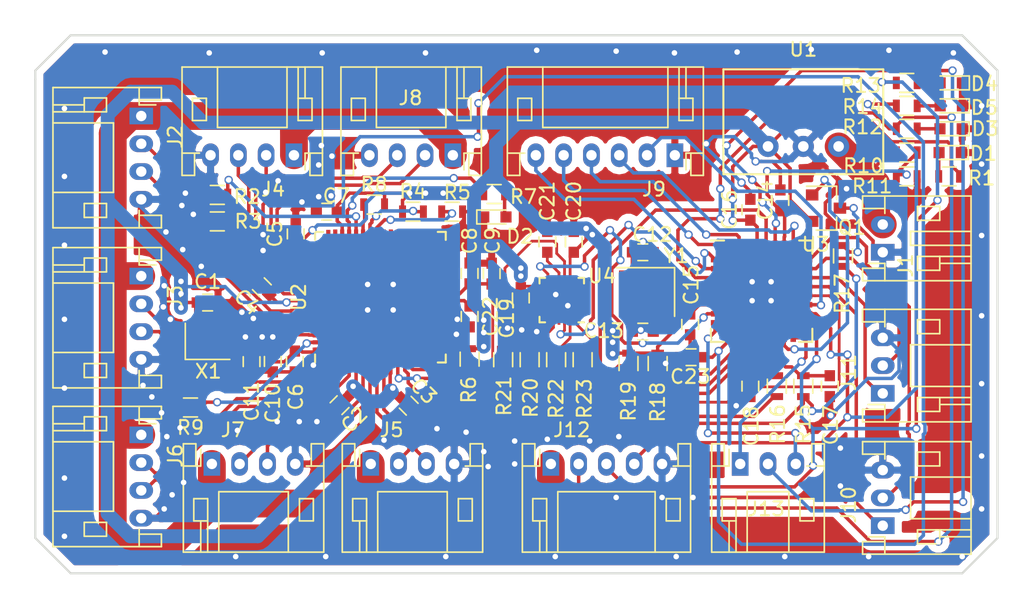
<source format=kicad_pcb>
(kicad_pcb (version 4) (host pcbnew 4.0.5)
  (layers (0 F.Cu signal) (31 B.Cu signal) (34 B.Paste user) (35 F.Paste user) (36 B.SilkS user) (37 F.SilkS user) (38 B.Mask user) (39 F.Mask user) (44 Edge.Cuts user))
  (net 0 "")
  (net 1 GND)
  (net 2 +3V3)
  (net 3 /MCU/XTALIN)
  (net 4 /MCU/XTALOUT)
  (net 5 /MCU/ADC5)
  (net 6 "Net-(C21-Pad1)")
  (net 7 "Net-(D1-Pad2)")
  (net 8 "Net-(D2-Pad2)")
  (net 9 "Net-(D3-Pad2)")
  (net 10 "Net-(D4-Pad2)")
  (net 11 "Net-(D5-Pad2)")
  (net 12 +BATT)
  (net 13 +5V)
  (net 14 /Hub/HostD+)
  (net 15 /Hub/HostD-)
  (net 16 /Hub/USB2D-)
  (net 17 /Hub/USB2D+)
  (net 18 /Hub/USB4D-)
  (net 19 /Hub/USB4D+)
  (net 20 /Hub/USB6D-)
  (net 21 /Hub/USB6D+)
  (net 22 /Hub/USB5D-)
  (net 23 /Hub/USB5D+)
  (net 24 /Hub/USB7D-)
  (net 25 /Hub/USB7D+)
  (net 26 /MCU/SWCLK)
  (net 27 /MCU/SWDIO)
  (net 28 /MCU/~MCU_Reset)
  (net 29 /MCU/MCU_TX)
  (net 30 /MCU/MCU_RX)
  (net 31 /MCU/Motor1_Dir)
  (net 32 /MCU/Motor1_PWM)
  (net 33 /MCU/Motor2_Dir)
  (net 34 /MCU/Motor2_PWM)
  (net 35 /MCU/EXPWM1)
  (net 36 /MCU/EXPWM2)
  (net 37 /MCU/EXPWM3)
  (net 38 /MCU/EXP1)
  (net 39 /MCU/EXP2)
  (net 40 /MCU/EXP3)
  (net 41 /MCU/~USB_CONNECT)
  (net 42 "Net-(Q1-Pad3)")
  (net 43 2.5V)
  (net 44 /Hub/CFG_SEL1)
  (net 45 /Hub/CFG_SEL0)
  (net 46 /Hub/CFG_SEL2)
  (net 47 /Hub/SUSP_IND)
  (net 48 "Net-(R8-Pad1)")
  (net 49 "Net-(R9-Pad1)")
  (net 50 /MCU/MCUD+)
  (net 51 /MCU/MCUD-)
  (net 52 /MCU/SCL)
  (net 53 /MCU/SDA)
  (net 54 "Net-(R20-Pad1)")
  (net 55 /MCU/MOSI1)
  (net 56 "Net-(R22-Pad1)")
  (net 57 /MCU/SCK1)
  (net 58 /Hub/Hub_Clock)
  (net 59 /MCU/~SS1)
  (net 60 /MCU/6500INT)
  (net 61 /MCU/11U35D+)
  (net 62 /MCU/11U35D-)
  (net 63 /MCU/MISO1)
  (net 64 /Hub/USB1D-)
  (net 65 /Hub/USB1D+)
  (net 66 /Hub/VDD18)
  (net 67 /Hub/VDD18PLL)
  (module Housings_DFN_QFN:QFN-64-1EP_9x9mm_Pitch0.5mm (layer F.Cu) (at 125.155 135.315 90)
    (fp_text reference U2 (at 0 -5.875 90) (layer F.SilkS))
    (fp_text value USB2517)
    (pad 1 smd rect (at -4.45 -3.75 90) (size 0.8 0.3) (layers F.Cu F.Paste F.Mask) (net 24 /Hub/USB7D-))
    (pad 2 smd rect (at -4.45 -3.25 90) (size 0.85 0.3) (layers F.Cu F.Paste F.Mask) (net 25 /Hub/USB7D+))
    (pad 3 smd rect (at -4.45 -2.75 90) (size 0.85 0.3) (layers F.Cu F.Paste F.Mask) (net 20 /Hub/USB6D-))
    (pad 4 smd rect (at -4.45 -2.25 90) (size 0.85 0.3) (layers F.Cu F.Paste F.Mask) (net 21 /Hub/USB6D+))
    (pad 5 smd rect (at -4.45 -1.75 90) (size 0.85 0.3) (layers F.Cu F.Paste F.Mask) (net 2 +3V3))
    (pad 6 smd rect (at -4.45 -1.25 90) (size 0.85 0.3) (layers F.Cu F.Paste F.Mask) (net 22 /Hub/USB5D-))
    (pad 7 smd rect (at -4.45 -0.75 90) (size 0.85 0.3) (layers F.Cu F.Paste F.Mask) (net 23 /Hub/USB5D+))
    (pad 8 smd rect (at -4.45 -0.25 90) (size 0.85 0.3) (layers F.Cu F.Paste F.Mask) (net 18 /Hub/USB4D-))
    (pad 9 smd rect (at -4.45 0.25 90) (size 0.85 0.3) (layers F.Cu F.Paste F.Mask) (net 19 /Hub/USB4D+))
    (pad 10 smd rect (at -4.45 0.75 90) (size 0.85 0.3) (layers F.Cu F.Paste F.Mask) (net 2 +3V3))
    (pad 11 smd rect (at -4.45 1.25 90) (size 0.85 0.3) (layers F.Cu F.Paste F.Mask) (net 51 /MCU/MCUD-))
    (pad 12 smd rect (at -4.45 1.75 90) (size 0.85 0.3) (layers F.Cu F.Paste F.Mask) (net 50 /MCU/MCUD+))
    (pad 13 smd rect (at -4.45 2.25 90) (size 0.85 0.3) (layers F.Cu F.Paste F.Mask) (net 46 /Hub/CFG_SEL2))
    (pad 14 smd rect (at -4.45 2.75 90) (size 0.85 0.3) (layers F.Cu F.Paste F.Mask))
    (pad 15 smd rect (at -4.45 3.25 90) (size 0.85 0.3) (layers F.Cu F.Paste F.Mask))
    (pad 16 smd rect (at -4.45 3.75 90) (size 0.8 0.3) (layers F.Cu F.Paste F.Mask))
    (pad 17 smd rect (at -3.75 4.45 180) (size 0.85 0.25) (layers F.Cu F.Paste F.Mask))
    (pad 18 smd rect (at -3.25 4.45 180) (size 0.85 0.3) (layers F.Cu F.Paste F.Mask))
    (pad 19 smd rect (at -2.75 4.45 180) (size 0.85 0.3) (layers F.Cu F.Paste F.Mask))
    (pad 20 smd rect (at -2.25 4.45 180) (size 0.85 0.3) (layers F.Cu F.Paste F.Mask))
    (pad 21 smd rect (at -1.75 4.45 180) (size 0.85 0.3) (layers F.Cu F.Paste F.Mask))
    (pad 22 smd rect (at -1.25 4.45 180) (size 0.85 0.3) (layers F.Cu F.Paste F.Mask))
    (pad 23 smd rect (at -0.75 4.45 180) (size 0.85 0.3) (layers F.Cu F.Paste F.Mask))
    (pad 24 smd rect (at -0.25 4.45 180) (size 0.85 0.3) (layers F.Cu F.Paste F.Mask) (net 2 +3V3))
    (pad 25 smd rect (at 0.25 4.45 180) (size 0.85 0.3) (layers F.Cu F.Paste F.Mask) (net 66 /Hub/VDD18))
    (pad 26 smd rect (at 0.75 4.45 180) (size 0.85 0.3) (layers F.Cu F.Paste F.Mask))
    (pad 27 smd rect (at 1.25 4.45 180) (size 0.85 0.3) (layers F.Cu F.Paste F.Mask))
    (pad 28 smd rect (at 1.75 4.45 180) (size 0.85 0.3) (layers F.Cu F.Paste F.Mask))
    (pad 29 smd rect (at 2.25 4.45 180) (size 0.85 0.3) (layers F.Cu F.Paste F.Mask))
    (pad 30 smd rect (at 2.75 4.45 180) (size 0.85 0.3) (layers F.Cu F.Paste F.Mask))
    (pad 31 smd rect (at 3.25 4.45 180) (size 0.85 0.3) (layers F.Cu F.Paste F.Mask))
    (pad 32 smd rect (at 3.75 4.45 180) (size 0.85 0.25) (layers F.Cu F.Paste F.Mask))
    (pad 33 smd rect (at 4.45 3.75 90) (size 0.8 0.3) (layers F.Cu F.Paste F.Mask))
    (pad 34 smd rect (at 4.45 3.25 90) (size 0.85 0.3) (layers F.Cu F.Paste F.Mask))
    (pad 35 smd rect (at 4.45 2.75 90) (size 0.85 0.3) (layers F.Cu F.Paste F.Mask))
    (pad 36 smd rect (at 4.45 2.25 90) (size 0.85 0.3) (layers F.Cu F.Paste F.Mask))
    (pad 37 smd rect (at 4.45 1.75 90) (size 0.85 0.3) (layers F.Cu F.Paste F.Mask))
    (pad 38 smd rect (at 4.45 1.25 90) (size 0.85 0.3) (layers F.Cu F.Paste F.Mask))
    (pad 39 smd rect (at 4.45 0.75 90) (size 0.85 0.3) (layers F.Cu F.Paste F.Mask))
    (pad 40 smd rect (at 4.45 0.25 90) (size 0.85 0.3) (layers F.Cu F.Paste F.Mask))
    (pad 41 smd rect (at 4.45 -0.25 90) (size 0.85 0.3) (layers F.Cu F.Paste F.Mask) (net 45 /Hub/CFG_SEL0))
    (pad 42 smd rect (at 4.45 -0.75 90) (size 0.85 0.3) (layers F.Cu F.Paste F.Mask) (net 44 /Hub/CFG_SEL1))
    (pad 43 smd rect (at 4.45 -1.25 90) (size 0.85 0.3) (layers F.Cu F.Paste F.Mask) (net 48 "Net-(R8-Pad1)"))
    (pad 44 smd rect (at 4.45 -1.75 90) (size 0.85 0.3) (layers F.Cu F.Paste F.Mask) (net 43 2.5V))
    (pad 45 smd rect (at 4.45 -2.25 90) (size 0.85 0.3) (layers F.Cu F.Paste F.Mask) (net 47 /Hub/SUSP_IND))
    (pad 46 smd rect (at 4.45 -2.75 90) (size 0.85 0.3) (layers F.Cu F.Paste F.Mask) (net 2 +3V3))
    (pad 47 smd rect (at 4.45 -3.25 90) (size 0.85 0.3) (layers F.Cu F.Paste F.Mask))
    (pad 48 smd rect (at 4.45 -3.75 90) (size 0.8 0.3) (layers F.Cu F.Paste F.Mask))
    (pad 49 smd rect (at 3.75 -4.45 180) (size 0.85 0.25) (layers F.Cu F.Paste F.Mask))
    (pad 50 smd rect (at 3.25 -4.45 180) (size 0.85 0.3) (layers F.Cu F.Paste F.Mask))
    (pad 51 smd rect (at 2.75 -4.45 180) (size 0.85 0.3) (layers F.Cu F.Paste F.Mask))
    (pad 52 smd rect (at 2.25 -4.45 180) (size 0.85 0.3) (layers F.Cu F.Paste F.Mask) (net 2 +3V3))
    (pad 53 smd rect (at 1.75 -4.45 180) (size 0.85 0.3) (layers F.Cu F.Paste F.Mask) (net 16 /Hub/USB2D-))
    (pad 54 smd rect (at 1.25 -4.45 180) (size 0.85 0.3) (layers F.Cu F.Paste F.Mask) (net 17 /Hub/USB2D+))
    (pad 55 smd rect (at 0.75 -4.45 180) (size 0.85 0.3) (layers F.Cu F.Paste F.Mask) (net 64 /Hub/USB1D-))
    (pad 56 smd rect (at 0.25 -4.45 180) (size 0.85 0.3) (layers F.Cu F.Paste F.Mask) (net 65 /Hub/USB1D+))
    (pad 57 smd rect (at -0.25 -4.45 180) (size 0.85 0.3) (layers F.Cu F.Paste F.Mask) (net 2 +3V3))
    (pad 58 smd rect (at -0.75 -4.45 180) (size 0.85 0.3) (layers F.Cu F.Paste F.Mask) (net 15 /Hub/HostD-))
    (pad 59 smd rect (at -1.25 -4.45 180) (size 0.85 0.3) (layers F.Cu F.Paste F.Mask) (net 14 /Hub/HostD+))
    (pad 60 smd rect (at -1.75 -4.45 180) (size 0.85 0.3) (layers F.Cu F.Paste F.Mask))
    (pad 61 smd rect (at -2.25 -4.45 180) (size 0.85 0.3) (layers F.Cu F.Paste F.Mask) (net 58 /Hub/Hub_Clock))
    (pad 62 smd rect (at -2.75 -4.45 180) (size 0.85 0.3) (layers F.Cu F.Paste F.Mask) (net 67 /Hub/VDD18PLL))
    (pad 63 smd rect (at -3.25 -4.45 180) (size 0.85 0.3) (layers F.Cu F.Paste F.Mask) (net 49 "Net-(R9-Pad1)"))
    (pad 64 smd rect (at -3.75 -4.45 180) (size 0.85 0.25) (layers F.Cu F.Paste F.Mask) (net 2 +3V3))
    (pad 65 smd rect (at 2.75625 2.75625 90) (size 1.8375 1.8375) (layers F.Cu F.Paste F.Mask) (net 1 GND))
    (pad 65 smd rect (at 2.75625 0.91875 90) (size 1.8375 1.8375) (layers F.Cu F.Paste F.Mask) (net 1 GND))
    (pad 65 smd rect (at 2.75625 -0.91875 90) (size 1.8375 1.8375) (layers F.Cu F.Paste F.Mask) (net 1 GND))
    (pad 65 smd rect (at 2.75625 -2.75625 90) (size 1.8375 1.8375) (layers F.Cu F.Paste F.Mask) (net 1 GND))
    (pad 65 smd rect (at 0.91875 2.75625 90) (size 1.8375 1.8375) (layers F.Cu F.Paste F.Mask) (net 1 GND))
    (pad 65 smd rect (at 0.91875 0.91875 90) (size 1.8375 1.8375) (layers F.Cu F.Paste F.Mask) (net 1 GND))
    (pad 65 smd rect (at 0.91875 -0.91875 90) (size 1.8375 1.8375) (layers F.Cu F.Paste F.Mask) (net 1 GND))
    (pad 65 smd rect (at 0.91875 -2.75625 90) (size 1.8375 1.8375) (layers F.Cu F.Paste F.Mask) (net 1 GND))
    (pad 65 smd rect (at -0.91875 2.75625 90) (size 1.8375 1.8375) (layers F.Cu F.Paste F.Mask) (net 1 GND))
    (pad 65 smd rect (at -0.91875 0.91875 90) (size 1.8375 1.8375) (layers F.Cu F.Paste F.Mask) (net 1 GND))
    (pad 65 smd rect (at -0.91875 -0.91875 90) (size 1.8375 1.8375) (layers F.Cu F.Paste F.Mask) (net 1 GND))
    (pad 65 smd rect (at -0.91875 -2.75625 90) (size 1.8375 1.8375) (layers F.Cu F.Paste F.Mask) (net 1 GND))
    (pad 65 smd rect (at -2.75625 2.75625 90) (size 1.8375 1.8375) (layers F.Cu F.Paste F.Mask) (net 1 GND))
    (pad 65 smd rect (at -2.75625 0.91875 90) (size 1.8375 1.8375) (layers F.Cu F.Paste F.Mask) (net 1 GND))
    (pad 65 smd rect (at -2.75625 -0.91875 90) (size 1.8375 1.8375) (layers F.Cu F.Paste F.Mask) (net 1 GND))
    (pad 65 smd rect (at -2.75625 -2.75625 90) (size 1.8375 1.8375) (layers F.Cu F.Paste F.Mask) (net 1 GND))
  )
  (module Capacitors_SMD:C_0603 (layer F.Cu) (at 144.03 137.795 180)
    (fp_text reference C13 (at 2.806 0.0635 180) (layer F.SilkS))
    (fp_text value 18p)
    (pad 2 smd rect (at 0.75 0 180) (size 0.8 0.75) (layers F.Cu F.Paste F.Mask) (net 1 GND))
    (pad 1 smd rect (at -0.75 0 180) (size 0.8 0.75) (layers F.Cu F.Paste F.Mask) (net 4 /MCU/XTALOUT))
  )
  (module Resistors_SMD:R_0603 (layer F.Cu) (at 139.7 139.815 270)
    (fp_text reference R23 (at 2.806 -0.127 270) (layer F.SilkS))
    (fp_text value 0)
    (pad 1 smd rect (at -0.75 0 270) (size 0.5 0.9) (layers F.Cu F.Paste F.Mask) (net 56 "Net-(R22-Pad1)"))
    (pad 2 smd rect (at 0.75 0 270) (size 0.5 0.9) (layers F.Cu F.Paste F.Mask) (net 57 /MCU/SCK1))
  )
  (module Resistors_SMD:R_0603 (layer F.Cu) (at 137.795 139.815 270)
    (fp_text reference R22 (at 2.806 0 270) (layer F.SilkS))
    (fp_text value 0)
    (pad 1 smd rect (at -0.75 0 270) (size 0.5 0.9) (layers F.Cu F.Paste F.Mask) (net 56 "Net-(R22-Pad1)"))
    (pad 2 smd rect (at 0.75 0 270) (size 0.5 0.9) (layers F.Cu F.Paste F.Mask) (net 52 /MCU/SCL))
  )
  (module Capacitors_SMD:C_0603 (layer F.Cu) (at 112.7245 135.6995)
    (fp_text reference C1 (at 0 -1.5) (layer F.SilkS))
    (fp_text value 0.01u)
    (pad 2 smd rect (at 0.75 0) (size 0.8 0.75) (layers F.Cu F.Paste F.Mask) (net 1 GND))
    (pad 1 smd rect (at -0.75 0) (size 0.8 0.75) (layers F.Cu F.Paste F.Mask) (net 2 +3V3))
  )
  (module Capacitors_SMD:C_0603 (layer F.Cu) (at 122.21517 143.08783 225)
    (fp_text reference C2 (at 0 -1.5 225) (layer F.SilkS))
    (fp_text value 0.1u)
    (pad 2 smd rect (at 0.75 0 225) (size 0.8 0.75) (layers F.Cu F.Paste F.Mask) (net 1 GND))
    (pad 1 smd rect (at -0.75 0 225) (size 0.8 0.75) (layers F.Cu F.Paste F.Mask) (net 2 +3V3))
  )
  (module Capacitors_SMD:C_0603 (layer F.Cu) (at 127.1905 143.129 315)
    (fp_text reference C3 (at 0 -1.5 315) (layer F.SilkS))
    (fp_text value 0.1u)
    (pad 2 smd rect (at 0.75 0 315) (size 0.8 0.75) (layers F.Cu F.Paste F.Mask) (net 1 GND))
    (pad 1 smd rect (at -0.75 0 315) (size 0.8 0.75) (layers F.Cu F.Paste F.Mask) (net 2 +3V3))
  )
  (module Capacitors_SMD:C_0603 (layer F.Cu) (at 116.62717 134.59767 135)
    (fp_text reference C4 (at 0 -1.5 135) (layer F.SilkS))
    (fp_text value 0.1u)
    (pad 2 smd rect (at 0.75 0 135) (size 0.8 0.75) (layers F.Cu F.Paste F.Mask) (net 1 GND))
    (pad 1 smd rect (at -0.75 0 135) (size 0.8 0.75) (layers F.Cu F.Paste F.Mask) (net 2 +3V3))
  )
  (module Capacitors_SMD:C_0603 (layer F.Cu) (at 119.0625 130.7585 90)
    (fp_text reference C5 (at 0 -1.5 90) (layer F.SilkS))
    (fp_text value 0.1u)
    (pad 2 smd rect (at 0.75 0 90) (size 0.8 0.75) (layers F.Cu F.Paste F.Mask) (net 1 GND))
    (pad 1 smd rect (at -0.75 0 90) (size 0.8 0.75) (layers F.Cu F.Paste F.Mask) (net 2 +3V3))
  )
  (module Capacitors_SMD:C_0603 (layer F.Cu) (at 118.999 139.942 270)
    (fp_text reference C6 (at 2.552 -0.0635 270) (layer F.SilkS))
    (fp_text value 0.1u)
    (pad 2 smd rect (at 0.75 0 270) (size 0.8 0.75) (layers F.Cu F.Paste F.Mask) (net 1 GND))
    (pad 1 smd rect (at -0.75 0 270) (size 0.8 0.75) (layers F.Cu F.Paste F.Mask) (net 2 +3V3))
  )
  (module Capacitors_SMD:C_0603 (layer F.Cu) (at 121.297 129.159 180)
    (fp_text reference C7 (at -0.6865 1.143 180) (layer F.SilkS))
    (fp_text value 0.1u)
    (pad 2 smd rect (at 0.75 0 180) (size 0.8 0.75) (layers F.Cu F.Paste F.Mask) (net 1 GND))
    (pad 1 smd rect (at -0.75 0 180) (size 0.8 0.75) (layers F.Cu F.Paste F.Mask) (net 2 +3V3))
  )
  (module Capacitors_SMD:C_0603 (layer F.Cu) (at 131.572 133.604 90)
    (fp_text reference C8 (at 2.3495 0 90) (layer F.SilkS))
    (fp_text value 0.1u)
    (pad 2 smd rect (at 0.75 0 90) (size 0.8 0.75) (layers F.Cu F.Paste F.Mask) (net 1 GND))
    (pad 1 smd rect (at -0.75 0 90) (size 0.8 0.75) (layers F.Cu F.Paste F.Mask) (net 66 /Hub/VDD18))
  )
  (module Capacitors_SMD:C_0603 (layer F.Cu) (at 133.1595 133.616 90)
    (fp_text reference C9 (at 2.3615 0.0635 90) (layer F.SilkS))
    (fp_text value 1.0u)
    (pad 2 smd rect (at 0.75 0 90) (size 0.8 0.75) (layers F.Cu F.Paste F.Mask) (net 1 GND))
    (pad 1 smd rect (at -0.75 0 90) (size 0.8 0.75) (layers F.Cu F.Paste F.Mask) (net 66 /Hub/VDD18))
  )
  (module Capacitors_SMD:C_0603 (layer F.Cu) (at 117.4115 139.942 270)
    (fp_text reference C10 (at 2.9965 0 270) (layer F.SilkS))
    (fp_text value 0.1u)
    (pad 2 smd rect (at 0.75 0 270) (size 0.8 0.75) (layers F.Cu F.Paste F.Mask) (net 1 GND))
    (pad 1 smd rect (at -0.75 0 270) (size 0.8 0.75) (layers F.Cu F.Paste F.Mask) (net 67 /Hub/VDD18PLL))
  )
  (module Capacitors_SMD:C_0603 (layer F.Cu) (at 115.8875 139.954 270)
    (fp_text reference C11 (at 2.8575 0 270) (layer F.SilkS))
    (fp_text value 1.0u)
    (pad 2 smd rect (at 0.75 0 270) (size 0.8 0.75) (layers F.Cu F.Paste F.Mask) (net 1 GND))
    (pad 1 smd rect (at -0.75 0 270) (size 0.8 0.75) (layers F.Cu F.Paste F.Mask) (net 67 /Hub/VDD18PLL))
  )
  (module Capacitors_SMD:C_0603 (layer F.Cu) (at 144.03 132.08 180)
    (fp_text reference C12 (at -0.6865 1.27 180) (layer F.SilkS))
    (fp_text value 18p)
    (pad 2 smd rect (at 0.75 0 180) (size 0.8 0.75) (layers F.Cu F.Paste F.Mask) (net 1 GND))
    (pad 1 smd rect (at -0.75 0 180) (size 0.8 0.75) (layers F.Cu F.Paste F.Mask) (net 3 /MCU/XTALIN))
  )
  (module Capacitors_SMD:C_0603 (layer F.Cu) (at 153.924 128.3455 90)
    (fp_text reference C14 (at 0.012 -1.0795 90) (layer F.SilkS))
    (fp_text value 0.1u)
    (pad 2 smd rect (at 0.75 0 90) (size 0.8 0.75) (layers F.Cu F.Paste F.Mask) (net 1 GND))
    (pad 1 smd rect (at -0.75 0 90) (size 0.8 0.75) (layers F.Cu F.Paste F.Mask) (net 5 /MCU/ADC5))
  )
  (module Capacitors_SMD:C_0603 (layer F.Cu) (at 147.435 137.275 270)
    (fp_text reference C15 (at -2.8455 -0.0755 270) (layer F.SilkS))
    (fp_text value 0.1u)
    (pad 2 smd rect (at 0.75 0 270) (size 0.8 0.75) (layers F.Cu F.Paste F.Mask) (net 1 GND))
    (pad 1 smd rect (at -0.75 0 270) (size 0.8 0.75) (layers F.Cu F.Paste F.Mask) (net 2 +3V3))
  )
  (module Capacitors_SMD:C_0603 (layer F.Cu) (at 151.765 129.02 90)
    (fp_text reference C16 (at 0 -1.5 90) (layer F.SilkS))
    (fp_text value 0.1u)
    (pad 2 smd rect (at 0.75 0 90) (size 0.8 0.75) (layers F.Cu F.Paste F.Mask) (net 1 GND))
    (pad 1 smd rect (at -0.75 0 90) (size 0.8 0.75) (layers F.Cu F.Paste F.Mask) (net 2 +3V3))
  )
  (module Capacitors_SMD:C_0603 (layer F.Cu) (at 157.48 141.72 270)
    (fp_text reference C17 (at 2.806 -0.0635 270) (layer F.SilkS))
    (fp_text value 18p)
    (pad 2 smd rect (at 0.75 0 270) (size 0.8 0.75) (layers F.Cu F.Paste F.Mask) (net 1 GND))
    (pad 1 smd rect (at -0.75 0 270) (size 0.8 0.75) (layers F.Cu F.Paste F.Mask) (net 61 /MCU/11U35D+))
  )
  (module Capacitors_SMD:C_0603 (layer F.Cu) (at 151.765 141.72 270)
    (fp_text reference C18 (at 2.8695 -0.0635 270) (layer F.SilkS))
    (fp_text value 18p)
    (pad 2 smd rect (at 0.75 0 270) (size 0.8 0.75) (layers F.Cu F.Paste F.Mask) (net 1 GND))
    (pad 1 smd rect (at -0.75 0 270) (size 0.8 0.75) (layers F.Cu F.Paste F.Mask) (net 62 /MCU/11U35D-))
  )
  (module Capacitors_SMD:C_0603 (layer F.Cu) (at 135.255 135.37 270)
    (fp_text reference C19 (at 1.4725 1.016 270) (layer F.SilkS))
    (fp_text value 0.1u)
    (pad 2 smd rect (at 0.75 0 270) (size 0.8 0.75) (layers F.Cu F.Paste F.Mask) (net 1 GND))
    (pad 1 smd rect (at -0.75 0 270) (size 0.8 0.75) (layers F.Cu F.Paste F.Mask) (net 2 +3V3))
  )
  (module Capacitors_SMD:C_0603 (layer F.Cu) (at 139.065 131.33 90)
    (fp_text reference C20 (at 2.933 0 90) (layer F.SilkS))
    (fp_text value 0.01u)
    (pad 2 smd rect (at 0.75 0 90) (size 0.8 0.75) (layers F.Cu F.Paste F.Mask) (net 1 GND))
    (pad 1 smd rect (at -0.75 0 90) (size 0.8 0.75) (layers F.Cu F.Paste F.Mask) (net 2 +3V3))
  )
  (module Capacitors_SMD:C_0603 (layer F.Cu) (at 137.16 131.33 90)
    (fp_text reference C21 (at 2.933 0 90) (layer F.SilkS))
    (fp_text value 0.1u)
    (pad 2 smd rect (at 0.75 0 90) (size 0.8 0.75) (layers F.Cu F.Paste F.Mask) (net 1 GND))
    (pad 1 smd rect (at -0.75 0 90) (size 0.8 0.75) (layers F.Cu F.Paste F.Mask) (net 6 "Net-(C21-Pad1)"))
  )
  (module LEDs:LED_0603 (layer F.Cu) (at 166.1415 124.9045 180)
    (fp_text reference D1 (at -2.3875 -0.0635 180) (layer F.SilkS))
    (fp_text value LED)
    (pad 2 smd rect (at 0.8 0) (size 0.8 0.8) (layers F.Cu F.Paste F.Mask) (net 7 "Net-(D1-Pad2)"))
    (pad 1 smd rect (at -0.8 0) (size 0.8 0.8) (layers F.Cu F.Paste F.Mask) (net 1 GND))
  )
  (module LEDs:LED_0603 (layer F.Cu) (at 133.388 129.54)
    (fp_text reference D2 (at 1.8035 1.397) (layer F.SilkS))
    (fp_text value LED)
    (pad 2 smd rect (at 0.8 0 180) (size 0.8 0.8) (layers F.Cu F.Paste F.Mask) (net 8 "Net-(D2-Pad2)"))
    (pad 1 smd rect (at -0.8 0 180) (size 0.8 0.8) (layers F.Cu F.Paste F.Mask) (net 1 GND))
  )
  (module LEDs:LED_0603 (layer F.Cu) (at 166.205 123.19 180)
    (fp_text reference D3 (at -2.451 0 180) (layer F.SilkS))
    (fp_text value LED)
    (pad 2 smd rect (at 0.8 0) (size 0.8 0.8) (layers F.Cu F.Paste F.Mask) (net 9 "Net-(D3-Pad2)"))
    (pad 1 smd rect (at -0.8 0) (size 0.8 0.8) (layers F.Cu F.Paste F.Mask) (net 1 GND))
  )
  (module LEDs:LED_0603 (layer F.Cu) (at 166.2175 119.888 180)
    (fp_text reference D4 (at -2.375 -0.0635 180) (layer F.SilkS))
    (fp_text value LED)
    (pad 2 smd rect (at 0.8 0) (size 0.8 0.8) (layers F.Cu F.Paste F.Mask) (net 10 "Net-(D4-Pad2)"))
    (pad 1 smd rect (at -0.8 0) (size 0.8 0.8) (layers F.Cu F.Paste F.Mask) (net 1 GND))
  )
  (module LEDs:LED_0603 (layer F.Cu) (at 166.2175 121.539 180)
    (fp_text reference D5 (at -2.375 -0.127 180) (layer F.SilkS))
    (fp_text value LED)
    (pad 2 smd rect (at 0.8 0) (size 0.8 0.8) (layers F.Cu F.Paste F.Mask) (net 11 "Net-(D5-Pad2)"))
    (pad 1 smd rect (at -0.8 0) (size 0.8 0.8) (layers F.Cu F.Paste F.Mask) (net 1 GND))
  )
  (module Connectors_JST:JST_PH_S2B-PH-K_02x2.00mm_Angled (layer F.Cu) (at 161.29 132.08 90)
    (fp_text reference J1 (at -0.9525 1.651 90) (layer F.SilkS))
    (fp_text value Batt)
    (pad 1 thru_hole rect (at 0 0 90) (size 1.2 1.7) (drill 0.75) (layers *.Cu *.Mask) (net 1 GND))
    (pad 2 thru_hole oval (at 2 0 90) (size 1.2 1.7) (drill 0.75) (layers *.Cu *.Mask) (net 12 +BATT))
  )
  (module Connectors_JST:JST_PH_S4B-PH-K_04x2.00mm_Angled (layer F.Cu) (at 107.95 122.27 270)
    (fp_text reference J2 (at 1.5 -2.45 270) (layer F.SilkS))
    (fp_text value Jetson)
    (pad 1 thru_hole rect (at 0 0 270) (size 1.2 1.7) (drill 0.75) (layers *.Cu *.Mask) (net 13 +5V))
    (pad 2 thru_hole oval (at 2 0 270) (size 1.2 1.7) (drill 0.75) (layers *.Cu *.Mask) (net 15 /Hub/HostD-))
    (pad 3 thru_hole oval (at 4 0 270) (size 1.2 1.7) (drill 0.75) (layers *.Cu *.Mask) (net 14 /Hub/HostD+))
    (pad 4 thru_hole oval (at 6 0 270) (size 1.2 1.7) (drill 0.75) (layers *.Cu *.Mask) (net 1 GND))
  )
  (module Connectors_JST:JST_PH_S4B-PH-K_04x2.00mm_Angled (layer F.Cu) (at 107.95 133.795 270)
    (fp_text reference J3 (at 1.5 -2.45 270) (layer F.SilkS))
    (fp_text value U2D2)
    (pad 1 thru_hole rect (at 0 0 270) (size 1.2 1.7) (drill 0.75) (layers *.Cu *.Mask) (net 13 +5V))
    (pad 2 thru_hole oval (at 2 0 270) (size 1.2 1.7) (drill 0.75) (layers *.Cu *.Mask) (net 24 /Hub/USB7D-))
    (pad 3 thru_hole oval (at 4 0 270) (size 1.2 1.7) (drill 0.75) (layers *.Cu *.Mask) (net 25 /Hub/USB7D+))
    (pad 4 thru_hole oval (at 6 0 270) (size 1.2 1.7) (drill 0.75) (layers *.Cu *.Mask) (net 1 GND))
  )
  (module Connectors_JST:JST_PH_S4B-PH-K_04x2.00mm_Angled (layer F.Cu) (at 118.935 125.095 180)
    (fp_text reference J4 (at 1.5 -2.45 180) (layer F.SilkS))
    (fp_text value FLIR)
    (pad 1 thru_hole rect (at 0 0 180) (size 1.2 1.7) (drill 0.75) (layers *.Cu *.Mask) (net 13 +5V))
    (pad 2 thru_hole oval (at 2 0 180) (size 1.2 1.7) (drill 0.75) (layers *.Cu *.Mask) (net 64 /Hub/USB1D-))
    (pad 3 thru_hole oval (at 4 0 180) (size 1.2 1.7) (drill 0.75) (layers *.Cu *.Mask) (net 65 /Hub/USB1D+))
    (pad 4 thru_hole oval (at 6 0 180) (size 1.2 1.7) (drill 0.75) (layers *.Cu *.Mask) (net 1 GND))
  )
  (module Connectors_JST:JST_PH_S4B-PH-K_04x2.00mm_Angled (layer F.Cu) (at 124.46 147.32)
    (fp_text reference J5 (at 1.5 -2.45) (layer F.SilkS))
    (fp_text value Speaker)
    (pad 1 thru_hole rect (at 0 0) (size 1.2 1.7) (drill 0.75) (layers *.Cu *.Mask) (net 13 +5V))
    (pad 2 thru_hole oval (at 2 0) (size 1.2 1.7) (drill 0.75) (layers *.Cu *.Mask) (net 18 /Hub/USB4D-))
    (pad 3 thru_hole oval (at 4 0) (size 1.2 1.7) (drill 0.75) (layers *.Cu *.Mask) (net 19 /Hub/USB4D+))
    (pad 4 thru_hole oval (at 6 0) (size 1.2 1.7) (drill 0.75) (layers *.Cu *.Mask) (net 1 GND))
  )
  (module Connectors_JST:JST_PH_S4B-PH-K_04x2.00mm_Angled (layer F.Cu) (at 107.95 145.225 270)
    (fp_text reference J6 (at 1.5 -2.45 270) (layer F.SilkS))
    (fp_text value WebCam)
    (pad 1 thru_hole rect (at 0 0 270) (size 1.2 1.7) (drill 0.75) (layers *.Cu *.Mask) (net 13 +5V))
    (pad 2 thru_hole oval (at 2 0 270) (size 1.2 1.7) (drill 0.75) (layers *.Cu *.Mask) (net 20 /Hub/USB6D-))
    (pad 3 thru_hole oval (at 4 0 270) (size 1.2 1.7) (drill 0.75) (layers *.Cu *.Mask) (net 21 /Hub/USB6D+))
    (pad 4 thru_hole oval (at 6 0 270) (size 1.2 1.7) (drill 0.75) (layers *.Cu *.Mask) (net 1 GND))
  )
  (module Connectors_JST:JST_PH_S4B-PH-K_04x2.00mm_Angled (layer F.Cu) (at 113.03 147.32)
    (fp_text reference J7 (at 1.5 -2.45) (layer F.SilkS))
    (fp_text value Microphone)
    (pad 1 thru_hole rect (at 0 0) (size 1.2 1.7) (drill 0.75) (layers *.Cu *.Mask) (net 13 +5V))
    (pad 2 thru_hole oval (at 2 0) (size 1.2 1.7) (drill 0.75) (layers *.Cu *.Mask) (net 22 /Hub/USB5D-))
    (pad 3 thru_hole oval (at 4 0) (size 1.2 1.7) (drill 0.75) (layers *.Cu *.Mask) (net 23 /Hub/USB5D+))
    (pad 4 thru_hole oval (at 6 0) (size 1.2 1.7) (drill 0.75) (layers *.Cu *.Mask) (net 1 GND))
  )
  (module Connectors_JST:JST_PH_S4B-PH-K_04x2.00mm_Angled (layer F.Cu) (at 130.365 125.095 180)
    (fp_text reference J8 (at 3.0475 4.1275 180) (layer F.SilkS))
    (fp_text value USB7)
    (pad 1 thru_hole rect (at 0 0 180) (size 1.2 1.7) (drill 0.75) (layers *.Cu *.Mask) (net 13 +5V))
    (pad 2 thru_hole oval (at 2 0 180) (size 1.2 1.7) (drill 0.75) (layers *.Cu *.Mask) (net 16 /Hub/USB2D-))
    (pad 3 thru_hole oval (at 4 0 180) (size 1.2 1.7) (drill 0.75) (layers *.Cu *.Mask) (net 17 /Hub/USB2D+))
    (pad 4 thru_hole oval (at 6 0 180) (size 1.2 1.7) (drill 0.75) (layers *.Cu *.Mask) (net 1 GND))
  )
  (module Connectors_JST:JST_PH_S6B-PH-K_06x2.00mm_Angled (layer F.Cu) (at 146.335 125.095 180)
    (fp_text reference J9 (at 1.5 -2.45 180) (layer F.SilkS))
    (fp_text value Debug)
    (pad 1 thru_hole rect (at 0 0 180) (size 1.2 1.7) (drill 0.75) (layers *.Cu *.Mask) (net 1 GND))
    (pad 2 thru_hole oval (at 2 0 180) (size 1.2 1.7) (drill 0.75) (layers *.Cu *.Mask) (net 26 /MCU/SWCLK))
    (pad 3 thru_hole oval (at 4 0 180) (size 1.2 1.7) (drill 0.75) (layers *.Cu *.Mask) (net 27 /MCU/SWDIO))
    (pad 4 thru_hole oval (at 6 0 180) (size 1.2 1.7) (drill 0.75) (layers *.Cu *.Mask) (net 30 /MCU/MCU_RX))
    (pad 5 thru_hole oval (at 8 0 180) (size 1.2 1.7) (drill 0.75) (layers *.Cu *.Mask) (net 29 /MCU/MCU_TX))
    (pad 6 thru_hole oval (at 10 0 180) (size 1.2 1.7) (drill 0.75) (layers *.Cu *.Mask) (net 28 /MCU/~MCU_Reset))
  )
  (module Connectors_JST:JST_PH_S3B-PH-K_03x2.00mm_Angled (layer F.Cu) (at 161.29 151.765 90)
    (fp_text reference J10 (at 1.5 -2.45 90) (layer F.SilkS))
    (fp_text value Motor1)
    (pad 1 thru_hole rect (at 0 0 90) (size 1.2 1.7) (drill 0.75) (layers *.Cu *.Mask) (net 31 /MCU/Motor1_Dir))
    (pad 2 thru_hole oval (at 2 0 90) (size 1.2 1.7) (drill 0.75) (layers *.Cu *.Mask) (net 32 /MCU/Motor1_PWM))
    (pad 3 thru_hole oval (at 4 0 90) (size 1.2 1.7) (drill 0.75) (layers *.Cu *.Mask) (net 1 GND))
  )
  (module Connectors_JST:JST_PH_S3B-PH-K_03x2.00mm_Angled (layer F.Cu) (at 161.29 142.24 90)
    (fp_text reference J11 (at 1.5 -2.45 90) (layer F.SilkS))
    (fp_text value Motor2)
    (pad 1 thru_hole rect (at 0 0 90) (size 1.2 1.7) (drill 0.75) (layers *.Cu *.Mask) (net 33 /MCU/Motor2_Dir))
    (pad 2 thru_hole oval (at 2 0 90) (size 1.2 1.7) (drill 0.75) (layers *.Cu *.Mask) (net 34 /MCU/Motor2_PWM))
    (pad 3 thru_hole oval (at 4 0 90) (size 1.2 1.7) (drill 0.75) (layers *.Cu *.Mask) (net 1 GND))
  )
  (module Connectors_JST:JST_PH_S5B-PH-K_05x2.00mm_Angled (layer F.Cu) (at 137.415 147.32)
    (fp_text reference J12 (at 1.5 -2.45) (layer F.SilkS))
    (fp_text value PWM)
    (pad 1 thru_hole rect (at 0 0) (size 1.2 1.7) (drill 0.75) (layers *.Cu *.Mask) (net 13 +5V))
    (pad 2 thru_hole oval (at 2 0) (size 1.2 1.7) (drill 0.75) (layers *.Cu *.Mask) (net 35 /MCU/EXPWM1))
    (pad 3 thru_hole oval (at 4 0) (size 1.2 1.7) (drill 0.75) (layers *.Cu *.Mask) (net 36 /MCU/EXPWM2))
    (pad 4 thru_hole oval (at 6 0) (size 1.2 1.7) (drill 0.75) (layers *.Cu *.Mask) (net 37 /MCU/EXPWM3))
    (pad 5 thru_hole oval (at 8 0) (size 1.2 1.7) (drill 0.75) (layers *.Cu *.Mask) (net 1 GND))
  )
  (module Connectors_JST:JST_PH_S3B-PH-K_03x2.00mm_Angled (layer F.Cu) (at 151.035 147.32)
    (fp_text reference J13 (at 1.873 3.2385) (layer F.SilkS))
    (fp_text value EXP)
    (pad 1 thru_hole rect (at 0 0) (size 1.2 1.7) (drill 0.75) (layers *.Cu *.Mask) (net 38 /MCU/EXP1))
    (pad 2 thru_hole oval (at 2 0) (size 1.2 1.7) (drill 0.75) (layers *.Cu *.Mask) (net 39 /MCU/EXP2))
    (pad 3 thru_hole oval (at 4 0) (size 1.2 1.7) (drill 0.75) (layers *.Cu *.Mask) (net 40 /MCU/EXP3))
  )
  (module TO_SOT_Packages_SMD:SOT-23 (layer F.Cu) (at 157.21 128.905)
    (fp_text reference Q1 (at 1.8575 1.397) (layer F.SilkS))
    (fp_text value Q_PMOS_GSD)
    (pad 1 smd rect (at -1 -0.95) (size 0.9 0.8) (layers F.Cu F.Paste F.Mask) (net 41 /MCU/~USB_CONNECT))
    (pad 2 smd rect (at -1 0.95) (size 0.9 0.8) (layers F.Cu F.Paste F.Mask) (net 2 +3V3))
    (pad 3 smd rect (at 1 0) (size 0.9 0.8) (layers F.Cu F.Paste F.Mask) (net 42 "Net-(Q1-Pad3)"))
  )
  (module Resistors_SMD:R_0603 (layer F.Cu) (at 166.0645 126.619 180)
    (fp_text reference R1 (at -2.3375 -0.127 180) (layer F.SilkS))
    (fp_text value 1k)
    (pad 1 smd rect (at -0.75 0 180) (size 0.5 0.9) (layers F.Cu F.Paste F.Mask) (net 2 +3V3))
    (pad 2 smd rect (at 0.75 0 180) (size 0.5 0.9) (layers F.Cu F.Paste F.Mask) (net 7 "Net-(D1-Pad2)"))
  )
  (module Resistors_SMD:R_0603 (layer F.Cu) (at 113.423 127.9525)
    (fp_text reference R2 (at 2.147 0.127) (layer F.SilkS))
    (fp_text value 100k)
    (pad 1 smd rect (at -0.75 0) (size 0.5 0.9) (layers F.Cu F.Paste F.Mask) (net 13 +5V))
    (pad 2 smd rect (at 0.75 0) (size 0.5 0.9) (layers F.Cu F.Paste F.Mask) (net 43 2.5V))
  )
  (module Resistors_SMD:R_0603 (layer F.Cu) (at 113.423 129.8575 180)
    (fp_text reference R3 (at -2.2105 0 180) (layer F.SilkS))
    (fp_text value 100k)
    (pad 1 smd rect (at -0.75 0 180) (size 0.5 0.9) (layers F.Cu F.Paste F.Mask) (net 43 2.5V))
    (pad 2 smd rect (at 0.75 0 180) (size 0.5 0.9) (layers F.Cu F.Paste F.Mask) (net 1 GND))
  )
  (module Resistors_SMD:R_0603 (layer F.Cu) (at 127.496 129.159)
    (fp_text reference R4 (at 0 -1.45) (layer F.SilkS))
    (fp_text value 100k)
    (pad 1 smd rect (at -0.75 0) (size 0.5 0.9) (layers F.Cu F.Paste F.Mask) (net 2 +3V3))
    (pad 2 smd rect (at 0.75 0) (size 0.5 0.9) (layers F.Cu F.Paste F.Mask) (net 44 /Hub/CFG_SEL1))
  )
  (module Resistors_SMD:R_0603 (layer F.Cu) (at 130.314 129.159)
    (fp_text reference R5 (at 0.369 -1.397) (layer F.SilkS))
    (fp_text value 100k)
    (pad 1 smd rect (at -0.75 0) (size 0.5 0.9) (layers F.Cu F.Paste F.Mask) (net 45 /Hub/CFG_SEL0))
    (pad 2 smd rect (at 0.75 0) (size 0.5 0.9) (layers F.Cu F.Paste F.Mask) (net 1 GND))
  )
  (module Resistors_SMD:R_0603 (layer F.Cu) (at 131.572 139.7755 270)
    (fp_text reference R6 (at 2.2105 0.0635 270) (layer F.SilkS))
    (fp_text value 100k)
    (pad 1 smd rect (at -0.75 0 270) (size 0.5 0.9) (layers F.Cu F.Paste F.Mask) (net 2 +3V3))
    (pad 2 smd rect (at 0.75 0 270) (size 0.5 0.9) (layers F.Cu F.Paste F.Mask) (net 46 /Hub/CFG_SEL2))
  )
  (module Resistors_SMD:R_0603 (layer F.Cu) (at 133.338 127.889)
    (fp_text reference R7 (at 2.1075 0.1905) (layer F.SilkS))
    (fp_text value 1k)
    (pad 1 smd rect (at -0.75 0) (size 0.5 0.9) (layers F.Cu F.Paste F.Mask) (net 47 /Hub/SUSP_IND))
    (pad 2 smd rect (at 0.75 0) (size 0.5 0.9) (layers F.Cu F.Paste F.Mask) (net 8 "Net-(D2-Pad2)"))
  )
  (module Resistors_SMD:R_0603 (layer F.Cu) (at 124.702 128.651)
    (fp_text reference R8 (at 0 -1.45) (layer F.SilkS))
    (fp_text value 100k)
    (pad 1 smd rect (at -0.75 0) (size 0.5 0.9) (layers F.Cu F.Paste F.Mask) (net 48 "Net-(R8-Pad1)"))
    (pad 2 smd rect (at 0.75 0) (size 0.5 0.9) (layers F.Cu F.Paste F.Mask) (net 2 +3V3))
  )
  (module Resistors_SMD:R_0603 (layer F.Cu) (at 111.494 143.256 180)
    (fp_text reference R9 (at 0 -1.45 180) (layer F.SilkS))
    (fp_text value 12k)
    (pad 1 smd rect (at -0.75 0 180) (size 0.5 0.9) (layers F.Cu F.Paste F.Mask) (net 49 "Net-(R9-Pad1)"))
    (pad 2 smd rect (at 0.75 0 180) (size 0.5 0.9) (layers F.Cu F.Paste F.Mask) (net 1 GND))
  )
  (module Resistors_SMD:R_0603 (layer F.Cu) (at 163.0165 124.9045)
    (fp_text reference R10 (at -3.1235 0.9525) (layer F.SilkS))
    (fp_text value 240k)
    (pad 1 smd rect (at -0.75 0) (size 0.5 0.9) (layers F.Cu F.Paste F.Mask) (net 12 +BATT))
    (pad 2 smd rect (at 0.75 0) (size 0.5 0.9) (layers F.Cu F.Paste F.Mask) (net 5 /MCU/ADC5))
  )
  (module Resistors_SMD:R_0603 (layer F.Cu) (at 163.0165 126.619)
    (fp_text reference R11 (at -2.4885 0.6985) (layer F.SilkS))
    (fp_text value 75k)
    (pad 1 smd rect (at -0.75 0) (size 0.5 0.9) (layers F.Cu F.Paste F.Mask) (net 5 /MCU/ADC5))
    (pad 2 smd rect (at 0.75 0) (size 0.5 0.9) (layers F.Cu F.Paste F.Mask) (net 1 GND))
  )
  (module Resistors_SMD:R_0603 (layer F.Cu) (at 163.0165 123.19)
    (fp_text reference R12 (at -3.187 -0.127) (layer F.SilkS))
    (fp_text value 1k)
    (pad 1 smd rect (at -0.75 0) (size 0.5 0.9) (layers F.Cu F.Paste F.Mask) (net 35 /MCU/EXPWM1))
    (pad 2 smd rect (at 0.75 0) (size 0.5 0.9) (layers F.Cu F.Paste F.Mask) (net 9 "Net-(D3-Pad2)"))
  )
  (module Resistors_SMD:R_0603 (layer F.Cu) (at 163.0165 119.888)
    (fp_text reference R13 (at -3.314 0.1905) (layer F.SilkS))
    (fp_text value 1k)
    (pad 1 smd rect (at -0.75 0) (size 0.5 0.9) (layers F.Cu F.Paste F.Mask) (net 36 /MCU/EXPWM2))
    (pad 2 smd rect (at 0.75 0) (size 0.5 0.9) (layers F.Cu F.Paste F.Mask) (net 10 "Net-(D4-Pad2)"))
  )
  (module Resistors_SMD:R_0603 (layer F.Cu) (at 163.0165 121.539)
    (fp_text reference R14 (at -3.187 0.0635) (layer F.SilkS))
    (fp_text value 1k)
    (pad 1 smd rect (at -0.75 0) (size 0.5 0.9) (layers F.Cu F.Paste F.Mask) (net 37 /MCU/EXPWM3))
    (pad 2 smd rect (at 0.75 0) (size 0.5 0.9) (layers F.Cu F.Paste F.Mask) (net 11 "Net-(D5-Pad2)"))
  )
  (module Resistors_SMD:R_0603 (layer F.Cu) (at 155.575 141.72 90)
    (fp_text reference R15 (at -2.7425 0 90) (layer F.SilkS))
    (fp_text value 33)
    (pad 1 smd rect (at -0.75 0 90) (size 0.5 0.9) (layers F.Cu F.Paste F.Mask) (net 50 /MCU/MCUD+))
    (pad 2 smd rect (at 0.75 0 90) (size 0.5 0.9) (layers F.Cu F.Paste F.Mask) (net 61 /MCU/11U35D+))
  )
  (module Resistors_SMD:R_0603 (layer F.Cu) (at 153.67 141.72 90)
    (fp_text reference R16 (at -2.7425 0.0635 90) (layer F.SilkS))
    (fp_text value 33)
    (pad 1 smd rect (at -0.75 0 90) (size 0.5 0.9) (layers F.Cu F.Paste F.Mask) (net 51 /MCU/MCUD-))
    (pad 2 smd rect (at 0.75 0 90) (size 0.5 0.9) (layers F.Cu F.Paste F.Mask) (net 62 /MCU/11U35D-))
  )
  (module Resistors_SMD:R_0603 (layer F.Cu) (at 158.4325 132.346 270)
    (fp_text reference R17 (at 2.7185 0.0635 270) (layer F.SilkS))
    (fp_text value 1.5k)
    (pad 1 smd rect (at -0.75 0 270) (size 0.5 0.9) (layers F.Cu F.Paste F.Mask) (net 42 "Net-(Q1-Pad3)"))
    (pad 2 smd rect (at 0.75 0 270) (size 0.5 0.9) (layers F.Cu F.Paste F.Mask) (net 50 /MCU/MCUD+))
  )
  (module Resistors_SMD:R_0603 (layer F.Cu) (at 145.0975 140.093 270)
    (fp_text reference R18 (at 2.782 0 270) (layer F.SilkS))
    (fp_text value 2.2k)
    (pad 1 smd rect (at -0.75 0 270) (size 0.5 0.9) (layers F.Cu F.Paste F.Mask) (net 2 +3V3))
    (pad 2 smd rect (at 0.75 0 270) (size 0.5 0.9) (layers F.Cu F.Paste F.Mask) (net 52 /MCU/SCL))
  )
  (module Resistors_SMD:R_0603 (layer F.Cu) (at 143.002 140.093 270)
    (fp_text reference R19 (at 2.7185 0 270) (layer F.SilkS))
    (fp_text value 2.2k)
    (pad 1 smd rect (at -0.75 0 270) (size 0.5 0.9) (layers F.Cu F.Paste F.Mask) (net 2 +3V3))
    (pad 2 smd rect (at 0.75 0 270) (size 0.5 0.9) (layers F.Cu F.Paste F.Mask) (net 53 /MCU/SDA))
  )
  (module Resistors_SMD:R_0603 (layer F.Cu) (at 135.89 139.815 270)
    (fp_text reference R20 (at 2.7425 -0.0635 270) (layer F.SilkS))
    (fp_text value 0)
    (pad 1 smd rect (at -0.75 0 270) (size 0.5 0.9) (layers F.Cu F.Paste F.Mask) (net 54 "Net-(R20-Pad1)"))
    (pad 2 smd rect (at 0.75 0 270) (size 0.5 0.9) (layers F.Cu F.Paste F.Mask) (net 53 /MCU/SDA))
  )
  (module Resistors_SMD:R_0603 (layer F.Cu) (at 133.985 139.815 270)
    (fp_text reference R21 (at 2.6155 -0.0635 270) (layer F.SilkS))
    (fp_text value 0)
    (pad 1 smd rect (at -0.75 0 270) (size 0.5 0.9) (layers F.Cu F.Paste F.Mask) (net 54 "Net-(R20-Pad1)"))
    (pad 2 smd rect (at 0.75 0 270) (size 0.5 0.9) (layers F.Cu F.Paste F.Mask) (net 55 /MCU/MOSI1))
  )
  (module M78A:M78A (layer F.Cu) (at 155.575 124.46 180)
    (fp_text reference U1 (at 0 6.985 180) (layer F.SilkS))
    (fp_text value M78A)
    (pad 1 thru_hole circle (at -2.54 0 180) (size 1.524 1.524) (drill 0.762) (layers *.Cu *.Mask) (net 12 +BATT))
    (pad 2 thru_hole circle (at 0 0 180) (size 1.524 1.524) (drill 0.762) (layers *.Cu *.Mask) (net 1 GND))
    (pad 3 thru_hole circle (at 2.54 0 180) (size 1.524 1.524) (drill 0.762) (layers *.Cu *.Mask) (net 2 +3V3))
  )
  (module Housings_DFN_QFN:QFN-32-1EP_7x7mm_Pitch0.65mm (layer F.Cu) (at 152.575 134.885)
    (fp_text reference U3 (at 3.889 -3.3765) (layer F.SilkS))
    (fp_text value LPC11U35FHI33/501)
    (pad 1 smd rect (at -3.35 -2.275) (size 0.6 0.4) (layers F.Cu F.Paste F.Mask) (net 59 /MCU/~SS1))
    (pad 2 smd rect (at -3.35 -1.625) (size 0.6 0.4) (layers F.Cu F.Paste F.Mask) (net 28 /MCU/~MCU_Reset))
    (pad 3 smd rect (at -3.35 -0.975) (size 0.6 0.4) (layers F.Cu F.Paste F.Mask) (net 35 /MCU/EXPWM1))
    (pad 4 smd rect (at -3.35 -0.325) (size 0.6 0.4) (layers F.Cu F.Paste F.Mask) (net 3 /MCU/XTALIN))
    (pad 5 smd rect (at -3.35 0.325) (size 0.6 0.4) (layers F.Cu F.Paste F.Mask) (net 4 /MCU/XTALOUT))
    (pad 6 smd rect (at -3.35 0.975) (size 0.6 0.4) (layers F.Cu F.Paste F.Mask) (net 2 +3V3))
    (pad 7 smd rect (at -3.35 1.625) (size 0.6 0.4) (layers F.Cu F.Paste F.Mask) (net 60 /MCU/6500INT))
    (pad 8 smd rect (at -3.35 2.275) (size 0.6 0.4) (layers F.Cu F.Paste F.Mask) (net 40 /MCU/EXP3))
    (pad 9 smd rect (at -2.275 3.35 90) (size 0.6 0.4) (layers F.Cu F.Paste F.Mask) (net 43 2.5V))
    (pad 10 smd rect (at -1.625 3.35 90) (size 0.6 0.4) (layers F.Cu F.Paste F.Mask) (net 52 /MCU/SCL))
    (pad 11 smd rect (at -0.975 3.35 90) (size 0.6 0.4) (layers F.Cu F.Paste F.Mask) (net 53 /MCU/SDA))
    (pad 12 smd rect (at -0.325 3.35 90) (size 0.6 0.4) (layers F.Cu F.Paste F.Mask) (net 55 /MCU/MOSI1))
    (pad 13 smd rect (at 0.325 3.35 90) (size 0.6 0.4) (layers F.Cu F.Paste F.Mask) (net 62 /MCU/11U35D-))
    (pad 14 smd rect (at 0.975 3.35 90) (size 0.6 0.4) (layers F.Cu F.Paste F.Mask) (net 61 /MCU/11U35D+))
    (pad 15 smd rect (at 1.625 3.35 90) (size 0.6 0.4) (layers F.Cu F.Paste F.Mask) (net 41 /MCU/~USB_CONNECT))
    (pad 16 smd rect (at 2.275 3.35 90) (size 0.6 0.4) (layers F.Cu F.Paste F.Mask) (net 38 /MCU/EXP1))
    (pad 17 smd rect (at 3.35 2.275) (size 0.6 0.4) (layers F.Cu F.Paste F.Mask) (net 36 /MCU/EXPWM2))
    (pad 18 smd rect (at 3.35 1.625) (size 0.6 0.4) (layers F.Cu F.Paste F.Mask) (net 37 /MCU/EXPWM3))
    (pad 19 smd rect (at 3.35 0.975) (size 0.6 0.4) (layers F.Cu F.Paste F.Mask) (net 26 /MCU/SWCLK))
    (pad 20 smd rect (at 3.35 0.325) (size 0.6 0.4) (layers F.Cu F.Paste F.Mask) (net 63 /MCU/MISO1))
    (pad 21 smd rect (at 3.35 -0.325) (size 0.6 0.4) (layers F.Cu F.Paste F.Mask) (net 31 /MCU/Motor1_Dir))
    (pad 22 smd rect (at 3.35 -0.975) (size 0.6 0.4) (layers F.Cu F.Paste F.Mask) (net 33 /MCU/Motor2_Dir))
    (pad 23 smd rect (at 3.35 -1.625) (size 0.6 0.4) (layers F.Cu F.Paste F.Mask) (net 34 /MCU/Motor2_PWM))
    (pad 24 smd rect (at 3.35 -2.275) (size 0.6 0.4) (layers F.Cu F.Paste F.Mask) (net 32 /MCU/Motor1_PWM))
    (pad 25 smd rect (at 2.275 -3.35 90) (size 0.6 0.4) (layers F.Cu F.Paste F.Mask) (net 27 /MCU/SWDIO))
    (pad 26 smd rect (at 1.625 -3.35 90) (size 0.6 0.4) (layers F.Cu F.Paste F.Mask) (net 5 /MCU/ADC5))
    (pad 27 smd rect (at 0.975 -3.35 90) (size 0.6 0.4) (layers F.Cu F.Paste F.Mask) (net 39 /MCU/EXP2))
    (pad 28 smd rect (at 0.325 -3.35 90) (size 0.6 0.4) (layers F.Cu F.Paste F.Mask) (net 57 /MCU/SCK1))
    (pad 29 smd rect (at -0.325 -3.35 90) (size 0.6 0.4) (layers F.Cu F.Paste F.Mask) (net 2 +3V3))
    (pad 30 smd rect (at -0.975 -3.35 90) (size 0.6 0.4) (layers F.Cu F.Paste F.Mask))
    (pad 31 smd rect (at -1.625 -3.35 90) (size 0.6 0.4) (layers F.Cu F.Paste F.Mask) (net 30 /MCU/MCU_RX))
    (pad 32 smd rect (at -2.275 -3.35 90) (size 0.6 0.4) (layers F.Cu F.Paste F.Mask) (net 29 /MCU/MCU_TX))
    (pad 33 smd rect (at 2.0475 2.0475) (size 1.365 1.365) (layers F.Cu F.Paste F.Mask) (net 1 GND))
    (pad 33 smd rect (at 2.0475 0.6825) (size 1.365 1.365) (layers F.Cu F.Paste F.Mask) (net 1 GND))
    (pad 33 smd rect (at 2.0475 -0.6825) (size 1.365 1.365) (layers F.Cu F.Paste F.Mask) (net 1 GND))
    (pad 33 smd rect (at 2.0475 -2.0475) (size 1.365 1.365) (layers F.Cu F.Paste F.Mask) (net 1 GND))
    (pad 33 smd rect (at 0.6825 2.0475) (size 1.365 1.365) (layers F.Cu F.Paste F.Mask) (net 1 GND))
    (pad 33 smd rect (at 0.6825 0.6825) (size 1.365 1.365) (layers F.Cu F.Paste F.Mask) (net 1 GND))
    (pad 33 smd rect (at 0.6825 -0.6825) (size 1.365 1.365) (layers F.Cu F.Paste F.Mask) (net 1 GND))
    (pad 33 smd rect (at 0.6825 -2.0475) (size 1.365 1.365) (layers F.Cu F.Paste F.Mask) (net 1 GND))
    (pad 33 smd rect (at -0.6825 2.0475) (size 1.365 1.365) (layers F.Cu F.Paste F.Mask) (net 1 GND))
    (pad 33 smd rect (at -0.6825 0.6825) (size 1.365 1.365) (layers F.Cu F.Paste F.Mask) (net 1 GND))
    (pad 33 smd rect (at -0.6825 -0.6825) (size 1.365 1.365) (layers F.Cu F.Paste F.Mask) (net 1 GND))
    (pad 33 smd rect (at -0.6825 -2.0475) (size 1.365 1.365) (layers F.Cu F.Paste F.Mask) (net 1 GND))
    (pad 33 smd rect (at -2.0475 2.0475) (size 1.365 1.365) (layers F.Cu F.Paste F.Mask) (net 1 GND))
    (pad 33 smd rect (at -2.0475 0.6825) (size 1.365 1.365) (layers F.Cu F.Paste F.Mask) (net 1 GND))
    (pad 33 smd rect (at -2.0475 -0.6825) (size 1.365 1.365) (layers F.Cu F.Paste F.Mask) (net 1 GND))
    (pad 33 smd rect (at -2.0475 -2.0475) (size 1.365 1.365) (layers F.Cu F.Paste F.Mask) (net 1 GND))
  )
  (module Housings_DFN_QFN:QFN-24-1EP_3x3mm_Pitch0.4mm (layer F.Cu) (at 138.2 135.525 180)
    (fp_text reference U4 (at -2.897 1.7305 180) (layer F.SilkS))
    (fp_text value MPU6500)
    (pad 1 smd rect (at -1.5 -1 180) (size 0.55 0.15) (layers F.Cu F.Paste F.Mask))
    (pad 2 smd rect (at -1.5 -0.6 180) (size 0.55 0.2) (layers F.Cu F.Paste F.Mask))
    (pad 3 smd rect (at -1.5 -0.2 180) (size 0.55 0.2) (layers F.Cu F.Paste F.Mask))
    (pad 4 smd rect (at -1.5 0.2 180) (size 0.55 0.2) (layers F.Cu F.Paste F.Mask))
    (pad 5 smd rect (at -1.5 0.6 180) (size 0.55 0.2) (layers F.Cu F.Paste F.Mask))
    (pad 6 smd rect (at -1.5 1 180) (size 0.55 0.15) (layers F.Cu F.Paste F.Mask))
    (pad 7 smd rect (at -1 1.5 270) (size 0.5 0.2) (layers F.Cu F.Paste F.Mask))
    (pad 8 smd rect (at -0.6 1.5 270) (size 0.55 0.2) (layers F.Cu F.Paste F.Mask) (net 2 +3V3))
    (pad 9 smd rect (at -0.2 1.5 270) (size 0.55 0.2) (layers F.Cu F.Paste F.Mask) (net 63 /MCU/MISO1))
    (pad 10 smd rect (at 0.2 1.5 270) (size 0.55 0.2) (layers F.Cu F.Paste F.Mask) (net 6 "Net-(C21-Pad1)"))
    (pad 11 smd rect (at 0.6 1.5 270) (size 0.55 0.2) (layers F.Cu F.Paste F.Mask))
    (pad 12 smd rect (at 1 1.5 270) (size 0.5 0.2) (layers F.Cu F.Paste F.Mask) (net 60 /MCU/6500INT))
    (pad 13 smd rect (at 1.5 1 180) (size 0.55 0.15) (layers F.Cu F.Paste F.Mask) (net 2 +3V3))
    (pad 14 smd rect (at 1.5 0.6 180) (size 0.55 0.2) (layers F.Cu F.Paste F.Mask))
    (pad 15 smd rect (at 1.5 0.2 180) (size 0.55 0.2) (layers F.Cu F.Paste F.Mask))
    (pad 16 smd rect (at 1.5 -0.2 180) (size 0.55 0.2) (layers F.Cu F.Paste F.Mask))
    (pad 17 smd rect (at 1.5 -0.6 180) (size 0.55 0.2) (layers F.Cu F.Paste F.Mask))
    (pad 18 smd rect (at 1.5 -1 180) (size 0.55 0.15) (layers F.Cu F.Paste F.Mask) (net 1 GND))
    (pad 19 smd rect (at 1 -1.5 270) (size 0.5 0.2) (layers F.Cu F.Paste F.Mask))
    (pad 20 smd rect (at 0.6 -1.5 270) (size 0.55 0.2) (layers F.Cu F.Paste F.Mask) (net 1 GND))
    (pad 21 smd rect (at 0.2 -1.5 270) (size 0.55 0.2) (layers F.Cu F.Paste F.Mask))
    (pad 22 smd rect (at -0.2 -1.5 270) (size 0.55 0.2) (layers F.Cu F.Paste F.Mask) (net 59 /MCU/~SS1))
    (pad 23 smd rect (at -0.6 -1.5 270) (size 0.55 0.2) (layers F.Cu F.Paste F.Mask) (net 56 "Net-(R22-Pad1)"))
    (pad 24 smd rect (at -1 -1.5 270) (size 0.5 0.2) (layers F.Cu F.Paste F.Mask) (net 54 "Net-(R20-Pad1)"))
    (pad 25 smd rect (at 0.435 0.4 180) (size 0.875 0.8) (layers F.Cu F.Paste F.Mask) (net 1 GND))
    (pad 25 smd rect (at 0.435 -0.4 180) (size 0.875 0.8) (layers F.Cu F.Paste F.Mask) (net 1 GND))
    (pad 25 smd rect (at -0.435 0.4 180) (size 0.875 0.8) (layers F.Cu F.Paste F.Mask) (net 1 GND))
    (pad 25 smd rect (at -0.435 -0.4 180) (size 0.875 0.8) (layers F.Cu F.Paste F.Mask) (net 1 GND))
  )
  (module Oscillators:Oscillator_SMD_SeikoEpson_SG8002CE-4pin_3.2x2.5mm (layer F.Cu) (at 144.215 134.94 180)
    (fp_text reference Y1 (at -2.216 2.606 180) (layer F.SilkS))
    (fp_text value 12M)
    (pad 1 smd rect (at -1.2 0.95 180) (size 1.4 1.2) (layers F.Cu F.Paste F.Mask) (net 3 /MCU/XTALIN))
    (pad 2 smd rect (at 1.2 0.95 180) (size 1.4 1.2) (layers F.Cu F.Paste F.Mask) (net 1 GND))
    (pad 3 smd rect (at 1.2 -0.95 180) (size 1.4 1.2) (layers F.Cu F.Paste F.Mask) (net 4 /MCU/XTALOUT))
    (pad 4 smd rect (at -1.2 -0.95 180) (size 1.4 1.2) (layers F.Cu F.Paste F.Mask) (net 1 GND))
  )
  (module Capacitors_SMD:C_0603 (layer F.Cu) (at 131.572 136.7035 270)
    (fp_text reference C22 (at 0 -1.5 270) (layer F.SilkS))
    (fp_text value 0.1u)
    (pad 2 smd rect (at 0.75 0 270) (size 0.8 0.75) (layers F.Cu F.Paste F.Mask) (net 1 GND))
    (pad 1 smd rect (at -0.75 0 270) (size 0.8 0.75) (layers F.Cu F.Paste F.Mask) (net 2 +3V3))
  )
  (module Capacitors_SMD:C_0603 (layer F.Cu) (at 147.4985 139.6365 180)
    (fp_text reference C23 (at 0.0515 -1.397 180) (layer F.SilkS))
    (fp_text value 0.1u)
    (pad 2 smd rect (at 0.75 0 180) (size 0.8 0.75) (layers F.Cu F.Paste F.Mask) (net 1 GND))
    (pad 1 smd rect (at -0.75 0 180) (size 0.8 0.75) (layers F.Cu F.Paste F.Mask) (net 43 2.5V))
  )
  (module Oscillators:Oscillator_SMD_SeikoEpson_SG210-4pin_2.5x2.0mm (layer F.Cu) (at 112.719 138.496)
    (fp_text reference X1 (at 0.057 2.1565) (layer F.SilkS))
    (fp_text value SG-210STF_24MHz)
    (pad 1 smd rect (at -0.85 0.65) (size 1.1 0.9) (layers F.Cu F.Paste F.Mask) (net 2 +3V3))
    (pad 2 smd rect (at 0.85 0.65) (size 1.1 0.9) (layers F.Cu F.Paste F.Mask) (net 1 GND))
    (pad 3 smd rect (at 0.85 -0.65) (size 1.1 0.9) (layers F.Cu F.Paste F.Mask) (net 58 /Hub/Hub_Clock))
    (pad 4 smd rect (at -0.85 -0.65) (size 1.1 0.9) (layers F.Cu F.Paste F.Mask) (net 2 +3V3))
  )
  (gr_line (start 100.33 118.999) (end 100.33 119.634) (layer Edge.Cuts) (width 0.15))
  (gr_line (start 102.87 116.459) (end 100.33 118.999) (layer Edge.Cuts) (width 0.15))
  (gr_line (start 167.005 116.459) (end 102.87 116.459) (layer Edge.Cuts) (width 0.15))
  (gr_line (start 169.545 118.999) (end 167.005 116.459) (layer Edge.Cuts) (width 0.15))
  (gr_line (start 169.545 152.654) (end 169.545 118.999) (layer Edge.Cuts) (width 0.15))
  (gr_line (start 100.33 152.654) (end 100.33 119.634) (layer Edge.Cuts) (width 0.15))
  (gr_line (start 102.87 155.194) (end 100.33 152.654) (layer Edge.Cuts) (width 0.15))
  (gr_line (start 167.005 155.194) (end 102.87 155.194) (layer Edge.Cuts) (width 0.15))
  (gr_line (start 169.545 152.654) (end 167.005 155.194) (layer Edge.Cuts) (width 0.15))
  (segment (start 113.569 139.146) (end 113.469 139.146) (width 0.25) (layer F.Cu) (net 1))
  (segment (start 113.4495 135.6995) (end 113.4745 135.6995) (width 0.25) (layer F.Cu) (net 1))
  (segment (start 113.469 139.146) (end 112.741599 138.418599) (width 0.25) (layer F.Cu) (net 1))
  (segment (start 112.741599 138.418599) (end 112.741599 136.407401) (width 0.25) (layer F.Cu) (net 1))
  (segment (start 112.741599 136.407401) (end 113.4495 135.6995) (width 0.25) (layer F.Cu) (net 1))
  (segment (start 166.37 117.729) (end 161.925 117.729) (width 0.25) (layer B.Cu) (net 1))
  (segment (start 161.925 117.729) (end 161.7345 117.5385) (width 0.25) (layer B.Cu) (net 1))
  (segment (start 168.402 121.539) (end 168.402 119.761) (width 0.25) (layer F.Cu) (net 1))
  (segment (start 168.402 119.761) (end 166.37 117.729) (width 0.25) (layer F.Cu) (net 1))
  (via (at 166.37 117.729) (size 0.6) (drill 0.4) (layers F.Cu B.Cu) (net 1))
  (segment (start 137.765 135.125) (end 138.635 135.125) (width 0.25) (layer F.Cu) (net 1))
  (segment (start 138.635 135.925) (end 138.565 135.925) (width 0.25) (layer F.Cu) (net 1))
  (segment (start 138.565 135.925) (end 137.765 135.125) (width 0.25) (layer F.Cu) (net 1))
  (via (at 137.765 135.125) (size 0.6) (drill 0.4) (layers F.Cu B.Cu) (net 1))
  (segment (start 137.765 135.925) (end 138.635 135.925) (width 0.25) (layer F.Cu) (net 1))
  (via (at 138.635 135.925) (size 0.6) (drill 0.4) (layers F.Cu B.Cu) (net 1))
  (segment (start 137.765 135.925) (end 137.6 136.09) (width 0.25) (layer F.Cu) (net 1))
  (segment (start 137.6 136.09) (end 137.6 137.025) (width 0.25) (layer F.Cu) (net 1))
  (segment (start 121.412 147.32) (end 123.1265 145.6055) (width 0.25) (layer F.Cu) (net 1))
  (segment (start 123.1265 145.6055) (end 125.4125 145.6055) (width 0.25) (layer F.Cu) (net 1))
  (via (at 125.4125 145.6055) (size 0.6) (drill 0.4) (layers F.Cu B.Cu) (net 1))
  (segment (start 119.03 147.32) (end 121.412 147.32) (width 0.25) (layer F.Cu) (net 1))
  (segment (start 110.1725 149.5425) (end 110.1725 149.479) (width 0.25) (layer F.Cu) (net 1))
  (segment (start 110.1725 149.479) (end 110.998 148.6535) (width 0.25) (layer F.Cu) (net 1))
  (via (at 110.998 148.6535) (size 0.6) (drill 0.4) (layers F.Cu B.Cu) (net 1))
  (segment (start 109.601 150.5585) (end 109.601 150.114) (width 0.25) (layer B.Cu) (net 1))
  (segment (start 109.601 150.114) (end 110.1725 149.5425) (width 0.25) (layer B.Cu) (net 1))
  (via (at 110.1725 149.5425) (size 0.6) (drill 0.4) (layers F.Cu B.Cu) (net 1))
  (segment (start 107.95 151.225) (end 108.9345 151.225) (width 0.25) (layer F.Cu) (net 1))
  (via (at 109.601 150.5585) (size 0.6) (drill 0.4) (layers F.Cu B.Cu) (net 1))
  (segment (start 108.9345 151.225) (end 109.601 150.5585) (width 0.25) (layer F.Cu) (net 1))
  (segment (start 109.7915 145.3515) (end 110.109 145.3515) (width 0.25) (layer F.Cu) (net 1))
  (segment (start 110.109 145.3515) (end 110.744 144.7165) (width 0.25) (layer F.Cu) (net 1))
  (via (at 110.744 144.7165) (size 0.6) (drill 0.4) (layers F.Cu B.Cu) (net 1))
  (segment (start 109.4105 143.637) (end 109.4105 144.9705) (width 0.25) (layer B.Cu) (net 1))
  (segment (start 109.4105 144.9705) (end 109.7915 145.3515) (width 0.25) (layer B.Cu) (net 1))
  (via (at 109.7915 145.3515) (size 0.6) (drill 0.4) (layers F.Cu B.Cu) (net 1))
  (segment (start 108.712 142.494) (end 108.712 142.9385) (width 0.25) (layer F.Cu) (net 1))
  (segment (start 108.712 142.9385) (end 109.4105 143.637) (width 0.25) (layer F.Cu) (net 1))
  (via (at 109.4105 143.637) (size 0.6) (drill 0.4) (layers F.Cu B.Cu) (net 1))
  (segment (start 108.077 141.6685) (end 108.077 141.859) (width 0.25) (layer B.Cu) (net 1))
  (segment (start 108.077 141.859) (end 108.712 142.494) (width 0.25) (layer B.Cu) (net 1))
  (via (at 108.712 142.494) (size 0.6) (drill 0.4) (layers F.Cu B.Cu) (net 1))
  (segment (start 107.95 139.795) (end 107.95 141.5415) (width 0.25) (layer F.Cu) (net 1))
  (segment (start 107.95 141.5415) (end 108.077 141.6685) (width 0.25) (layer F.Cu) (net 1))
  (via (at 108.077 141.6685) (size 0.6) (drill 0.4) (layers F.Cu B.Cu) (net 1))
  (segment (start 109.5375 136.017) (end 109.5375 136.398) (width 0.25) (layer F.Cu) (net 1))
  (segment (start 109.5375 136.398) (end 110.0455 136.906) (width 0.25) (layer F.Cu) (net 1))
  (via (at 110.0455 136.906) (size 0.6) (drill 0.4) (layers F.Cu B.Cu) (net 1))
  (segment (start 109.601 134.493) (end 109.601 135.9535) (width 0.25) (layer B.Cu) (net 1))
  (segment (start 109.601 135.9535) (end 109.5375 136.017) (width 0.25) (layer B.Cu) (net 1))
  (via (at 109.5375 136.017) (size 0.6) (drill 0.4) (layers F.Cu B.Cu) (net 1))
  (segment (start 110.634501 132.189499) (end 109.601 133.223) (width 0.25) (layer F.Cu) (net 1))
  (segment (start 109.601 133.223) (end 109.601 134.493) (width 0.25) (layer F.Cu) (net 1))
  (via (at 109.601 134.493) (size 0.6) (drill 0.4) (layers F.Cu B.Cu) (net 1))
  (segment (start 110.9345 131.8895) (end 110.634501 132.189499) (width 0.25) (layer F.Cu) (net 1))
  (segment (start 109.728 130.6195) (end 107.95 128.8415) (width 0.25) (layer B.Cu) (net 1))
  (segment (start 107.95 128.8415) (end 107.95 128.27) (width 0.25) (layer B.Cu) (net 1))
  (segment (start 110.9345 131.8895) (end 110.9345 131.826) (width 0.25) (layer F.Cu) (net 1))
  (segment (start 110.9345 131.826) (end 109.728 130.6195) (width 0.25) (layer F.Cu) (net 1))
  (via (at 109.728 130.6195) (size 0.6) (drill 0.4) (layers F.Cu B.Cu) (net 1))
  (segment (start 112.268 133.096) (end 112.141 133.096) (width 0.25) (layer B.Cu) (net 1))
  (segment (start 112.141 133.096) (end 110.9345 131.8895) (width 0.25) (layer B.Cu) (net 1))
  (via (at 110.9345 131.8895) (size 0.6) (drill 0.4) (layers F.Cu B.Cu) (net 1))
  (segment (start 113.4745 135.6995) (end 113.4745 134.3025) (width 0.25) (layer F.Cu) (net 1))
  (segment (start 113.4745 134.3025) (end 112.268 133.096) (width 0.25) (layer F.Cu) (net 1))
  (via (at 112.268 133.096) (size 0.6) (drill 0.4) (layers F.Cu B.Cu) (net 1))
  (segment (start 140.208 145.669) (end 141.986 145.669) (width 0.25) (layer F.Cu) (net 1))
  (via (at 142.3035 145.3515) (size 0.6) (drill 0.4) (layers F.Cu B.Cu) (net 1))
  (segment (start 141.986 145.669) (end 142.3035 145.3515) (width 0.25) (layer F.Cu) (net 1))
  (segment (start 137.16 145.542) (end 140.081 145.542) (width 0.25) (layer B.Cu) (net 1))
  (segment (start 140.081 145.542) (end 140.208 145.669) (width 0.25) (layer B.Cu) (net 1))
  (via (at 140.208 145.669) (size 0.6) (drill 0.4) (layers F.Cu B.Cu) (net 1))
  (segment (start 134.8105 145.669) (end 137.033 145.669) (width 0.25) (layer F.Cu) (net 1))
  (segment (start 137.033 145.669) (end 137.16 145.542) (width 0.25) (layer F.Cu) (net 1))
  (via (at 137.16 145.542) (size 0.6) (drill 0.4) (layers F.Cu B.Cu) (net 1))
  (segment (start 134.8105 147.32) (end 134.8105 145.669) (width 0.25) (layer B.Cu) (net 1))
  (via (at 134.8105 145.669) (size 0.6) (drill 0.4) (layers F.Cu B.Cu) (net 1))
  (segment (start 132.9055 147.5105) (end 134.62 147.5105) (width 0.25) (layer F.Cu) (net 1))
  (via (at 134.8105 147.32) (size 0.6) (drill 0.4) (layers F.Cu B.Cu) (net 1))
  (segment (start 134.62 147.5105) (end 134.8105 147.32) (width 0.25) (layer F.Cu) (net 1))
  (segment (start 132.588 146.431) (end 132.588 147.193) (width 0.25) (layer B.Cu) (net 1))
  (segment (start 132.588 147.193) (end 132.9055 147.5105) (width 0.25) (layer B.Cu) (net 1))
  (via (at 132.9055 147.5105) (size 0.6) (drill 0.4) (layers F.Cu B.Cu) (net 1))
  (segment (start 131.318 145.034) (end 131.318 145.161) (width 0.25) (layer F.Cu) (net 1))
  (via (at 132.588 146.431) (size 0.6) (drill 0.4) (layers F.Cu B.Cu) (net 1))
  (segment (start 131.318 145.161) (end 132.588 146.431) (width 0.25) (layer F.Cu) (net 1))
  (segment (start 129.2225 144.78) (end 131.064 144.78) (width 0.25) (layer B.Cu) (net 1))
  (segment (start 131.064 144.78) (end 131.318 145.034) (width 0.25) (layer B.Cu) (net 1))
  (via (at 131.318 145.034) (size 0.6) (drill 0.4) (layers F.Cu B.Cu) (net 1))
  (segment (start 130.46 147.32) (end 130.46 146.0175) (width 0.25) (layer F.Cu) (net 1))
  (segment (start 130.46 146.0175) (end 129.2225 144.78) (width 0.25) (layer F.Cu) (net 1))
  (via (at 129.2225 144.78) (size 0.6) (drill 0.4) (layers F.Cu B.Cu) (net 1))
  (segment (start 162.8775 131.7625) (end 162.56 132.08) (width 0.25) (layer F.Cu) (net 1))
  (segment (start 162.56 132.08) (end 161.29 132.08) (width 0.25) (layer F.Cu) (net 1))
  (segment (start 162.8775 128.8415) (end 162.8775 131.7625) (width 0.25) (layer F.Cu) (net 1))
  (segment (start 163.7665 127.9525) (end 162.8775 128.8415) (width 0.25) (layer F.Cu) (net 1))
  (segment (start 163.7665 126.619) (end 163.7665 127.9525) (width 0.25) (layer F.Cu) (net 1))
  (segment (start 166.9415 124.9045) (end 166.9415 123.2535) (width 0.25) (layer F.Cu) (net 1))
  (segment (start 166.9415 123.2535) (end 167.005 123.19) (width 0.25) (layer F.Cu) (net 1))
  (segment (start 139.065 130.58) (end 139.065 128.7145) (width 0.25) (layer F.Cu) (net 1))
  (segment (start 139.065 128.7145) (end 140.335 127.4445) (width 0.25) (layer F.Cu) (net 1))
  (segment (start 140.335 127.4445) (end 145.669 127.4445) (width 0.25) (layer F.Cu) (net 1))
  (segment (start 145.669 127.4445) (end 146.335 126.7785) (width 0.25) (layer F.Cu) (net 1))
  (segment (start 146.335 126.7785) (end 146.335 125.095) (width 0.25) (layer F.Cu) (net 1))
  (segment (start 137.16 130.58) (end 139.065 130.58) (width 0.25) (layer F.Cu) (net 1))
  (segment (start 116.713 130.81) (end 113.157 130.81) (width 0.25) (layer B.Cu) (net 1))
  (segment (start 113.157 130.81) (end 111.6965 129.3495) (width 0.25) (layer B.Cu) (net 1))
  (segment (start 116.713 130.81) (end 116.713 131.953) (width 0.25) (layer B.Cu) (net 1))
  (via (at 116.713 131.953) (size 0.6) (drill 0.4) (layers F.Cu B.Cu) (net 1))
  (segment (start 116.713 128.651) (end 116.713 130.81) (width 0.25) (layer F.Cu) (net 1))
  (segment (start 116.9035 128.4605) (end 116.713 128.651) (width 0.25) (layer F.Cu) (net 1))
  (via (at 116.713 130.81) (size 0.6) (drill 0.4) (layers F.Cu B.Cu) (net 1))
  (segment (start 116.9035 127.762) (end 116.9035 128.4605) (width 0.25) (layer F.Cu) (net 1))
  (segment (start 117.7925 126.9365) (end 117.729 126.9365) (width 0.25) (layer F.Cu) (net 1))
  (segment (start 117.729 126.9365) (end 116.9035 127.762) (width 0.25) (layer F.Cu) (net 1))
  (via (at 116.9035 127.762) (size 0.6) (drill 0.4) (layers F.Cu B.Cu) (net 1))
  (segment (start 119.507 128.4605) (end 119.3165 128.4605) (width 0.25) (layer B.Cu) (net 1))
  (segment (start 119.3165 128.4605) (end 117.7925 126.9365) (width 0.25) (layer B.Cu) (net 1))
  (via (at 117.7925 126.9365) (size 0.6) (drill 0.4) (layers F.Cu B.Cu) (net 1))
  (segment (start 120.904 124.3965) (end 121.666 125.1585) (width 0.25) (layer B.Cu) (net 1))
  (via (at 121.666 125.1585) (size 0.6) (drill 0.4) (layers F.Cu B.Cu) (net 1))
  (segment (start 120.7135 125.7935) (end 120.7135 124.587) (width 0.25) (layer F.Cu) (net 1))
  (segment (start 120.7135 124.587) (end 120.904 124.3965) (width 0.25) (layer F.Cu) (net 1))
  (via (at 120.904 124.3965) (size 0.6) (drill 0.4) (layers F.Cu B.Cu) (net 1))
  (segment (start 120.7135 128.0795) (end 120.7135 125.7935) (width 0.25) (layer B.Cu) (net 1))
  (via (at 120.7135 125.7935) (size 0.6) (drill 0.4) (layers F.Cu B.Cu) (net 1))
  (segment (start 137.6 137.025) (end 137.6 137.5) (width 0.2) (layer F.Cu) (net 1))
  (segment (start 137.6 137.5) (end 137.305 137.795) (width 0.2) (layer F.Cu) (net 1))
  (segment (start 137.305 137.795) (end 136.822264 137.795) (width 0.2) (layer F.Cu) (net 1))
  (segment (start 136.822264 137.795) (end 136.398 137.795) (width 0.2) (layer F.Cu) (net 1))
  (segment (start 158.6865 127.508) (end 155.6385 124.46) (width 0.25) (layer F.Cu) (net 1))
  (segment (start 155.6385 124.46) (end 155.575 124.46) (width 0.25) (layer F.Cu) (net 1))
  (segment (start 157.1625 129.292502) (end 157.1625 128.517498) (width 0.25) (layer F.Cu) (net 1))
  (segment (start 157.1625 128.517498) (end 158.171998 127.508) (width 0.25) (layer F.Cu) (net 1))
  (segment (start 158.171998 127.508) (end 158.6865 127.508) (width 0.25) (layer F.Cu) (net 1))
  (via (at 158.6865 127.508) (size 0.6) (drill 0.4) (layers F.Cu B.Cu) (net 1))
  (segment (start 159.447654 130.1115) (end 157.981498 130.1115) (width 0.25) (layer F.Cu) (net 1))
  (segment (start 157.981498 130.1115) (end 157.1625 129.292502) (width 0.25) (layer F.Cu) (net 1))
  (segment (start 160.5915 131.255346) (end 159.447654 130.1115) (width 0.25) (layer F.Cu) (net 1))
  (segment (start 161.29 132.08) (end 161.04 132.08) (width 0.25) (layer F.Cu) (net 1))
  (segment (start 160.5915 131.6315) (end 160.5915 131.255346) (width 0.25) (layer F.Cu) (net 1))
  (segment (start 161.04 132.08) (end 160.5915 131.6315) (width 0.25) (layer F.Cu) (net 1))
  (segment (start 145.415 149.733) (end 142.113 149.733) (width 0.25) (layer F.Cu) (net 1))
  (via (at 142.113 149.733) (size 0.6) (drill 0.4) (layers F.Cu B.Cu) (net 1))
  (segment (start 147.6375 149.733) (end 145.415 149.733) (width 0.25) (layer B.Cu) (net 1))
  (via (at 145.415 149.733) (size 0.6) (drill 0.4) (layers F.Cu B.Cu) (net 1))
  (segment (start 156.972 148.9075) (end 156.1465 149.733) (width 0.25) (layer F.Cu) (net 1))
  (segment (start 156.1465 149.733) (end 147.6375 149.733) (width 0.25) (layer F.Cu) (net 1))
  (via (at 147.6375 149.733) (size 0.6) (drill 0.4) (layers F.Cu B.Cu) (net 1))
  (segment (start 158.242 148.9075) (end 156.972 148.9075) (width 0.25) (layer F.Cu) (net 1))
  (segment (start 158.242 146.177) (end 158.242 148.9075) (width 0.25) (layer F.Cu) (net 1))
  (via (at 158.242 148.9075) (size 0.6) (drill 0.4) (layers F.Cu B.Cu) (net 1))
  (segment (start 161.29 147.765) (end 159.83 147.765) (width 0.25) (layer B.Cu) (net 1))
  (segment (start 159.83 147.765) (end 158.242 146.177) (width 0.25) (layer B.Cu) (net 1))
  (via (at 158.242 146.177) (size 0.6) (drill 0.4) (layers F.Cu B.Cu) (net 1))
  (segment (start 121.2215 153.9875) (end 114.7445 153.9875) (width 0.25) (layer F.Cu) (net 1))
  (via (at 114.7445 153.9875) (size 0.6) (drill 0.4) (layers F.Cu B.Cu) (net 1))
  (segment (start 129.8575 153.9875) (end 121.2215 153.9875) (width 0.25) (layer B.Cu) (net 1))
  (via (at 121.2215 153.9875) (size 0.6) (drill 0.4) (layers F.Cu B.Cu) (net 1))
  (segment (start 137.7315 153.9875) (end 129.8575 153.9875) (width 0.25) (layer F.Cu) (net 1))
  (via (at 129.8575 153.9875) (size 0.6) (drill 0.4) (layers F.Cu B.Cu) (net 1))
  (segment (start 146.431 153.9875) (end 137.7315 153.9875) (width 0.25) (layer B.Cu) (net 1))
  (via (at 137.7315 153.9875) (size 0.6) (drill 0.4) (layers F.Cu B.Cu) (net 1))
  (segment (start 154.2415 153.9875) (end 146.431 153.9875) (width 0.25) (layer F.Cu) (net 1))
  (via (at 146.431 153.9875) (size 0.6) (drill 0.4) (layers F.Cu B.Cu) (net 1))
  (segment (start 160.274 153.9875) (end 154.2415 153.9875) (width 0.25) (layer B.Cu) (net 1))
  (via (at 154.2415 153.9875) (size 0.6) (drill 0.4) (layers F.Cu B.Cu) (net 1))
  (segment (start 167.005 153.9875) (end 160.274 153.9875) (width 0.25) (layer F.Cu) (net 1))
  (via (at 160.274 153.9875) (size 0.6) (drill 0.4) (layers F.Cu B.Cu) (net 1))
  (segment (start 168.402 150.5585) (end 168.402 152.5905) (width 0.25) (layer B.Cu) (net 1))
  (segment (start 168.402 152.5905) (end 167.005 153.9875) (width 0.25) (layer B.Cu) (net 1))
  (via (at 167.005 153.9875) (size 0.6) (drill 0.4) (layers F.Cu B.Cu) (net 1))
  (segment (start 168.402 146.7485) (end 168.402 150.5585) (width 0.25) (layer F.Cu) (net 1))
  (via (at 168.402 150.5585) (size 0.6) (drill 0.4) (layers F.Cu B.Cu) (net 1))
  (segment (start 168.402 141.5415) (end 168.402 146.7485) (width 0.25) (layer B.Cu) (net 1))
  (via (at 168.402 146.7485) (size 0.6) (drill 0.4) (layers F.Cu B.Cu) (net 1))
  (segment (start 168.402 136.652) (end 168.402 141.5415) (width 0.25) (layer F.Cu) (net 1))
  (via (at 168.402 141.5415) (size 0.6) (drill 0.4) (layers F.Cu B.Cu) (net 1))
  (segment (start 168.402 130.8735) (end 168.402 136.652) (width 0.25) (layer B.Cu) (net 1))
  (via (at 168.402 136.652) (size 0.6) (drill 0.4) (layers F.Cu B.Cu) (net 1))
  (segment (start 168.402 125.73) (end 168.402 130.8735) (width 0.25) (layer F.Cu) (net 1))
  (via (at 168.402 130.8735) (size 0.6) (drill 0.4) (layers F.Cu B.Cu) (net 1))
  (segment (start 168.402 121.539) (end 168.402 125.73) (width 0.25) (layer B.Cu) (net 1))
  (via (at 168.402 125.73) (size 0.6) (drill 0.4) (layers F.Cu B.Cu) (net 1))
  (via (at 168.402 121.539) (size 0.6) (drill 0.4) (layers F.Cu B.Cu) (net 1))
  (segment (start 156.1465 117.475) (end 161.671 117.475) (width 0.25) (layer F.Cu) (net 1))
  (segment (start 161.671 117.475) (end 161.7345 117.5385) (width 0.25) (layer F.Cu) (net 1))
  (via (at 161.7345 117.5385) (size 0.6) (drill 0.4) (layers F.Cu B.Cu) (net 1))
  (segment (start 150.8125 117.6655) (end 155.956 117.6655) (width 0.25) (layer B.Cu) (net 1))
  (via (at 156.1465 117.475) (size 0.6) (drill 0.4) (layers F.Cu B.Cu) (net 1))
  (segment (start 155.956 117.6655) (end 156.1465 117.475) (width 0.25) (layer B.Cu) (net 1))
  (segment (start 146.304 117.729) (end 150.749 117.729) (width 0.25) (layer F.Cu) (net 1))
  (segment (start 150.749 117.729) (end 150.8125 117.6655) (width 0.25) (layer F.Cu) (net 1))
  (via (at 150.8125 117.6655) (size 0.6) (drill 0.4) (layers F.Cu B.Cu) (net 1))
  (segment (start 102.4255 148.336) (end 102.4255 152.527) (width 0.25) (layer B.Cu) (net 1))
  (via (at 102.4255 152.527) (size 0.6) (drill 0.4) (layers F.Cu B.Cu) (net 1))
  (segment (start 102.4255 141.859) (end 102.4255 148.336) (width 0.25) (layer F.Cu) (net 1))
  (via (at 102.4255 148.336) (size 0.6) (drill 0.4) (layers F.Cu B.Cu) (net 1))
  (segment (start 102.4255 136.906) (end 102.4255 141.859) (width 0.25) (layer B.Cu) (net 1))
  (via (at 102.4255 141.859) (size 0.6) (drill 0.4) (layers F.Cu B.Cu) (net 1))
  (segment (start 102.4255 131.572) (end 102.4255 136.906) (width 0.25) (layer F.Cu) (net 1))
  (via (at 102.4255 136.906) (size 0.6) (drill 0.4) (layers F.Cu B.Cu) (net 1))
  (segment (start 102.4255 126.619) (end 102.4255 131.572) (width 0.25) (layer B.Cu) (net 1))
  (via (at 102.4255 131.572) (size 0.6) (drill 0.4) (layers F.Cu B.Cu) (net 1))
  (segment (start 102.4255 121.7295) (end 102.4255 126.619) (width 0.25) (layer F.Cu) (net 1))
  (via (at 102.4255 126.619) (size 0.6) (drill 0.4) (layers F.Cu B.Cu) (net 1))
  (segment (start 105.3465 117.6655) (end 102.4255 120.5865) (width 0.25) (layer B.Cu) (net 1))
  (segment (start 102.4255 120.5865) (end 102.4255 121.7295) (width 0.25) (layer B.Cu) (net 1))
  (via (at 102.4255 121.7295) (size 0.6) (drill 0.4) (layers F.Cu B.Cu) (net 1))
  (segment (start 112.8395 117.729) (end 105.41 117.729) (width 0.25) (layer F.Cu) (net 1))
  (segment (start 105.41 117.729) (end 105.3465 117.6655) (width 0.25) (layer F.Cu) (net 1))
  (via (at 105.3465 117.6655) (size 0.6) (drill 0.4) (layers F.Cu B.Cu) (net 1))
  (segment (start 120.9675 117.729) (end 112.8395 117.729) (width 0.25) (layer B.Cu) (net 1))
  (via (at 112.8395 117.729) (size 0.6) (drill 0.4) (layers F.Cu B.Cu) (net 1))
  (segment (start 128.397 117.729) (end 120.9675 117.729) (width 0.25) (layer F.Cu) (net 1))
  (via (at 120.9675 117.729) (size 0.6) (drill 0.4) (layers F.Cu B.Cu) (net 1))
  (segment (start 136.398 117.5385) (end 128.5875 117.5385) (width 0.25) (layer B.Cu) (net 1))
  (segment (start 128.5875 117.5385) (end 128.397 117.729) (width 0.25) (layer B.Cu) (net 1))
  (via (at 128.397 117.729) (size 0.6) (drill 0.4) (layers F.Cu B.Cu) (net 1))
  (segment (start 142.113 117.602) (end 136.4615 117.602) (width 0.25) (layer F.Cu) (net 1))
  (segment (start 136.4615 117.602) (end 136.398 117.5385) (width 0.25) (layer F.Cu) (net 1))
  (via (at 136.398 117.5385) (size 0.6) (drill 0.4) (layers F.Cu B.Cu) (net 1))
  (segment (start 146.304 117.729) (end 142.24 117.729) (width 0.25) (layer B.Cu) (net 1))
  (segment (start 142.24 117.729) (end 142.113 117.602) (width 0.25) (layer B.Cu) (net 1))
  (via (at 142.113 117.602) (size 0.6) (drill 0.4) (layers F.Cu B.Cu) (net 1))
  (segment (start 146.335 125.095) (end 146.335 117.76) (width 0.25) (layer F.Cu) (net 1))
  (segment (start 146.335 117.76) (end 146.304 117.729) (width 0.25) (layer F.Cu) (net 1))
  (via (at 146.304 117.729) (size 0.6) (drill 0.4) (layers F.Cu B.Cu) (net 1))
  (segment (start 131.064 129.159) (end 132.207 129.159) (width 0.25) (layer F.Cu) (net 1))
  (segment (start 132.207 129.159) (end 132.588 129.54) (width 0.25) (layer F.Cu) (net 1))
  (segment (start 120.547 129.159) (end 120.547 128.246) (width 0.25) (layer F.Cu) (net 1))
  (segment (start 120.547 128.246) (end 120.7135 128.0795) (width 0.25) (layer F.Cu) (net 1))
  (segment (start 120.7135 128.0795) (end 119.888 128.0795) (width 0.2) (layer F.Cu) (net 1))
  (segment (start 119.888 128.0795) (end 119.507 128.4605) (width 0.2) (layer F.Cu) (net 1))
  (via (at 119.507 128.4605) (size 0.6) (drill 0.4) (layers F.Cu B.Cu) (net 1))
  (segment (start 120.7135 128.0795) (end 121.539 128.0795) (width 0.2) (layer B.Cu) (net 1))
  (segment (start 121.539 128.0795) (end 121.6025 128.016) (width 0.2) (layer B.Cu) (net 1))
  (via (at 121.6025 128.016) (size 0.6) (drill 0.4) (layers F.Cu B.Cu) (net 1))
  (segment (start 120.7375 128.1035) (end 120.7135 128.0795) (width 0.2) (layer F.Cu) (net 1))
  (via (at 120.7135 128.0795) (size 0.6) (drill 0.4) (layers F.Cu B.Cu) (net 1))
  (segment (start 136.7 136.525) (end 136.7 137.493) (width 0.2) (layer F.Cu) (net 1))
  (segment (start 136.7 137.493) (end 136.398 137.795) (width 0.2) (layer F.Cu) (net 1))
  (segment (start 130.6195 137.9855) (end 126.65675 137.9855) (width 0.25) (layer B.Cu) (net 1))
  (segment (start 126.07375 137.4025) (end 126.07375 136.23375) (width 0.25) (layer B.Cu) (net 1))
  (segment (start 126.65675 137.9855) (end 126.07375 137.4025) (width 0.25) (layer B.Cu) (net 1))
  (segment (start 130.683 136.906) (end 130.683 137.922) (width 0.25) (layer B.Cu) (net 1))
  (segment (start 130.683 137.922) (end 130.6195 137.9855) (width 0.25) (layer B.Cu) (net 1))
  (via (at 130.6195 137.9855) (size 0.6) (drill 0.4) (layers F.Cu B.Cu) (net 1))
  (segment (start 131.572 137.4535) (end 131.2305 137.4535) (width 0.25) (layer F.Cu) (net 1))
  (segment (start 131.2305 137.4535) (end 130.683 136.906) (width 0.25) (layer F.Cu) (net 1))
  (via (at 130.683 136.906) (size 0.6) (drill 0.4) (layers F.Cu B.Cu) (net 1))
  (segment (start 134.3025 147.066) (end 134.0485 147.32) (width 0.25) (layer B.Cu) (net 1))
  (segment (start 134.0485 147.32) (end 130.46 147.32) (width 0.25) (layer B.Cu) (net 1))
  (segment (start 134.3025 137.541) (end 134.3025 147.066) (width 0.25) (layer B.Cu) (net 1))
  (segment (start 135.3185 137.668) (end 134.4295 137.668) (width 0.25) (layer F.Cu) (net 1))
  (segment (start 134.4295 137.668) (end 134.3025 137.541) (width 0.25) (layer F.Cu) (net 1))
  (via (at 134.3025 137.541) (size 0.6) (drill 0.4) (layers F.Cu B.Cu) (net 1))
  (segment (start 135.3185 137.668) (end 136.271 137.668) (width 0.25) (layer B.Cu) (net 1))
  (segment (start 136.271 137.668) (end 136.398 137.795) (width 0.25) (layer B.Cu) (net 1))
  (via (at 136.398 137.795) (size 0.6) (drill 0.4) (layers F.Cu B.Cu) (net 1))
  (segment (start 135.255 136.12) (end 135.255 137.6045) (width 0.25) (layer F.Cu) (net 1))
  (segment (start 135.255 137.6045) (end 135.3185 137.668) (width 0.25) (layer F.Cu) (net 1))
  (via (at 135.3185 137.668) (size 0.6) (drill 0.4) (layers F.Cu B.Cu) (net 1))
  (segment (start 119.03 141.5725) (end 119.03 145.7325) (width 0.25) (layer B.Cu) (net 1))
  (segment (start 119.3165 144.272) (end 119.3165 145.446) (width 0.25) (layer B.Cu) (net 1))
  (segment (start 119.3165 145.446) (end 119.03 145.7325) (width 0.25) (layer B.Cu) (net 1))
  (segment (start 119.03 145.7325) (end 119.03 147.32) (width 0.25) (layer B.Cu) (net 1))
  (segment (start 117.729 144.272) (end 115.5065 144.272) (width 0.25) (layer B.Cu) (net 1))
  (segment (start 115.5065 144.272) (end 114.8715 144.907) (width 0.25) (layer B.Cu) (net 1))
  (via (at 114.8715 144.907) (size 0.6) (drill 0.4) (layers F.Cu B.Cu) (net 1))
  (segment (start 119.3165 144.272) (end 117.729 144.272) (width 0.25) (layer F.Cu) (net 1))
  (via (at 117.729 144.272) (size 0.6) (drill 0.4) (layers F.Cu B.Cu) (net 1))
  (segment (start 120.5865 144.272) (end 119.3165 144.272) (width 0.25) (layer B.Cu) (net 1))
  (via (at 119.3165 144.272) (size 0.6) (drill 0.4) (layers F.Cu B.Cu) (net 1))
  (segment (start 121.68484 143.61816) (end 121.24034 143.61816) (width 0.25) (layer F.Cu) (net 1))
  (via (at 120.5865 144.272) (size 0.6) (drill 0.4) (layers F.Cu B.Cu) (net 1))
  (segment (start 121.24034 143.61816) (end 120.5865 144.272) (width 0.25) (layer F.Cu) (net 1))
  (segment (start 111.125 127.8255) (end 110.6805 128.27) (width 0.25) (layer B.Cu) (net 1))
  (segment (start 110.6805 128.27) (end 107.95 128.27) (width 0.25) (layer B.Cu) (net 1))
  (segment (start 110.871 128.7145) (end 110.871 128.0795) (width 0.25) (layer F.Cu) (net 1))
  (segment (start 110.871 128.0795) (end 111.125 127.8255) (width 0.25) (layer F.Cu) (net 1))
  (via (at 111.125 127.8255) (size 0.6) (drill 0.4) (layers F.Cu B.Cu) (net 1))
  (segment (start 111.6965 129.3495) (end 111.506 129.3495) (width 0.25) (layer B.Cu) (net 1))
  (segment (start 111.506 129.3495) (end 110.871 128.7145) (width 0.25) (layer B.Cu) (net 1))
  (via (at 110.871 128.7145) (size 0.6) (drill 0.4) (layers F.Cu B.Cu) (net 1))
  (segment (start 112.673 129.8575) (end 112.2045 129.8575) (width 0.25) (layer F.Cu) (net 1))
  (segment (start 112.2045 129.8575) (end 111.6965 129.3495) (width 0.25) (layer F.Cu) (net 1))
  (via (at 111.6965 129.3495) (size 0.6) (drill 0.4) (layers F.Cu B.Cu) (net 1))
  (segment (start 114.427 131.8115) (end 114.427 132.3975) (width 0.25) (layer F.Cu) (net 1))
  (segment (start 114.427 132.3975) (end 116.09684 134.06734) (width 0.25) (layer F.Cu) (net 1))
  (segment (start 112.673 129.8575) (end 112.673 130.0575) (width 0.25) (layer F.Cu) (net 1))
  (segment (start 112.673 130.0575) (end 114.427 131.8115) (width 0.25) (layer F.Cu) (net 1))
  (segment (start 116.0145 136.8425) (end 116.0145 137.541) (width 0.25) (layer B.Cu) (net 1))
  (segment (start 116.0145 137.541) (end 116.6495 138.176) (width 0.25) (layer B.Cu) (net 1))
  (segment (start 115.189 136.398) (end 115.57 136.398) (width 0.25) (layer B.Cu) (net 1))
  (segment (start 115.57 136.398) (end 116.0145 136.8425) (width 0.25) (layer B.Cu) (net 1))
  (via (at 116.0145 136.8425) (size 0.6) (drill 0.4) (layers F.Cu B.Cu) (net 1))
  (segment (start 113.4745 135.6995) (end 114.4905 135.6995) (width 0.25) (layer F.Cu) (net 1))
  (segment (start 114.4905 135.6995) (end 115.189 136.398) (width 0.25) (layer F.Cu) (net 1))
  (via (at 115.189 136.398) (size 0.6) (drill 0.4) (layers F.Cu B.Cu) (net 1))
  (segment (start 112.141 138.176) (end 110.522 139.795) (width 0.25) (layer B.Cu) (net 1))
  (segment (start 110.522 139.795) (end 107.95 139.795) (width 0.25) (layer B.Cu) (net 1))
  (segment (start 117.4115 138.176) (end 112.141 138.176) (width 0.25) (layer B.Cu) (net 1))
  (segment (start 116.6495 138.176) (end 117.4115 138.176) (width 0.25) (layer F.Cu) (net 1))
  (via (at 117.4115 138.176) (size 0.6) (drill 0.4) (layers F.Cu B.Cu) (net 1))
  (segment (start 115.443 138.176) (end 116.6495 138.176) (width 0.25) (layer B.Cu) (net 1))
  (via (at 116.6495 138.176) (size 0.6) (drill 0.4) (layers F.Cu B.Cu) (net 1))
  (segment (start 113.919 139.446) (end 114.173 139.446) (width 0.25) (layer F.Cu) (net 1))
  (via (at 115.443 138.176) (size 0.6) (drill 0.4) (layers F.Cu B.Cu) (net 1))
  (segment (start 118.999 141.5415) (end 119.03 141.5725) (width 0.25) (layer B.Cu) (net 1))
  (segment (start 120.3325 140.208) (end 118.999 141.5415) (width 0.25) (layer B.Cu) (net 1))
  (segment (start 118.999 140.692) (end 119.8485 140.692) (width 0.25) (layer F.Cu) (net 1))
  (segment (start 119.8485 140.692) (end 120.3325 140.208) (width 0.25) (layer F.Cu) (net 1))
  (via (at 120.3325 140.208) (size 0.6) (drill 0.4) (layers F.Cu B.Cu) (net 1))
  (segment (start 117.4115 140.692) (end 118.999 140.692) (width 0.25) (layer F.Cu) (net 1))
  (segment (start 115.8875 140.704) (end 117.3995 140.704) (width 0.25) (layer F.Cu) (net 1))
  (segment (start 117.3995 140.704) (end 117.4115 140.692) (width 0.25) (layer F.Cu) (net 1))
  (segment (start 150.622 123.7615) (end 149.098 123.7615) (width 0.25) (layer B.Cu) (net 1))
  (segment (start 149.098 123.7615) (end 148.59 124.2695) (width 0.25) (layer B.Cu) (net 1))
  (segment (start 151.846001 124.985501) (end 150.622 123.7615) (width 0.25) (layer B.Cu) (net 1))
  (segment (start 152.146 125.5395) (end 151.846001 125.239501) (width 0.25) (layer B.Cu) (net 1))
  (segment (start 151.846001 125.239501) (end 151.846001 124.985501) (width 0.25) (layer B.Cu) (net 1))
  (segment (start 152.146 125.5395) (end 152.570264 125.5395) (width 0.25) (layer B.Cu) (net 1))
  (segment (start 152.570264 125.5395) (end 152.577765 125.547001) (width 0.25) (layer B.Cu) (net 1))
  (segment (start 152.577765 125.547001) (end 154.487999 125.547001) (width 0.25) (layer B.Cu) (net 1))
  (segment (start 154.487999 125.547001) (end 154.813001 125.221999) (width 0.25) (layer B.Cu) (net 1))
  (segment (start 154.813001 125.221999) (end 155.575 124.46) (width 0.25) (layer B.Cu) (net 1))
  (segment (start 153.924 126.111) (end 153.360001 125.547001) (width 0.25) (layer F.Cu) (net 1))
  (segment (start 153.360001 125.547001) (end 152.153501 125.547001) (width 0.25) (layer F.Cu) (net 1))
  (segment (start 152.153501 125.547001) (end 152.146 125.5395) (width 0.25) (layer F.Cu) (net 1))
  (via (at 152.146 125.5395) (size 0.6) (drill 0.4) (layers F.Cu B.Cu) (net 1))
  (segment (start 153.924 126.9455) (end 153.924 126.111) (width 0.25) (layer F.Cu) (net 1))
  (segment (start 153.924 127.5955) (end 153.924 126.9455) (width 0.25) (layer F.Cu) (net 1))
  (segment (start 148.59 124.2695) (end 147.7645 125.095) (width 0.25) (layer F.Cu) (net 1))
  (segment (start 147.7645 125.095) (end 146.335 125.095) (width 0.25) (layer F.Cu) (net 1))
  (segment (start 151.13 127.0635) (end 148.59 124.5235) (width 0.25) (layer B.Cu) (net 1))
  (segment (start 148.59 124.5235) (end 148.59 124.2695) (width 0.25) (layer B.Cu) (net 1))
  (via (at 148.59 124.2695) (size 0.6) (drill 0.4) (layers F.Cu B.Cu) (net 1))
  (via (at 151.13 127.0635) (size 0.6) (drill 0.4) (layers F.Cu B.Cu) (net 1))
  (segment (start 151.765 128.27) (end 151.765 127.6985) (width 0.25) (layer F.Cu) (net 1))
  (segment (start 151.765 127.6985) (end 151.13 127.0635) (width 0.25) (layer F.Cu) (net 1))
  (segment (start 157.5435 143.8275) (end 160.20599 141.16501) (width 0.25) (layer B.Cu) (net 1))
  (segment (start 160.20599 141.16501) (end 161.923151 141.16501) (width 0.25) (layer B.Cu) (net 1))
  (segment (start 162.46501 139.16501) (end 161.54 138.24) (width 0.25) (layer B.Cu) (net 1))
  (segment (start 161.923151 141.16501) (end 162.46501 140.623151) (width 0.25) (layer B.Cu) (net 1))
  (segment (start 162.46501 140.623151) (end 162.46501 139.16501) (width 0.25) (layer B.Cu) (net 1))
  (segment (start 161.54 138.24) (end 161.29 138.24) (width 0.25) (layer B.Cu) (net 1))
  (segment (start 157.48 142.47) (end 157.48 143.764) (width 0.25) (layer F.Cu) (net 1))
  (segment (start 157.48 143.764) (end 157.5435 143.8275) (width 0.25) (layer F.Cu) (net 1))
  (via (at 157.5435 143.8275) (size 0.6) (drill 0.4) (layers F.Cu B.Cu) (net 1))
  (segment (start 150.749 143.129) (end 151.8925 141.9855) (width 0.25) (layer B.Cu) (net 1))
  (segment (start 151.8925 141.9855) (end 151.8925 135.5675) (width 0.25) (layer B.Cu) (net 1))
  (segment (start 151.765 142.47) (end 151.408 142.47) (width 0.25) (layer F.Cu) (net 1))
  (segment (start 151.408 142.47) (end 150.749 143.129) (width 0.25) (layer F.Cu) (net 1))
  (via (at 150.749 143.129) (size 0.6) (drill 0.4) (layers F.Cu B.Cu) (net 1))
  (segment (start 143.0655 139.319) (end 143.8275 140.081) (width 0.25) (layer B.Cu) (net 1))
  (segment (start 143.8275 140.081) (end 145.669 140.081) (width 0.25) (layer B.Cu) (net 1))
  (segment (start 143.0655 137.922) (end 143.0655 139.319) (width 0.25) (layer B.Cu) (net 1))
  (segment (start 143.3195 137.668) (end 143.0655 137.922) (width 0.25) (layer B.Cu) (net 1))
  (segment (start 143.879998 137.668) (end 143.3195 137.668) (width 0.25) (layer B.Cu) (net 1))
  (segment (start 143.879998 137.668) (end 143.407 137.668) (width 0.25) (layer F.Cu) (net 1))
  (segment (start 143.407 137.668) (end 143.28 137.795) (width 0.25) (layer F.Cu) (net 1))
  (segment (start 144.04093 131.337532) (end 144.04093 137.507068) (width 0.25) (layer B.Cu) (net 1))
  (segment (start 144.04093 137.507068) (end 143.879998 137.668) (width 0.25) (layer B.Cu) (net 1))
  (via (at 143.879998 137.668) (size 0.6) (drill 0.4) (layers F.Cu B.Cu) (net 1))
  (segment (start 143.28 132.08) (end 143.298462 132.08) (width 0.25) (layer F.Cu) (net 1))
  (segment (start 143.298462 132.08) (end 144.04093 131.337532) (width 0.25) (layer F.Cu) (net 1))
  (via (at 144.04093 131.337532) (size 0.6) (drill 0.4) (layers F.Cu B.Cu) (net 1))
  (segment (start 143.28 132.08) (end 143.28 133.725) (width 0.25) (layer F.Cu) (net 1))
  (segment (start 143.28 133.725) (end 143.015 133.99) (width 0.25) (layer F.Cu) (net 1))
  (segment (start 145.415 135.89) (end 145.315 135.89) (width 0.25) (layer F.Cu) (net 1))
  (segment (start 145.315 135.89) (end 143.415 133.99) (width 0.25) (layer F.Cu) (net 1))
  (segment (start 143.415 133.99) (end 143.015 133.99) (width 0.25) (layer F.Cu) (net 1))
  (segment (start 145.3515 140.3985) (end 145.415 140.462) (width 0.25) (layer B.Cu) (net 1))
  (segment (start 145.415 140.462) (end 145.415 147.32) (width 0.25) (layer B.Cu) (net 1))
  (segment (start 145.669 140.081) (end 145.3515 140.3985) (width 0.25) (layer B.Cu) (net 1))
  (segment (start 146.7485 139.6365) (end 146.1135 139.6365) (width 0.25) (layer F.Cu) (net 1))
  (segment (start 146.1135 139.6365) (end 145.669 140.081) (width 0.25) (layer F.Cu) (net 1))
  (via (at 145.669 140.081) (size 0.6) (drill 0.4) (layers F.Cu B.Cu) (net 1))
  (segment (start 147.435 138.025) (end 147.435 138.95) (width 0.25) (layer F.Cu) (net 1))
  (segment (start 147.435 138.95) (end 146.7485 139.6365) (width 0.25) (layer F.Cu) (net 1))
  (segment (start 153.2575 134.2025) (end 153.2575 135.5675) (width 0.25) (layer F.Cu) (net 1))
  (via (at 153.2575 135.5675) (size 0.6) (drill 0.4) (layers F.Cu B.Cu) (net 1))
  (segment (start 151.8925 134.2025) (end 153.2575 134.2025) (width 0.25) (layer F.Cu) (net 1))
  (via (at 153.2575 134.2025) (size 0.6) (drill 0.4) (layers F.Cu B.Cu) (net 1))
  (segment (start 151.8925 135.5675) (end 151.8925 134.2025) (width 0.25) (layer F.Cu) (net 1))
  (via (at 151.8925 134.2025) (size 0.6) (drill 0.4) (layers F.Cu B.Cu) (net 1))
  (via (at 151.8925 135.5675) (size 0.6) (drill 0.4) (layers F.Cu B.Cu) (net 1))
  (segment (start 126.07375 136.23375) (end 124.23625 136.23375) (width 0.25) (layer F.Cu) (net 1))
  (via (at 124.23625 136.23375) (size 0.6) (drill 0.4) (layers F.Cu B.Cu) (net 1))
  (segment (start 126.07375 134.39625) (end 126.07375 136.23375) (width 0.25) (layer F.Cu) (net 1))
  (via (at 126.07375 136.23375) (size 0.6) (drill 0.4) (layers F.Cu B.Cu) (net 1))
  (segment (start 124.23625 134.39625) (end 126.07375 134.39625) (width 0.25) (layer F.Cu) (net 1))
  (via (at 126.07375 134.39625) (size 0.6) (drill 0.4) (layers F.Cu B.Cu) (net 1))
  (via (at 124.23625 134.39625) (size 0.6) (drill 0.4) (layers F.Cu B.Cu) (net 1))
  (segment (start 113.919 139.446) (end 113.819 139.446) (width 0.25) (layer F.Cu) (net 1))
  (segment (start 110.744 138.1125) (end 111.0105 137.846) (width 0.25) (layer F.Cu) (net 2))
  (segment (start 111.0105 137.846) (end 111.869 137.846) (width 0.25) (layer F.Cu) (net 2))
  (segment (start 110.744 138.821) (end 110.744 138.1125) (width 0.25) (layer F.Cu) (net 2))
  (segment (start 111.869 139.146) (end 111.069 139.146) (width 0.25) (layer F.Cu) (net 2))
  (segment (start 111.069 139.146) (end 110.744 138.821) (width 0.25) (layer F.Cu) (net 2))
  (segment (start 111.869 137.846) (end 111.869 135.805) (width 0.25) (layer F.Cu) (net 2))
  (segment (start 111.869 135.805) (end 111.9745 135.6995) (width 0.25) (layer F.Cu) (net 2))
  (segment (start 114.879001 140.371001) (end 113.194001 140.371001) (width 0.25) (layer F.Cu) (net 2))
  (segment (start 113.194001 140.371001) (end 111.969 139.146) (width 0.25) (layer F.Cu) (net 2))
  (segment (start 111.969 139.146) (end 111.869 139.146) (width 0.25) (layer F.Cu) (net 2))
  (segment (start 120.269 130.4925) (end 120.65 130.1115) (width 0.25) (layer B.Cu) (net 2))
  (segment (start 120.65 130.1115) (end 123.698 130.1115) (width 0.25) (layer B.Cu) (net 2))
  (segment (start 123.698 130.1115) (end 124.1425 129.667) (width 0.25) (layer B.Cu) (net 2))
  (segment (start 124.1425 129.667) (end 124.1425 128.524) (width 0.25) (layer B.Cu) (net 2))
  (segment (start 124.1425 128.524) (end 124.841 127.8255) (width 0.25) (layer B.Cu) (net 2))
  (segment (start 124.841 127.8255) (end 127.254 127.8255) (width 0.25) (layer B.Cu) (net 2))
  (segment (start 119.0625 131.5085) (end 119.253 131.5085) (width 0.25) (layer F.Cu) (net 2))
  (segment (start 119.253 131.5085) (end 120.269 130.4925) (width 0.25) (layer F.Cu) (net 2))
  (via (at 120.269 130.4925) (size 0.6) (drill 0.4) (layers F.Cu B.Cu) (net 2))
  (segment (start 138.8 134.025) (end 138.8 132.345) (width 0.2) (layer F.Cu) (net 2))
  (segment (start 124.0155 127.8255) (end 125.476 127.8255) (width 0.25) (layer F.Cu) (net 2))
  (segment (start 125.476 127.8255) (end 127.254 127.8255) (width 0.25) (layer F.Cu) (net 2))
  (segment (start 125.452 128.651) (end 125.452 127.8495) (width 0.25) (layer F.Cu) (net 2))
  (segment (start 125.452 127.8495) (end 125.476 127.8255) (width 0.25) (layer F.Cu) (net 2))
  (segment (start 122.405 130.865) (end 122.405 130.19) (width 0.25) (layer F.Cu) (net 2))
  (segment (start 122.405 130.19) (end 122.047 129.832) (width 0.25) (layer F.Cu) (net 2))
  (segment (start 122.047 129.832) (end 122.047 129.159) (width 0.25) (layer F.Cu) (net 2))
  (segment (start 122.047 129.159) (end 122.047 128.7245) (width 0.25) (layer F.Cu) (net 2))
  (segment (start 122.047 128.7245) (end 122.946 127.8255) (width 0.25) (layer F.Cu) (net 2))
  (segment (start 122.946 127.8255) (end 124.0155 127.8255) (width 0.25) (layer F.Cu) (net 2))
  (segment (start 150.495 125.92237) (end 151.95737 124.46) (width 0.25) (layer F.Cu) (net 2))
  (segment (start 150.495 128.27) (end 150.495 125.92237) (width 0.25) (layer F.Cu) (net 2))
  (segment (start 151.95737 124.46) (end 153.035 124.46) (width 0.25) (layer F.Cu) (net 2))
  (segment (start 139.954 130.3655) (end 140.3985 130.81) (width 1) (layer B.Cu) (net 2))
  (segment (start 140.3985 130.81) (end 141.2875 131.699) (width 1) (layer B.Cu) (net 2))
  (segment (start 139.954 130.3655) (end 140.3985 130.81) (width 0.25) (layer F.Cu) (net 2))
  (via (at 140.3985 130.81) (size 0.6) (drill 0.4) (layers F.Cu B.Cu) (net 2))
  (segment (start 139.065 132.08) (end 139.954 131.191) (width 0.25) (layer F.Cu) (net 2))
  (segment (start 139.954 131.191) (end 139.954 130.3655) (width 0.25) (layer F.Cu) (net 2))
  (via (at 139.954 130.3655) (size 0.6) (drill 0.4) (layers F.Cu B.Cu) (net 2))
  (segment (start 135.255 133.7945) (end 135.255 133.223) (width 0.25) (layer F.Cu) (net 2))
  (via (at 135.255 133.223) (size 0.6) (drill 0.4) (layers F.Cu B.Cu) (net 2))
  (segment (start 135.255 134.62) (end 135.255 133.7945) (width 0.25) (layer F.Cu) (net 2))
  (via (at 135.255 133.7945) (size 0.6) (drill 0.4) (layers F.Cu B.Cu) (net 2))
  (segment (start 135.255 133.223) (end 135.255 133.7945) (width 1) (layer B.Cu) (net 2))
  (segment (start 133.6675 131.6355) (end 135.255 133.223) (width 1) (layer B.Cu) (net 2))
  (segment (start 131.8895 131.6355) (end 131.8895 135.5725) (width 1) (layer B.Cu) (net 2))
  (segment (start 131.8895 127.8255) (end 131.8895 131.6355) (width 1) (layer B.Cu) (net 2))
  (segment (start 131.8895 131.6355) (end 133.6675 131.6355) (width 1) (layer B.Cu) (net 2))
  (segment (start 153.035 124.46) (end 154.813 122.682) (width 0.25) (layer F.Cu) (net 2))
  (segment (start 154.813 122.682) (end 160.473498 122.682) (width 0.25) (layer F.Cu) (net 2))
  (segment (start 160.473498 122.682) (end 161.920997 124.129499) (width 0.25) (layer F.Cu) (net 2))
  (segment (start 161.920997 124.129499) (end 165.951501 124.129499) (width 0.25) (layer F.Cu) (net 2))
  (segment (start 165.951501 124.129499) (end 166.216499 124.394497) (width 0.25) (layer F.Cu) (net 2))
  (segment (start 166.216499 124.394497) (end 166.216499 125.820999) (width 0.25) (layer F.Cu) (net 2))
  (segment (start 166.8145 126.419) (end 166.8145 126.619) (width 0.25) (layer F.Cu) (net 2))
  (segment (start 166.216499 125.820999) (end 166.8145 126.419) (width 0.25) (layer F.Cu) (net 2))
  (segment (start 124.2695 142.8115) (end 125.2855 142.8115) (width 1) (layer B.Cu) (net 2))
  (segment (start 125.2855 142.8115) (end 125.968259 142.128741) (width 1) (layer B.Cu) (net 2))
  (segment (start 125.968259 142.128741) (end 125.873009 142.033491) (width 1) (layer B.Cu) (net 2))
  (segment (start 124.2695 144.5895) (end 124.2695 142.8115) (width 1) (layer B.Cu) (net 2))
  (segment (start 124.2695 142.8115) (end 123.19 141.732) (width 1) (layer B.Cu) (net 2))
  (segment (start 116.33399 152.52501) (end 124.2695 144.5895) (width 1) (layer B.Cu) (net 2))
  (segment (start 105.537 128.397) (end 105.537 150.900491) (width 1) (layer B.Cu) (net 2))
  (segment (start 105.537 150.900491) (end 107.161519 152.52501) (width 1) (layer B.Cu) (net 2))
  (segment (start 107.161519 152.52501) (end 116.33399 152.52501) (width 1) (layer B.Cu) (net 2))
  (segment (start 113.9825 134.5565) (end 111.1885 134.5565) (width 0.25) (layer B.Cu) (net 2))
  (segment (start 111.1885 134.5565) (end 110.8075 134.1755) (width 0.25) (layer B.Cu) (net 2))
  (segment (start 115.116009 135.690009) (end 113.9825 134.5565) (width 0.25) (layer B.Cu) (net 2))
  (segment (start 118.396101 135.690009) (end 115.116009 135.690009) (width 0.25) (layer B.Cu) (net 2))
  (segment (start 110.8075 135.0645) (end 110.8075 134.1755) (width 0.25) (layer F.Cu) (net 2))
  (via (at 110.8075 134.1755) (size 0.6) (drill 0.4) (layers F.Cu B.Cu) (net 2))
  (segment (start 110.8075 133.6675) (end 110.8075 135.0645) (width 1) (layer B.Cu) (net 2))
  (segment (start 110.8075 135.0645) (end 110.8075 136.0805) (width 1) (layer B.Cu) (net 2))
  (segment (start 110.8075 136.0805) (end 110.8075 135.0645) (width 0.25) (layer F.Cu) (net 2))
  (via (at 110.8075 135.0645) (size 0.6) (drill 0.4) (layers F.Cu B.Cu) (net 2))
  (segment (start 111.9745 135.6995) (end 111.1885 135.6995) (width 0.25) (layer F.Cu) (net 2))
  (segment (start 111.1885 135.6995) (end 110.8075 136.0805) (width 0.25) (layer F.Cu) (net 2))
  (via (at 110.8075 136.0805) (size 0.6) (drill 0.4) (layers F.Cu B.Cu) (net 2))
  (segment (start 105.537 128.397) (end 110.8075 133.6675) (width 1) (layer B.Cu) (net 2))
  (segment (start 105.537 122.174) (end 105.537 128.397) (width 1) (layer B.Cu) (net 2))
  (segment (start 107.188 120.523) (end 105.537 122.174) (width 1) (layer B.Cu) (net 2))
  (segment (start 110.1725 120.523) (end 107.188 120.523) (width 1) (layer B.Cu) (net 2))
  (segment (start 112.395 122.7455) (end 110.1725 120.523) (width 1) (layer B.Cu) (net 2))
  (segment (start 135.001 122.7455) (end 112.395 122.7455) (width 1) (layer B.Cu) (net 2))
  (segment (start 125.905 139.765) (end 125.905 140.794999) (width 0.25) (layer F.Cu) (net 2))
  (segment (start 125.905 140.794999) (end 125.85501 140.844989) (width 0.25) (layer F.Cu) (net 2))
  (segment (start 125.85501 140.844989) (end 125.85501 141.60301) (width 0.25) (layer F.Cu) (net 2))
  (segment (start 125.85501 141.60301) (end 126.0475 141.7955) (width 0.25) (layer F.Cu) (net 2))
  (segment (start 126.0475 141.7955) (end 126.0475 141.859) (width 0.25) (layer F.Cu) (net 2))
  (segment (start 126.66017 142.59867) (end 126.66017 142.47167) (width 0.25) (layer F.Cu) (net 2))
  (segment (start 126.66017 142.47167) (end 126.0475 141.859) (width 0.25) (layer F.Cu) (net 2))
  (via (at 126.0475 141.859) (size 0.6) (drill 0.4) (layers F.Cu B.Cu) (net 2))
  (segment (start 123.405 139.765) (end 123.405 141.517) (width 0.25) (layer F.Cu) (net 2))
  (segment (start 123.405 141.517) (end 123.19 141.732) (width 0.25) (layer F.Cu) (net 2))
  (segment (start 122.7455 142.5575) (end 122.7455 142.1765) (width 0.25) (layer F.Cu) (net 2))
  (segment (start 122.7455 142.1765) (end 123.19 141.732) (width 0.25) (layer F.Cu) (net 2))
  (via (at 123.19 141.732) (size 0.6) (drill 0.4) (layers F.Cu B.Cu) (net 2))
  (segment (start 117.971837 135.690009) (end 118.396101 135.690009) (width 0.25) (layer F.Cu) (net 2))
  (segment (start 117.1575 135.128) (end 117.719509 135.690009) (width 0.25) (layer F.Cu) (net 2))
  (segment (start 117.719509 135.690009) (end 117.971837 135.690009) (width 0.25) (layer F.Cu) (net 2))
  (segment (start 120.705 135.565) (end 118.52111 135.565) (width 0.25) (layer F.Cu) (net 2))
  (segment (start 118.52111 135.565) (end 118.396101 135.690009) (width 0.25) (layer F.Cu) (net 2))
  (via (at 118.396101 135.690009) (size 0.6) (drill 0.4) (layers F.Cu B.Cu) (net 2))
  (segment (start 131.572 135.9535) (end 132.588 136.9695) (width 0.25) (layer F.Cu) (net 2))
  (segment (start 132.588 137.8585) (end 132.588 136.9695) (width 0.25) (layer F.Cu) (net 2))
  (via (at 132.588 136.9695) (size 0.6) (drill 0.4) (layers F.Cu B.Cu) (net 2))
  (segment (start 132.588 138.8745) (end 132.588 137.8585) (width 0.25) (layer F.Cu) (net 2))
  (via (at 132.588 137.8585) (size 0.6) (drill 0.4) (layers F.Cu B.Cu) (net 2))
  (segment (start 131.572 139.0255) (end 132.437 139.0255) (width 0.25) (layer F.Cu) (net 2))
  (segment (start 132.437 139.0255) (end 132.588 138.8745) (width 0.25) (layer F.Cu) (net 2))
  (via (at 132.588 138.8745) (size 0.6) (drill 0.4) (layers F.Cu B.Cu) (net 2))
  (segment (start 132.588 136.398) (end 132.588 138.8745) (width 1) (layer B.Cu) (net 2))
  (segment (start 131.8895 135.6995) (end 132.588 136.398) (width 1) (layer B.Cu) (net 2))
  (segment (start 131.8895 135.5725) (end 131.8895 135.6995) (width 1) (layer B.Cu) (net 2))
  (segment (start 128.397 127.8255) (end 129.667 127.8255) (width 0.25) (layer F.Cu) (net 2))
  (via (at 129.667 127.8255) (size 0.6) (drill 0.4) (layers F.Cu B.Cu) (net 2))
  (segment (start 131.8895 127.8255) (end 128.397 127.8255) (width 1) (layer B.Cu) (net 2))
  (segment (start 128.397 127.8255) (end 127.254 127.8255) (width 1) (layer B.Cu) (net 2))
  (segment (start 127.254 127.8255) (end 128.397 127.8255) (width 0.25) (layer F.Cu) (net 2))
  (via (at 128.397 127.8255) (size 0.6) (drill 0.4) (layers F.Cu B.Cu) (net 2))
  (segment (start 126.746 129.159) (end 126.746 128.3335) (width 0.25) (layer F.Cu) (net 2))
  (segment (start 126.746 128.3335) (end 127.254 127.8255) (width 0.25) (layer F.Cu) (net 2))
  (via (at 127.254 127.8255) (size 0.6) (drill 0.4) (layers F.Cu B.Cu) (net 2))
  (segment (start 141.859 138.557) (end 141.859 137.7315) (width 0.25) (layer F.Cu) (net 2))
  (via (at 141.859 137.7315) (size 0.6) (drill 0.4) (layers F.Cu B.Cu) (net 2))
  (segment (start 141.859 139.3825) (end 141.859 138.557) (width 0.25) (layer F.Cu) (net 2))
  (via (at 141.859 138.557) (size 0.6) (drill 0.4) (layers F.Cu B.Cu) (net 2))
  (segment (start 143.002 139.343) (end 141.8985 139.343) (width 0.25) (layer F.Cu) (net 2))
  (segment (start 141.8985 139.343) (end 141.859 139.3825) (width 0.25) (layer F.Cu) (net 2))
  (via (at 141.859 139.3825) (size 0.6) (drill 0.4) (layers F.Cu B.Cu) (net 2))
  (segment (start 141.859 137.7315) (end 141.859 139.3825) (width 1) (layer B.Cu) (net 2))
  (segment (start 141.2875 137.16) (end 141.859 137.7315) (width 1) (layer B.Cu) (net 2))
  (segment (start 141.2875 131.699) (end 141.2875 137.16) (width 1) (layer B.Cu) (net 2))
  (segment (start 137.033 130.3655) (end 139.954 130.3655) (width 1) (layer B.Cu) (net 2))
  (segment (start 133.477 126.8095) (end 137.033 130.3655) (width 1) (layer B.Cu) (net 2))
  (segment (start 133.477 126.238) (end 133.477 126.8095) (width 1) (layer B.Cu) (net 2))
  (segment (start 133.477 126.238) (end 131.8895 127.8255) (width 1) (layer B.Cu) (net 2))
  (segment (start 133.477 124.2695) (end 133.477 126.238) (width 1) (layer B.Cu) (net 2))
  (segment (start 135.001 122.7455) (end 133.477 124.2695) (width 1) (layer B.Cu) (net 2))
  (segment (start 151.3205 122.7455) (end 135.001 122.7455) (width 1) (layer B.Cu) (net 2))
  (segment (start 152.273001 123.698001) (end 151.3205 122.7455) (width 1) (layer B.Cu) (net 2))
  (segment (start 153.035 124.46) (end 152.273001 123.698001) (width 1) (layer B.Cu) (net 2))
  (segment (start 131.572 139.0255) (end 131.772 139.0255) (width 0.25) (layer F.Cu) (net 2))
  (segment (start 131.572 135.9785) (end 131.572 135.9535) (width 0.25) (layer F.Cu) (net 2))
  (segment (start 143.002 139.343) (end 145.0975 139.343) (width 0.25) (layer F.Cu) (net 2))
  (segment (start 147.435 136.525) (end 147.435 136.55) (width 0.25) (layer F.Cu) (net 2))
  (segment (start 147.435 136.55) (end 145.0975 138.8875) (width 0.25) (layer F.Cu) (net 2))
  (segment (start 145.0975 138.8875) (end 145.0975 139.343) (width 0.25) (layer F.Cu) (net 2))
  (segment (start 150.495 129.794) (end 150.495 128.27) (width 0.25) (layer B.Cu) (net 2))
  (via (at 150.495 128.27) (size 0.6) (drill 0.4) (layers F.Cu B.Cu) (net 2))
  (segment (start 151.765 129.77) (end 150.519 129.77) (width 0.25) (layer F.Cu) (net 2))
  (segment (start 150.519 129.77) (end 150.495 129.794) (width 0.25) (layer F.Cu) (net 2))
  (via (at 150.495 129.794) (size 0.6) (drill 0.4) (layers F.Cu B.Cu) (net 2))
  (segment (start 156.21 129.855) (end 156.16 129.855) (width 0.25) (layer F.Cu) (net 2))
  (segment (start 156.16 129.855) (end 154.624001 128.319001) (width 0.25) (layer F.Cu) (net 2))
  (segment (start 154.624001 128.319001) (end 154.624001 126.049001) (width 0.25) (layer F.Cu) (net 2))
  (segment (start 154.624001 126.049001) (end 153.796999 125.221999) (width 0.25) (layer F.Cu) (net 2))
  (segment (start 153.796999 125.221999) (end 153.035 124.46) (width 0.25) (layer F.Cu) (net 2))
  (segment (start 118.999 139.192) (end 119.476181 139.192) (width 0.25) (layer F.Cu) (net 2))
  (segment (start 119.550878 139.266697) (end 120.503303 139.266697) (width 0.25) (layer F.Cu) (net 2))
  (segment (start 119.476181 139.192) (end 119.550878 139.266697) (width 0.25) (layer F.Cu) (net 2))
  (segment (start 120.503303 139.266697) (end 120.705 139.065) (width 0.25) (layer F.Cu) (net 2))
  (segment (start 120.705 139.065) (end 120.43 139.065) (width 0.25) (layer F.Cu) (net 2))
  (segment (start 118.999 139.192) (end 118.999 139.217) (width 0.25) (layer F.Cu) (net 2))
  (segment (start 118.999 139.217) (end 118.249001 139.966999) (width 0.25) (layer F.Cu) (net 2))
  (segment (start 118.249001 139.966999) (end 115.283003 139.966999) (width 0.25) (layer F.Cu) (net 2))
  (segment (start 115.283003 139.966999) (end 114.879001 140.371001) (width 0.25) (layer F.Cu) (net 2))
  (segment (start 111.619 139.446) (end 111.519 139.446) (width 0.25) (layer F.Cu) (net 2))
  (segment (start 129.605 135.565) (end 131.1835 135.565) (width 0.25) (layer F.Cu) (net 2))
  (segment (start 131.1835 135.565) (end 131.572 135.9535) (width 0.25) (layer F.Cu) (net 2))
  (segment (start 120.705 133.065) (end 119.969 133.065) (width 0.25) (layer F.Cu) (net 2))
  (segment (start 119.969 133.065) (end 119.0625 132.1585) (width 0.25) (layer F.Cu) (net 2))
  (segment (start 119.0625 132.1585) (end 119.0625 131.5085) (width 0.25) (layer F.Cu) (net 2))
  (segment (start 138.8 132.345) (end 139.065 132.08) (width 0.2) (layer F.Cu) (net 2))
  (segment (start 136.7 134.525) (end 135.35 134.525) (width 0.2) (layer F.Cu) (net 2))
  (segment (start 135.35 134.525) (end 135.255 134.62) (width 0.2) (layer F.Cu) (net 2))
  (segment (start 152.25 131.535) (end 152.25 130.255) (width 0.25) (layer F.Cu) (net 2))
  (segment (start 152.25 130.255) (end 151.765 129.77) (width 0.25) (layer F.Cu) (net 2))
  (segment (start 149.225 135.86) (end 148.1 135.86) (width 0.25) (layer F.Cu) (net 2))
  (segment (start 148.1 135.86) (end 147.435 136.525) (width 0.25) (layer F.Cu) (net 2))
  (segment (start 144.78 132.08) (end 144.78 133.355) (width 0.25) (layer F.Cu) (net 3))
  (segment (start 144.78 133.355) (end 145.415 133.99) (width 0.25) (layer F.Cu) (net 3))
  (segment (start 149.225 134.56) (end 145.985 134.56) (width 0.25) (layer F.Cu) (net 3))
  (segment (start 145.985 134.56) (end 145.415 133.99) (width 0.25) (layer F.Cu) (net 3))
  (segment (start 143.015 135.89) (end 143.115 135.89) (width 0.25) (layer F.Cu) (net 4))
  (segment (start 143.115 135.89) (end 144.78 137.555) (width 0.25) (layer F.Cu) (net 4))
  (segment (start 144.78 137.555) (end 144.78 137.795) (width 0.25) (layer F.Cu) (net 4))
  (segment (start 149.225 135.21) (end 147.389998 135.21) (width 0.25) (layer F.Cu) (net 4))
  (segment (start 147.389998 135.21) (end 146.440001 136.159997) (width 0.25) (layer F.Cu) (net 4))
  (segment (start 146.440001 136.784999) (end 145.43 137.795) (width 0.25) (layer F.Cu) (net 4))
  (segment (start 146.440001 136.159997) (end 146.440001 136.784999) (width 0.25) (layer F.Cu) (net 4))
  (segment (start 145.43 137.795) (end 144.78 137.795) (width 0.25) (layer F.Cu) (net 4))
  (segment (start 152.9715 127.916498) (end 152.9715 126.662264) (width 0.25) (layer F.Cu) (net 5))
  (segment (start 153.924 129.0955) (end 153.924 129.0705) (width 0.25) (layer F.Cu) (net 5))
  (segment (start 153.924 129.0705) (end 153.299 128.4455) (width 0.25) (layer F.Cu) (net 5))
  (segment (start 153.299 128.4455) (end 153.299 128.243998) (width 0.25) (layer F.Cu) (net 5))
  (segment (start 153.299 128.243998) (end 152.9715 127.916498) (width 0.25) (layer F.Cu) (net 5))
  (segment (start 152.9715 126.662264) (end 152.9715 126.238) (width 0.25) (layer F.Cu) (net 5))
  (segment (start 154.2 130.985) (end 154.231502 130.953498) (width 0.25) (layer F.Cu) (net 5))
  (segment (start 154.2 131.535) (end 154.2 130.985) (width 0.25) (layer F.Cu) (net 5))
  (segment (start 154.231502 130.953498) (end 154.231502 129.403002) (width 0.25) (layer F.Cu) (net 5))
  (segment (start 154.231502 129.403002) (end 153.924 129.0955) (width 0.25) (layer F.Cu) (net 5))
  (segment (start 162.2665 126.619) (end 162.2665 126.4045) (width 0.25) (layer F.Cu) (net 5))
  (segment (start 162.2665 126.4045) (end 163.7665 124.9045) (width 0.25) (layer F.Cu) (net 5))
  (segment (start 163.0045 126.492) (end 162.3935 126.492) (width 0.25) (layer F.Cu) (net 5))
  (segment (start 162.3935 126.492) (end 162.2665 126.619) (width 0.25) (layer F.Cu) (net 5))
  (segment (start 152.9715 126.238) (end 162.7505 126.238) (width 0.25) (layer B.Cu) (net 5))
  (segment (start 162.7505 126.238) (end 163.0045 126.492) (width 0.25) (layer B.Cu) (net 5))
  (via (at 163.0045 126.492) (size 0.6) (drill 0.4) (layers F.Cu B.Cu) (net 5))
  (via (at 152.9715 126.238) (size 0.6) (drill 0.4) (layers F.Cu B.Cu) (net 5))
  (segment (start 138 134.025) (end 138 133.55) (width 0.2) (layer F.Cu) (net 6))
  (segment (start 138 133.55) (end 137.16 132.71) (width 0.2) (layer F.Cu) (net 6))
  (segment (start 137.16 132.71) (end 137.16 132.08) (width 0.2) (layer F.Cu) (net 6))
  (segment (start 165.3145 126.619) (end 165.3145 124.9315) (width 0.25) (layer F.Cu) (net 7))
  (segment (start 165.3145 124.9315) (end 165.3415 124.9045) (width 0.25) (layer F.Cu) (net 7))
  (segment (start 134.088 127.889) (end 134.088 129.44) (width 0.25) (layer F.Cu) (net 8))
  (segment (start 134.088 129.44) (end 134.188 129.54) (width 0.2) (layer F.Cu) (net 8))
  (segment (start 163.7665 123.19) (end 165.405 123.19) (width 0.25) (layer F.Cu) (net 9))
  (segment (start 163.7665 119.888) (end 165.4175 119.888) (width 0.25) (layer F.Cu) (net 10))
  (segment (start 163.7665 121.539) (end 165.4175 121.539) (width 0.25) (layer F.Cu) (net 11))
  (segment (start 162.2665 124.9045) (end 161.7665 124.9045) (width 0.25) (layer F.Cu) (net 12))
  (segment (start 161.7665 124.9045) (end 160.816499 125.854501) (width 0.25) (layer F.Cu) (net 12))
  (segment (start 160.816499 125.854501) (end 160.816499 127.161499) (width 0.25) (layer F.Cu) (net 12))
  (segment (start 161.29 130.08) (end 160.816499 129.606499) (width 2) (layer F.Cu) (net 12))
  (segment (start 160.816499 129.606499) (end 160.816499 127.161499) (width 2) (layer F.Cu) (net 12))
  (segment (start 160.816499 127.161499) (end 158.876999 125.221999) (width 2) (layer F.Cu) (net 12))
  (segment (start 158.876999 125.221999) (end 158.115 124.46) (width 2) (layer F.Cu) (net 12))
  (segment (start 112.673 127.9525) (end 112.173 127.9525) (width 0.25) (layer F.Cu) (net 13))
  (segment (start 112.173 127.9525) (end 110.8 126.5795) (width 0.25) (layer F.Cu) (net 13))
  (segment (start 110.8 126.5795) (end 110.8 122.27) (width 0.25) (layer F.Cu) (net 13))
  (segment (start 113.03 150.17) (end 124.46 150.17) (width 2) (layer F.Cu) (net 13))
  (segment (start 124.46 150.17) (end 136.215 150.17) (width 2) (layer F.Cu) (net 13))
  (segment (start 124.46 147.32) (end 124.46 150.17) (width 2) (layer F.Cu) (net 13))
  (segment (start 136.215 150.17) (end 137.415 148.97) (width 2) (layer F.Cu) (net 13))
  (segment (start 137.415 148.97) (end 137.415 147.32) (width 2) (layer F.Cu) (net 13))
  (segment (start 105.89999 143.99999) (end 105.89999 151.970588) (width 2) (layer F.Cu) (net 13))
  (segment (start 105.89999 151.970588) (end 106.954412 153.02501) (width 2) (layer F.Cu) (net 13))
  (segment (start 106.954412 153.02501) (end 110.17499 153.02501) (width 2) (layer F.Cu) (net 13))
  (segment (start 110.17499 153.02501) (end 113.03 150.17) (width 2) (layer F.Cu) (net 13))
  (segment (start 113.03 150.17) (end 113.03 147.32) (width 2) (layer F.Cu) (net 13))
  (segment (start 105.89999 123.524412) (end 105.89999 133.985) (width 2) (layer F.Cu) (net 13))
  (segment (start 105.89999 133.985) (end 105.89999 143.99999) (width 2) (layer F.Cu) (net 13))
  (segment (start 107.95 133.795) (end 106.08999 133.795) (width 2) (layer F.Cu) (net 13))
  (segment (start 106.08999 133.795) (end 105.89999 133.985) (width 2) (layer F.Cu) (net 13))
  (segment (start 105.89999 143.99999) (end 107.125 145.225) (width 2) (layer F.Cu) (net 13))
  (segment (start 107.125 145.225) (end 107.95 145.225) (width 2) (layer F.Cu) (net 13))
  (segment (start 107.95 122.27) (end 107.154402 122.27) (width 2) (layer F.Cu) (net 13))
  (segment (start 107.154402 122.27) (end 105.89999 123.524412) (width 2) (layer F.Cu) (net 13))
  (segment (start 128.335598 122.27) (end 120.015 122.27) (width 2) (layer F.Cu) (net 13))
  (segment (start 120.015 122.27) (end 110.8 122.27) (width 2) (layer F.Cu) (net 13))
  (segment (start 118.935 125.095) (end 118.935 123.35) (width 2) (layer F.Cu) (net 13))
  (segment (start 118.935 123.35) (end 120.015 122.27) (width 2) (layer F.Cu) (net 13))
  (segment (start 130.365 125.095) (end 130.365 124.299402) (width 2) (layer F.Cu) (net 13))
  (segment (start 130.365 124.299402) (end 128.335598 122.27) (width 2) (layer F.Cu) (net 13))
  (segment (start 110.8 122.27) (end 107.95 122.27) (width 2) (layer F.Cu) (net 13))
  (segment (start 108.2 126.27) (end 107.95 126.27) (width 0.25) (layer F.Cu) (net 14))
  (segment (start 109.605 127.675) (end 108.2 126.27) (width 0.25) (layer F.Cu) (net 14))
  (segment (start 109.605 129.386538) (end 109.605 127.675) (width 0.25) (layer F.Cu) (net 14))
  (segment (start 117.033464 136.815002) (end 109.605 129.386538) (width 0.25) (layer F.Cu) (net 14))
  (segment (start 118.903206 136.815002) (end 117.033464 136.815002) (width 0.25) (layer F.Cu) (net 14))
  (segment (start 119.153208 136.565) (end 118.903206 136.815002) (width 0.25) (layer F.Cu) (net 14))
  (segment (start 120.705 136.565) (end 119.153208 136.565) (width 0.25) (layer F.Cu) (net 14))
  (segment (start 108.2 124.27) (end 107.95 124.27) (width 0.25) (layer F.Cu) (net 15))
  (segment (start 110.105 126.175) (end 108.2 124.27) (width 0.25) (layer F.Cu) (net 15))
  (segment (start 110.105 129.15359) (end 110.105 126.175) (width 0.25) (layer F.Cu) (net 15))
  (segment (start 117.266421 136.315011) (end 110.105 129.15359) (width 0.25) (layer F.Cu) (net 15))
  (segment (start 118.696103 136.315011) (end 117.266421 136.315011) (width 0.25) (layer F.Cu) (net 15))
  (segment (start 118.946114 136.065) (end 118.696103 136.315011) (width 0.25) (layer F.Cu) (net 15))
  (segment (start 120.705 136.065) (end 118.946114 136.065) (width 0.25) (layer F.Cu) (net 15))
  (segment (start 117.725 131.521944) (end 117.725 129.008552) (width 0.25) (layer F.Cu) (net 16))
  (segment (start 123.980485 127.25) (end 124.096498 127.133987) (width 0.25) (layer F.Cu) (net 16))
  (segment (start 126.576013 127.133987) (end 128.365 125.345) (width 0.25) (layer F.Cu) (net 16))
  (segment (start 120.705 133.565) (end 119.768056 133.565) (width 0.25) (layer F.Cu) (net 16))
  (segment (start 124.096498 127.133987) (end 126.576013 127.133987) (width 0.25) (layer F.Cu) (net 16))
  (segment (start 119.483552 127.25) (end 123.980485 127.25) (width 0.25) (layer F.Cu) (net 16))
  (segment (start 119.768056 133.565) (end 117.725 131.521944) (width 0.25) (layer F.Cu) (net 16))
  (segment (start 117.725 129.008552) (end 119.483552 127.25) (width 0.25) (layer F.Cu) (net 16))
  (segment (start 128.365 125.345) (end 128.365 125.095) (width 0.25) (layer F.Cu) (net 16))
  (segment (start 120.705 134.065) (end 119.560962 134.065) (width 0.25) (layer F.Cu) (net 17))
  (segment (start 119.276448 126.75) (end 123.844074 126.75) (width 0.25) (layer F.Cu) (net 17))
  (segment (start 125.026024 126.683976) (end 126.365 125.345) (width 0.25) (layer F.Cu) (net 17))
  (segment (start 123.910098 126.683976) (end 125.026024 126.683976) (width 0.25) (layer F.Cu) (net 17))
  (segment (start 117.290402 128.736046) (end 119.276448 126.75) (width 0.25) (layer F.Cu) (net 17))
  (segment (start 117.290402 131.79444) (end 117.290402 128.736046) (width 0.25) (layer F.Cu) (net 17))
  (segment (start 123.844074 126.75) (end 123.910098 126.683976) (width 0.25) (layer F.Cu) (net 17))
  (segment (start 119.560962 134.065) (end 117.290402 131.79444) (width 0.25) (layer F.Cu) (net 17))
  (segment (start 126.365 125.345) (end 126.365 125.095) (width 0.25) (layer F.Cu) (net 17))
  (segment (start 124.905001 143.610053) (end 127.21 145.915052) (width 0.25) (layer F.Cu) (net 18))
  (segment (start 126.46 147.07) (end 126.46 147.32) (width 0.25) (layer F.Cu) (net 18))
  (segment (start 127.21 145.915052) (end 127.21 146.32) (width 0.25) (layer F.Cu) (net 18))
  (segment (start 127.21 146.32) (end 126.46 147.07) (width 0.25) (layer F.Cu) (net 18))
  (segment (start 124.905 139.765) (end 124.905001 139.765001) (width 0.25) (layer F.Cu) (net 18))
  (segment (start 124.905001 139.765001) (end 124.905001 143.610053) (width 0.25) (layer F.Cu) (net 18))
  (segment (start 125.404999 143.402947) (end 127.71 145.707948) (width 0.25) (layer F.Cu) (net 19))
  (segment (start 128.46 147.07) (end 128.46 147.32) (width 0.25) (layer F.Cu) (net 19))
  (segment (start 127.71 145.707948) (end 127.71 146.32) (width 0.25) (layer F.Cu) (net 19))
  (segment (start 127.71 146.32) (end 128.46 147.07) (width 0.25) (layer F.Cu) (net 19))
  (segment (start 125.405 139.765) (end 125.404999 139.765001) (width 0.25) (layer F.Cu) (net 19))
  (segment (start 125.404999 139.765001) (end 125.404999 143.402947) (width 0.25) (layer F.Cu) (net 19))
  (segment (start 120.251177 142.676285) (end 119.878375 142.676285) (width 0.25) (layer F.Cu) (net 20))
  (segment (start 119.82709 142.625) (end 114.831448 142.625) (width 0.25) (layer F.Cu) (net 20))
  (segment (start 119.878375 142.676285) (end 119.82709 142.625) (width 0.25) (layer F.Cu) (net 20))
  (segment (start 122.405 139.765) (end 122.405 140.522462) (width 0.25) (layer F.Cu) (net 20))
  (segment (start 122.405 140.522462) (end 120.251177 142.676285) (width 0.25) (layer F.Cu) (net 20))
  (segment (start 108.95 147.975) (end 108.2 147.225) (width 0.25) (layer F.Cu) (net 20))
  (segment (start 108.2 147.225) (end 107.95 147.225) (width 0.25) (layer F.Cu) (net 20))
  (segment (start 114.831448 142.625) (end 109.481448 147.975) (width 0.25) (layer F.Cu) (net 20))
  (segment (start 109.481448 147.975) (end 108.95 147.975) (width 0.25) (layer F.Cu) (net 20))
  (segment (start 120.701783 143.176275) (end 114.987277 143.176275) (width 0.25) (layer F.Cu) (net 21))
  (segment (start 122.905 139.765) (end 122.905 140.973058) (width 0.25) (layer F.Cu) (net 21))
  (segment (start 108.95 148.475) (end 108.2 149.225) (width 0.25) (layer F.Cu) (net 21))
  (segment (start 122.905 140.973058) (end 120.701783 143.176275) (width 0.25) (layer F.Cu) (net 21))
  (segment (start 114.987277 143.176275) (end 109.688552 148.475) (width 0.25) (layer F.Cu) (net 21))
  (segment (start 109.688552 148.475) (end 108.95 148.475) (width 0.25) (layer F.Cu) (net 21))
  (segment (start 108.2 149.225) (end 107.95 149.225) (width 0.25) (layer F.Cu) (net 21))
  (segment (start 121.181448 145.165) (end 117.185 145.165) (width 0.25) (layer F.Cu) (net 22))
  (segment (start 117.185 145.165) (end 116.676447 145.673553) (width 0.25) (layer F.Cu) (net 22))
  (segment (start 116.676447 145.673553) (end 115.03 147.32) (width 0.25) (layer F.Cu) (net 22))
  (segment (start 123.905001 142.441447) (end 121.181448 145.165) (width 0.25) (layer F.Cu) (net 22))
  (segment (start 123.905 139.765) (end 123.905001 139.765001) (width 0.25) (layer F.Cu) (net 22))
  (segment (start 123.905001 139.765001) (end 123.905001 142.441447) (width 0.25) (layer F.Cu) (net 22))
  (segment (start 121.388552 145.665) (end 117.392106 145.665) (width 0.25) (layer F.Cu) (net 23))
  (segment (start 117.392106 145.665) (end 117.03 146.027106) (width 0.25) (layer F.Cu) (net 23))
  (segment (start 117.03 146.027106) (end 117.03 147.32) (width 0.25) (layer F.Cu) (net 23))
  (segment (start 124.404999 142.648553) (end 121.388552 145.665) (width 0.25) (layer F.Cu) (net 23))
  (segment (start 124.405 139.765) (end 124.404999 139.765001) (width 0.25) (layer F.Cu) (net 23))
  (segment (start 124.404999 139.765001) (end 124.404999 142.648553) (width 0.25) (layer F.Cu) (net 23))
  (segment (start 110.105 137.95) (end 109.596447 137.441447) (width 0.25) (layer F.Cu) (net 24))
  (segment (start 110.105 140.485448) (end 110.105 137.95) (width 0.25) (layer F.Cu) (net 24))
  (segment (start 109.596447 137.441447) (end 107.95 135.795) (width 0.25) (layer F.Cu) (net 24))
  (segment (start 111.038052 141.4185) (end 110.105 140.485448) (width 0.25) (layer F.Cu) (net 24))
  (segment (start 115.241998 141.4185) (end 111.038052 141.4185) (width 0.25) (layer F.Cu) (net 24))
  (segment (start 115.252499 141.429001) (end 115.241998 141.4185) (width 0.25) (layer F.Cu) (net 24))
  (segment (start 120.165448 141.4185) (end 116.533002 141.4185) (width 0.25) (layer F.Cu) (net 24))
  (segment (start 121.405001 140.178947) (end 120.165448 141.4185) (width 0.25) (layer F.Cu) (net 24))
  (segment (start 116.533002 141.4185) (end 116.522501 141.429001) (width 0.25) (layer F.Cu) (net 24))
  (segment (start 116.522501 141.429001) (end 115.252499 141.429001) (width 0.25) (layer F.Cu) (net 24))
  (segment (start 121.405001 139.765001) (end 121.405001 140.178947) (width 0.25) (layer F.Cu) (net 24))
  (segment (start 121.405001 139.765001) (end 121.405 139.765) (width 0.25) (layer F.Cu) (net 24))
  (segment (start 109.605 140.692552) (end 109.605 138.157106) (width 0.25) (layer F.Cu) (net 25))
  (segment (start 109.605 138.157106) (end 109.242894 137.795) (width 0.25) (layer F.Cu) (net 25))
  (segment (start 109.242894 137.795) (end 107.95 137.795) (width 0.25) (layer F.Cu) (net 25))
  (segment (start 110.830948 141.9185) (end 109.605 140.692552) (width 0.25) (layer F.Cu) (net 25))
  (segment (start 115.034904 141.9185) (end 110.830948 141.9185) (width 0.25) (layer F.Cu) (net 25))
  (segment (start 121.904999 140.386053) (end 120.372552 141.9185) (width 0.25) (layer F.Cu) (net 25))
  (segment (start 120.372552 141.9185) (end 116.740096 141.9185) (width 0.25) (layer F.Cu) (net 25))
  (segment (start 116.740096 141.9185) (end 116.729604 141.928992) (width 0.25) (layer F.Cu) (net 25))
  (segment (start 116.729604 141.928992) (end 115.045395 141.928991) (width 0.25) (layer F.Cu) (net 25))
  (segment (start 115.045395 141.928991) (end 115.034904 141.9185) (width 0.25) (layer F.Cu) (net 25))
  (segment (start 121.905 139.765) (end 121.904999 139.765001) (width 0.25) (layer F.Cu) (net 25))
  (segment (start 121.904999 139.765001) (end 121.904999 140.386053) (width 0.25) (layer F.Cu) (net 25))
  (segment (start 147.100002 123.825) (end 145.355 123.825) (width 0.25) (layer B.Cu) (net 26))
  (segment (start 145.355 123.825) (end 144.335 124.845) (width 0.25) (layer B.Cu) (net 26))
  (segment (start 154.993501 127.688501) (end 150.829999 127.688501) (width 0.25) (layer B.Cu) (net 26))
  (segment (start 156.845 135.89) (end 156.845 129.54) (width 0.25) (layer B.Cu) (net 26))
  (segment (start 150.504999 127.363501) (end 150.504999 127.229997) (width 0.25) (layer B.Cu) (net 26))
  (segment (start 150.829999 127.688501) (end 150.504999 127.363501) (width 0.25) (layer B.Cu) (net 26))
  (segment (start 144.335 124.845) (end 144.335 125.095) (width 0.25) (layer B.Cu) (net 26))
  (segment (start 150.504999 127.229997) (end 147.100002 123.825) (width 0.25) (layer B.Cu) (net 26))
  (segment (start 156.845 129.54) (end 154.993501 127.688501) (width 0.25) (layer B.Cu) (net 26))
  (segment (start 155.925 135.86) (end 156.815 135.86) (width 0.25) (layer F.Cu) (net 26))
  (via (at 156.845 135.89) (size 0.6) (drill 0.4) (layers F.Cu B.Cu) (net 26))
  (segment (start 156.815 135.86) (end 156.845 135.89) (width 0.25) (layer F.Cu) (net 26))
  (segment (start 142.335 125.345) (end 142.335 125.095) (width 0.25) (layer B.Cu) (net 27))
  (segment (start 143.355 126.365) (end 142.335 125.345) (width 0.25) (layer B.Cu) (net 27))
  (segment (start 145.415 126.365) (end 143.355 126.365) (width 0.25) (layer B.Cu) (net 27))
  (segment (start 154.494497 130.620503) (end 153.231822 130.620503) (width 0.25) (layer B.Cu) (net 27))
  (segment (start 153.086318 130.474999) (end 149.524999 130.474999) (width 0.25) (layer B.Cu) (net 27))
  (segment (start 154.94 130.175) (end 154.494497 130.620503) (width 0.25) (layer B.Cu) (net 27))
  (segment (start 149.524999 130.474999) (end 145.415 126.365) (width 0.25) (layer B.Cu) (net 27))
  (segment (start 153.231822 130.620503) (end 153.086318 130.474999) (width 0.25) (layer B.Cu) (net 27))
  (segment (start 154.85 131.535) (end 154.85 130.265) (width 0.25) (layer F.Cu) (net 27))
  (segment (start 154.85 130.265) (end 154.94 130.175) (width 0.25) (layer F.Cu) (net 27))
  (via (at 154.94 130.175) (size 0.6) (drill 0.4) (layers F.Cu B.Cu) (net 27))
  (segment (start 148.38299 133.26) (end 148.137989 133.014999) (width 0.25) (layer F.Cu) (net 28))
  (segment (start 147.537991 132.415001) (end 147.83799 132.715) (width 0.25) (layer B.Cu) (net 28))
  (segment (start 138.41 128.27) (end 143.39299 128.27) (width 0.25) (layer B.Cu) (net 28))
  (segment (start 143.39299 128.27) (end 147.537991 132.415001) (width 0.25) (layer B.Cu) (net 28))
  (segment (start 136.335 125.095) (end 136.335 126.195) (width 0.25) (layer B.Cu) (net 28))
  (segment (start 148.137989 133.014999) (end 147.83799 132.715) (width 0.25) (layer F.Cu) (net 28))
  (via (at 147.83799 132.715) (size 0.6) (drill 0.4) (layers F.Cu B.Cu) (net 28))
  (segment (start 136.335 126.195) (end 138.41 128.27) (width 0.25) (layer B.Cu) (net 28))
  (segment (start 149.225 133.26) (end 148.38299 133.26) (width 0.25) (layer F.Cu) (net 28))
  (segment (start 149.85 131.535) (end 149.833499 131.518499) (width 0.25) (layer F.Cu) (net 29))
  (segment (start 150.3 131.535) (end 149.85 131.535) (width 0.25) (layer F.Cu) (net 29))
  (segment (start 149.833499 131.518499) (end 148.028499 131.518499) (width 0.25) (layer F.Cu) (net 29))
  (segment (start 147.619999 131.109999) (end 147.32 130.81) (width 0.25) (layer F.Cu) (net 29))
  (segment (start 148.028499 131.518499) (end 147.619999 131.109999) (width 0.25) (layer F.Cu) (net 29))
  (segment (start 147.32 130.81) (end 144.145 127.635) (width 0.25) (layer B.Cu) (net 29))
  (segment (start 144.145 127.635) (end 139.065 127.635) (width 0.25) (layer B.Cu) (net 29))
  (segment (start 139.065 127.635) (end 138.335 126.905) (width 0.25) (layer B.Cu) (net 29))
  (segment (start 138.335 126.905) (end 138.335 125.095) (width 0.25) (layer B.Cu) (net 29))
  (via (at 147.32 130.81) (size 0.6) (drill 0.4) (layers F.Cu B.Cu) (net 29))
  (segment (start 148.59 130.81) (end 144.78 127) (width 0.25) (layer B.Cu) (net 30))
  (segment (start 140.335 126.365) (end 140.335 125.095) (width 0.25) (layer B.Cu) (net 30))
  (segment (start 144.78 127) (end 140.97 127) (width 0.25) (layer B.Cu) (net 30))
  (segment (start 140.97 127) (end 140.335 126.365) (width 0.25) (layer B.Cu) (net 30))
  (segment (start 150.95 131.535) (end 150.95 130.985) (width 0.25) (layer F.Cu) (net 30))
  (segment (start 150.95 130.985) (end 150.775 130.81) (width 0.25) (layer F.Cu) (net 30))
  (segment (start 150.775 130.81) (end 148.59 130.81) (width 0.25) (layer F.Cu) (net 30))
  (via (at 148.59 130.81) (size 0.6) (drill 0.4) (layers F.Cu B.Cu) (net 30))
  (segment (start 161.04 151.765) (end 161.29 151.765) (width 0.25) (layer F.Cu) (net 31))
  (segment (start 159.385 136.525) (end 159.385 150.11) (width 0.25) (layer F.Cu) (net 31))
  (segment (start 155.925 134.56) (end 157.42 134.56) (width 0.25) (layer F.Cu) (net 31))
  (segment (start 157.42 134.56) (end 159.385 136.525) (width 0.25) (layer F.Cu) (net 31))
  (segment (start 159.385 150.11) (end 161.04 151.765) (width 0.25) (layer F.Cu) (net 31))
  (segment (start 159.450859 131.020999) (end 160.114999 131.685139) (width 0.25) (layer F.Cu) (net 32))
  (segment (start 160.114999 131.685139) (end 160.114999 132.940001) (width 0.25) (layer F.Cu) (net 32))
  (segment (start 160.114999 132.940001) (end 163.195 136.020002) (width 0.25) (layer F.Cu) (net 32))
  (segment (start 163.195 148.11) (end 161.54 149.765) (width 0.25) (layer F.Cu) (net 32))
  (segment (start 163.077999 144.479999) (end 163.077999 145.080001) (width 0.25) (layer F.Cu) (net 32))
  (segment (start 163.195 136.020002) (end 163.195 144.362998) (width 0.25) (layer F.Cu) (net 32))
  (segment (start 163.195 145.197002) (end 163.195 148.11) (width 0.25) (layer F.Cu) (net 32))
  (segment (start 163.195 144.362998) (end 163.077999 144.479999) (width 0.25) (layer F.Cu) (net 32))
  (segment (start 157.614001 131.020999) (end 159.450859 131.020999) (width 0.25) (layer F.Cu) (net 32))
  (segment (start 156.025 132.61) (end 157.614001 131.020999) (width 0.25) (layer F.Cu) (net 32))
  (segment (start 161.54 149.765) (end 161.29 149.765) (width 0.25) (layer F.Cu) (net 32))
  (segment (start 163.077999 145.080001) (end 163.195 145.197002) (width 0.25) (layer F.Cu) (net 32))
  (segment (start 155.925 132.61) (end 156.025 132.61) (width 0.25) (layer F.Cu) (net 32))
  (segment (start 160.02 135.89) (end 160.02 141.22) (width 0.25) (layer F.Cu) (net 33))
  (segment (start 160.02 141.22) (end 161.04 142.24) (width 0.25) (layer F.Cu) (net 33))
  (segment (start 161.04 142.24) (end 161.29 142.24) (width 0.25) (layer F.Cu) (net 33))
  (segment (start 158.04 133.91) (end 160.02 135.89) (width 0.25) (layer F.Cu) (net 33))
  (segment (start 155.925 133.91) (end 158.04 133.91) (width 0.25) (layer F.Cu) (net 33))
  (segment (start 157.214001 132.520999) (end 156.475 133.26) (width 0.25) (layer F.Cu) (net 34))
  (segment (start 156.475 133.26) (end 155.925 133.26) (width 0.25) (layer F.Cu) (net 34))
  (segment (start 162.46501 135.926422) (end 159.059587 132.520999) (width 0.25) (layer F.Cu) (net 34))
  (segment (start 159.059587 132.520999) (end 157.214001 132.520999) (width 0.25) (layer F.Cu) (net 34))
  (segment (start 161.54 140.24) (end 162.46501 139.31499) (width 0.25) (layer F.Cu) (net 34))
  (segment (start 161.29 140.24) (end 161.54 140.24) (width 0.25) (layer F.Cu) (net 34))
  (segment (start 162.46501 139.31499) (end 162.46501 135.926422) (width 0.25) (layer F.Cu) (net 34))
  (segment (start 140.589 150.495) (end 139.415 149.321) (width 0.25) (layer F.Cu) (net 35))
  (segment (start 139.415 149.321) (end 139.415 147.32) (width 0.25) (layer F.Cu) (net 35))
  (segment (start 157.984998 150.495) (end 140.589 150.495) (width 0.25) (layer F.Cu) (net 35))
  (segment (start 165.2905 152.908) (end 160.397998 152.908) (width 0.25) (layer F.Cu) (net 35))
  (segment (start 160.397998 152.908) (end 157.984998 150.495) (width 0.25) (layer F.Cu) (net 35))
  (segment (start 166.243 122.3645) (end 166.243 151.9555) (width 0.25) (layer B.Cu) (net 35))
  (segment (start 166.243 151.9555) (end 165.2905 152.908) (width 0.25) (layer B.Cu) (net 35))
  (via (at 165.2905 152.908) (size 0.6) (drill 0.4) (layers F.Cu B.Cu) (net 35))
  (segment (start 162.2665 123.19) (end 162.2665 122.99) (width 0.25) (layer F.Cu) (net 35))
  (segment (start 162.2665 122.99) (end 162.892 122.3645) (width 0.25) (layer F.Cu) (net 35))
  (segment (start 162.892 122.3645) (end 166.243 122.3645) (width 0.25) (layer F.Cu) (net 35))
  (via (at 166.243 122.3645) (size 0.6) (drill 0.4) (layers F.Cu B.Cu) (net 35))
  (segment (start 153.6065 122.047) (end 160.6235 122.047) (width 0.25) (layer F.Cu) (net 35))
  (segment (start 161.7665 123.19) (end 162.2665 123.19) (width 0.25) (layer F.Cu) (net 35))
  (segment (start 160.6235 122.047) (end 161.7665 123.19) (width 0.25) (layer F.Cu) (net 35))
  (segment (start 149.606 126.0475) (end 153.6065 122.047) (width 0.25) (layer F.Cu) (net 35))
  (segment (start 149.606 127.508) (end 149.606 126.0475) (width 0.25) (layer F.Cu) (net 35))
  (segment (start 149.606 129.667) (end 149.606 127.508) (width 0.25) (layer B.Cu) (net 35))
  (via (at 149.606 127.508) (size 0.6) (drill 0.4) (layers F.Cu B.Cu) (net 35))
  (segment (start 146.558 130.4925) (end 147.3835 129.667) (width 0.25) (layer F.Cu) (net 35))
  (segment (start 147.3835 129.667) (end 149.606 129.667) (width 0.25) (layer F.Cu) (net 35))
  (via (at 149.606 129.667) (size 0.6) (drill 0.4) (layers F.Cu B.Cu) (net 35))
  (segment (start 146.558 132.6515) (end 146.558 130.4925) (width 0.25) (layer F.Cu) (net 35))
  (segment (start 147.8165 133.91) (end 146.558 132.6515) (width 0.25) (layer F.Cu) (net 35))
  (segment (start 149.225 133.91) (end 147.8165 133.91) (width 0.25) (layer F.Cu) (net 35))
  (segment (start 156.5275 139.339236) (end 156.5275 139.7635) (width 0.25) (layer F.Cu) (net 36))
  (segment (start 156.5275 138.2125) (end 156.5275 139.339236) (width 0.25) (layer F.Cu) (net 36))
  (segment (start 155.925 137.61) (end 156.5275 138.2125) (width 0.25) (layer F.Cu) (net 36))
  (segment (start 155.925 137.16) (end 155.925 137.61) (width 0.25) (layer F.Cu) (net 36))
  (segment (start 156.2735 147.447) (end 156.2735 144.78) (width 0.25) (layer B.Cu) (net 36))
  (segment (start 156.2735 147.639661) (end 156.2735 147.447) (width 0.25) (layer F.Cu) (net 36))
  (via (at 156.2735 147.447) (size 0.6) (drill 0.4) (layers F.Cu B.Cu) (net 36))
  (segment (start 154.942161 148.971) (end 142.816 148.971) (width 0.25) (layer F.Cu) (net 36))
  (segment (start 141.415 147.57) (end 141.415 147.32) (width 0.25) (layer F.Cu) (net 36))
  (segment (start 142.816 148.971) (end 141.415 147.57) (width 0.25) (layer F.Cu) (net 36))
  (segment (start 156.2735 147.639661) (end 154.942161 148.971) (width 0.25) (layer F.Cu) (net 36))
  (segment (start 161.2265 119.8245) (end 162.203 119.8245) (width 0.25) (layer F.Cu) (net 36))
  (segment (start 162.203 119.8245) (end 162.2665 119.888) (width 0.25) (layer F.Cu) (net 36))
  (segment (start 165.227 122.3645) (end 162.687 119.8245) (width 0.25) (layer B.Cu) (net 36))
  (segment (start 162.687 119.8245) (end 161.2265 119.8245) (width 0.25) (layer B.Cu) (net 36))
  (via (at 161.2265 119.8245) (size 0.6) (drill 0.4) (layers F.Cu B.Cu) (net 36))
  (segment (start 165.227 128.3335) (end 165.227 122.3645) (width 0.25) (layer B.Cu) (net 36))
  (segment (start 163.703 144.78) (end 163.703 129.8575) (width 0.25) (layer F.Cu) (net 36))
  (segment (start 163.703 129.8575) (end 165.227 128.3335) (width 0.25) (layer F.Cu) (net 36))
  (via (at 165.227 128.3335) (size 0.6) (drill 0.4) (layers F.Cu B.Cu) (net 36))
  (segment (start 156.2735 144.78) (end 163.703 144.78) (width 0.25) (layer B.Cu) (net 36))
  (via (at 163.703 144.78) (size 0.6) (drill 0.4) (layers F.Cu B.Cu) (net 36))
  (segment (start 155.448 143.9545) (end 156.2735 144.78) (width 0.25) (layer B.Cu) (net 36))
  (segment (start 155.448 140.843) (end 155.448 143.9545) (width 0.25) (layer B.Cu) (net 36))
  (segment (start 156.5275 139.7635) (end 155.448 140.843) (width 0.25) (layer B.Cu) (net 36))
  (via (at 156.5275 139.7635) (size 0.6) (drill 0.4) (layers F.Cu B.Cu) (net 36))
  (segment (start 156.9085 145.796) (end 144.689 145.796) (width 0.25) (layer F.Cu) (net 37))
  (segment (start 144.689 145.796) (end 143.415 147.07) (width 0.25) (layer F.Cu) (net 37))
  (segment (start 143.415 147.07) (end 143.415 147.32) (width 0.25) (layer F.Cu) (net 37))
  (segment (start 158.75 143.9545) (end 156.9085 145.796) (width 0.25) (layer F.Cu) (net 37))
  (segment (start 160.2105 121.412) (end 162.1395 121.412) (width 0.25) (layer F.Cu) (net 37))
  (segment (start 162.1395 121.412) (end 162.2665 121.539) (width 0.25) (layer F.Cu) (net 37))
  (segment (start 163.703 124.9045) (end 160.2105 121.412) (width 0.25) (layer B.Cu) (net 37))
  (via (at 160.2105 121.412) (size 0.6) (drill 0.4) (layers F.Cu B.Cu) (net 37))
  (segment (start 163.703 141.862002) (end 163.703 124.9045) (width 0.25) (layer B.Cu) (net 37))
  (segment (start 158.75 143.9545) (end 161.610502 143.9545) (width 0.25) (layer B.Cu) (net 37))
  (segment (start 161.610502 143.9545) (end 163.703 141.862002) (width 0.25) (layer B.Cu) (net 37))
  (segment (start 158.75 139.446) (end 158.75 143.9545) (width 0.25) (layer F.Cu) (net 37))
  (via (at 158.75 143.9545) (size 0.6) (drill 0.4) (layers F.Cu B.Cu) (net 37))
  (segment (start 157.5435 139.446) (end 158.75 139.446) (width 0.25) (layer B.Cu) (net 37))
  (via (at 158.75 139.446) (size 0.6) (drill 0.4) (layers F.Cu B.Cu) (net 37))
  (segment (start 155.925 136.51) (end 156.475 136.51) (width 0.25) (layer F.Cu) (net 37))
  (segment (start 156.475 136.51) (end 157.5435 137.5785) (width 0.25) (layer F.Cu) (net 37))
  (segment (start 157.5435 137.5785) (end 157.5435 139.446) (width 0.25) (layer F.Cu) (net 37))
  (via (at 157.5435 139.446) (size 0.6) (drill 0.4) (layers F.Cu B.Cu) (net 37))
  (segment (start 155.448 139.954) (end 151.035 144.367) (width 0.25) (layer B.Cu) (net 38))
  (segment (start 151.035 144.367) (end 151.035 147.32) (width 0.25) (layer B.Cu) (net 38))
  (segment (start 155.7655 138.4935) (end 155.7655 139.6365) (width 0.25) (layer F.Cu) (net 38))
  (segment (start 155.7655 139.6365) (end 155.448 139.954) (width 0.25) (layer F.Cu) (net 38))
  (via (at 155.448 139.954) (size 0.6) (drill 0.4) (layers F.Cu B.Cu) (net 38))
  (segment (start 155.507 138.235) (end 155.7655 138.4935) (width 0.25) (layer F.Cu) (net 38))
  (segment (start 154.85 138.235) (end 155.507 138.235) (width 0.25) (layer F.Cu) (net 38))
  (segment (start 151.606127 126.56947) (end 151.906126 126.869469) (width 0.25) (layer B.Cu) (net 39))
  (segment (start 152.465001 127.428344) (end 152.206125 127.169468) (width 0.25) (layer F.Cu) (net 39))
  (segment (start 152.206125 127.169468) (end 151.906126 126.869469) (width 0.25) (layer F.Cu) (net 39))
  (segment (start 152.465001 128.30948) (end 152.465001 127.428344) (width 0.25) (layer F.Cu) (net 39))
  (segment (start 150.0505 124.3965) (end 150.0505 125.013843) (width 0.25) (layer B.Cu) (net 39))
  (segment (start 152.644057 128.488536) (end 152.465001 128.30948) (width 0.25) (layer F.Cu) (net 39))
  (segment (start 150.0505 125.013843) (end 151.606127 126.56947) (width 0.25) (layer B.Cu) (net 39))
  (via (at 151.906126 126.869469) (size 0.6) (drill 0.4) (layers F.Cu B.Cu) (net 39))
  (segment (start 162.941 150.622) (end 162.516736 150.622) (width 0.25) (layer B.Cu) (net 39))
  (segment (start 162.516736 150.622) (end 162.448726 150.69001) (width 0.25) (layer B.Cu) (net 39))
  (segment (start 162.448726 150.69001) (end 156.15501 150.69001) (width 0.25) (layer B.Cu) (net 39))
  (segment (start 156.15501 150.69001) (end 153.035 147.57) (width 0.25) (layer B.Cu) (net 39))
  (segment (start 153.035 147.57) (end 153.035 147.32) (width 0.25) (layer B.Cu) (net 39))
  (segment (start 167.0685 150.0505) (end 163.5125 150.0505) (width 0.25) (layer F.Cu) (net 39))
  (segment (start 163.5125 150.0505) (end 162.941 150.622) (width 0.25) (layer F.Cu) (net 39))
  (via (at 162.941 150.622) (size 0.6) (drill 0.4) (layers F.Cu B.Cu) (net 39))
  (segment (start 166.3065 120.9675) (end 167.0685 121.7295) (width 0.25) (layer B.Cu) (net 39))
  (segment (start 167.0685 121.7295) (end 167.0685 150.0505) (width 0.25) (layer B.Cu) (net 39))
  (via (at 167.0685 150.0505) (size 0.6) (drill 0.4) (layers F.Cu B.Cu) (net 39))
  (segment (start 166.3065 118.999) (end 166.3065 120.9675) (width 0.25) (layer B.Cu) (net 39))
  (segment (start 151.524012 122.922988) (end 155.448 118.999) (width 0.25) (layer F.Cu) (net 39))
  (segment (start 155.448 118.999) (end 166.3065 118.999) (width 0.25) (layer F.Cu) (net 39))
  (via (at 166.3065 118.999) (size 0.6) (drill 0.4) (layers F.Cu B.Cu) (net 39))
  (segment (start 150.0505 124.3965) (end 151.524012 122.922988) (width 0.25) (layer F.Cu) (net 39))
  (via (at 150.0505 124.3965) (size 0.6) (drill 0.4) (layers F.Cu B.Cu) (net 39))
  (segment (start 153.6065 129.995502) (end 153.6065 129.450979) (width 0.25) (layer B.Cu) (net 39))
  (segment (start 153.6065 129.450979) (end 152.644057 128.488536) (width 0.25) (layer B.Cu) (net 39))
  (via (at 152.644057 128.488536) (size 0.6) (drill 0.4) (layers F.Cu B.Cu) (net 39))
  (segment (start 153.55 131.535) (end 153.55 130.052002) (width 0.25) (layer F.Cu) (net 39))
  (segment (start 153.55 130.052002) (end 153.6065 129.995502) (width 0.25) (layer F.Cu) (net 39))
  (via (at 153.6065 129.995502) (size 0.6) (drill 0.4) (layers F.Cu B.Cu) (net 39))
  (segment (start 155.0035 145.0975) (end 155.0035 147.2885) (width 0.25) (layer B.Cu) (net 40))
  (segment (start 155.0035 147.2885) (end 155.035 147.32) (width 0.25) (layer B.Cu) (net 40))
  (segment (start 150.3045 145.0975) (end 155.0035 145.0975) (width 0.25) (layer F.Cu) (net 40))
  (via (at 155.0035 145.0975) (size 0.6) (drill 0.4) (layers F.Cu B.Cu) (net 40))
  (segment (start 148.717 145.0975) (end 150.3045 145.0975) (width 0.25) (layer F.Cu) (net 40))
  (segment (start 148.717 138.303) (end 148.717 145.0975) (width 0.25) (layer B.Cu) (net 40))
  (via (at 148.717 145.0975) (size 0.6) (drill 0.4) (layers F.Cu B.Cu) (net 40))
  (segment (start 149.225 137.16) (end 149.225 137.795) (width 0.25) (layer F.Cu) (net 40))
  (segment (start 149.225 137.795) (end 148.717 138.303) (width 0.25) (layer F.Cu) (net 40))
  (via (at 148.717 138.303) (size 0.6) (drill 0.4) (layers F.Cu B.Cu) (net 40))
  (segment (start 157.099 126.873) (end 157.099 127.066) (width 0.25) (layer F.Cu) (net 41))
  (segment (start 157.099 127.066) (end 156.21 127.955) (width 0.25) (layer F.Cu) (net 41))
  (segment (start 157.48 127.635) (end 157.48 127.254) (width 0.25) (layer B.Cu) (net 41))
  (segment (start 157.48 127.254) (end 157.099 126.873) (width 0.25) (layer B.Cu) (net 41))
  (via (at 157.099 126.873) (size 0.6) (drill 0.4) (layers F.Cu B.Cu) (net 41))
  (segment (start 158.75 130.3655) (end 157.48 129.0955) (width 0.25) (layer B.Cu) (net 41))
  (segment (start 157.48 129.0955) (end 157.48 127.635) (width 0.25) (layer B.Cu) (net 41))
  (segment (start 158.75 137.16) (end 158.75 130.3655) (width 0.25) (layer B.Cu) (net 41))
  (segment (start 156.53 127.635) (end 156.21 127.955) (width 0.25) (layer F.Cu) (net 41))
  (segment (start 156.845 139.065) (end 158.75 137.16) (width 0.25) (layer B.Cu) (net 41))
  (segment (start 154.94 139.065) (end 156.845 139.065) (width 0.25) (layer B.Cu) (net 41))
  (segment (start 154.2 138.235) (end 154.2 138.785) (width 0.25) (layer F.Cu) (net 41))
  (segment (start 154.2 138.785) (end 154.48 139.065) (width 0.25) (layer F.Cu) (net 41))
  (via (at 154.94 139.065) (size 0.6) (drill 0.4) (layers F.Cu B.Cu) (net 41))
  (segment (start 154.48 139.065) (end 154.94 139.065) (width 0.25) (layer F.Cu) (net 41))
  (segment (start 159.489989 131.639521) (end 159.489989 132.063785) (width 0.25) (layer B.Cu) (net 42))
  (segment (start 159.489989 129.624753) (end 159.489989 131.639521) (width 0.25) (layer B.Cu) (net 42))
  (segment (start 159.1945 129.329264) (end 159.489989 129.624753) (width 0.25) (layer B.Cu) (net 42))
  (segment (start 159.1945 128.905) (end 159.1945 129.329264) (width 0.25) (layer B.Cu) (net 42))
  (segment (start 159.489989 132.063785) (end 158.900285 132.063785) (width 0.25) (layer F.Cu) (net 42))
  (segment (start 158.900285 132.063785) (end 158.4325 131.596) (width 0.25) (layer F.Cu) (net 42))
  (via (at 159.489989 132.063785) (size 0.6) (drill 0.4) (layers F.Cu B.Cu) (net 42))
  (segment (start 158.21 128.905) (end 159.1945 128.905) (width 0.25) (layer F.Cu) (net 42))
  (via (at 159.1945 128.905) (size 0.6) (drill 0.4) (layers F.Cu B.Cu) (net 42))
  (segment (start 116.860712 129.497212) (end 122.4915 129.497212) (width 0.25) (layer B.Cu) (net 43))
  (segment (start 122.4915 129.497212) (end 122.972747 129.497212) (width 0.25) (layer B.Cu) (net 43))
  (segment (start 122.4915 129.159) (end 122.4915 129.497212) (width 0.25) (layer B.Cu) (net 43))
  (segment (start 122.972747 129.497212) (end 123.397011 129.497212) (width 0.25) (layer B.Cu) (net 43))
  (segment (start 123.405 130.865) (end 123.405 129.505201) (width 0.25) (layer F.Cu) (net 43))
  (segment (start 114.2365 126.873) (end 116.860712 129.497212) (width 0.25) (layer B.Cu) (net 43))
  (segment (start 123.405 129.505201) (end 123.397011 129.497212) (width 0.25) (layer F.Cu) (net 43))
  (via (at 123.397011 129.497212) (size 0.6) (drill 0.4) (layers F.Cu B.Cu) (net 43))
  (segment (start 132.1435 123.7615) (end 123.698 123.7615) (width 0.25) (layer B.Cu) (net 43))
  (segment (start 123.698 123.7615) (end 122.4915 124.968) (width 0.25) (layer B.Cu) (net 43))
  (segment (start 122.4915 124.968) (end 122.4915 129.159) (width 0.25) (layer B.Cu) (net 43))
  (segment (start 134.112 119.4435) (end 132.506999 121.048501) (width 0.25) (layer B.Cu) (net 43))
  (segment (start 132.506999 121.048501) (end 132.207 121.3485) (width 0.25) (layer B.Cu) (net 43))
  (segment (start 164.211 144.362996) (end 164.211 124.1425) (width 0.25) (layer B.Cu) (net 43))
  (segment (start 149.479 151.4475) (end 151.13 153.0985) (width 0.25) (layer B.Cu) (net 43))
  (segment (start 164.211 124.1425) (end 159.512 119.4435) (width 0.25) (layer B.Cu) (net 43))
  (segment (start 159.512 119.4435) (end 134.112 119.4435) (width 0.25) (layer B.Cu) (net 43))
  (segment (start 151.13 153.0985) (end 163.576 153.0985) (width 0.25) (layer B.Cu) (net 43))
  (segment (start 163.576 153.0985) (end 164.211 152.4635) (width 0.25) (layer B.Cu) (net 43))
  (segment (start 164.328002 144.479998) (end 164.211 144.362996) (width 0.25) (layer B.Cu) (net 43))
  (segment (start 164.328002 145.080002) (end 164.328002 144.479998) (width 0.25) (layer B.Cu) (net 43))
  (segment (start 164.211 145.197004) (end 164.328002 145.080002) (width 0.25) (layer B.Cu) (net 43))
  (segment (start 164.211 152.4635) (end 164.211 145.197004) (width 0.25) (layer B.Cu) (net 43))
  (segment (start 149.479 139.192) (end 149.479 151.4475) (width 0.25) (layer B.Cu) (net 43))
  (segment (start 132.207 121.3485) (end 132.207 123.698) (width 0.25) (layer F.Cu) (net 43))
  (segment (start 132.207 123.698) (end 132.1435 123.7615) (width 0.25) (layer F.Cu) (net 43))
  (via (at 132.1435 123.7615) (size 0.6) (drill 0.4) (layers F.Cu B.Cu) (net 43))
  (via (at 132.207 121.3485) (size 0.6) (drill 0.4) (layers F.Cu B.Cu) (net 43))
  (segment (start 148.2485 139.6365) (end 149.0345 139.6365) (width 0.25) (layer F.Cu) (net 43))
  (segment (start 149.0345 139.6365) (end 149.479 139.192) (width 0.25) (layer F.Cu) (net 43))
  (segment (start 150.3 138.235) (end 150.3 138.371) (width 0.25) (layer F.Cu) (net 43))
  (segment (start 150.3 138.371) (end 149.479 139.192) (width 0.25) (layer F.Cu) (net 43))
  (via (at 149.479 139.192) (size 0.6) (drill 0.4) (layers F.Cu B.Cu) (net 43))
  (segment (start 114.173 127.9525) (end 114.173 126.9365) (width 0.25) (layer F.Cu) (net 43))
  (segment (start 114.173 126.9365) (end 114.2365 126.873) (width 0.25) (layer F.Cu) (net 43))
  (via (at 114.2365 126.873) (size 0.6) (drill 0.4) (layers F.Cu B.Cu) (net 43))
  (segment (start 114.173 127.9525) (end 114.173 129.8575) (width 0.25) (layer F.Cu) (net 43))
  (segment (start 124.405 130.064084) (end 124.541001 129.928083) (width 0.25) (layer F.Cu) (net 44))
  (segment (start 124.541001 129.928083) (end 124.541001 129.776499) (width 0.25) (layer F.Cu) (net 44))
  (segment (start 124.405 130.865) (end 124.405 130.064084) (width 0.25) (layer F.Cu) (net 44))
  (segment (start 124.541001 129.776499) (end 124.841 129.4765) (width 0.25) (layer F.Cu) (net 44))
  (segment (start 127.508 129.10549) (end 125.21201 129.10549) (width 0.25) (layer B.Cu) (net 44))
  (segment (start 125.21201 129.10549) (end 124.841 129.4765) (width 0.25) (layer B.Cu) (net 44))
  (via (at 124.841 129.4765) (size 0.6) (drill 0.4) (layers F.Cu B.Cu) (net 44))
  (via (at 127.508 129.10549) (size 0.6) (drill 0.4) (layers F.Cu B.Cu) (net 44))
  (segment (start 128.246 129.159) (end 127.56151 129.159) (width 0.25) (layer F.Cu) (net 44))
  (segment (start 127.56151 129.159) (end 127.508 129.10549) (width 0.25) (layer F.Cu) (net 44))
  (segment (start 125.459584 129.743764) (end 125.883848 129.743764) (width 0.25) (layer F.Cu) (net 45))
  (segment (start 124.905 130.298348) (end 125.459584 129.743764) (width 0.25) (layer F.Cu) (net 45))
  (segment (start 124.905 130.865) (end 124.905 130.298348) (width 0.25) (layer F.Cu) (net 45))
  (segment (start 129.844236 129.743764) (end 125.883848 129.743764) (width 0.25) (layer B.Cu) (net 45))
  (segment (start 130.302 129.286) (end 129.844236 129.743764) (width 0.25) (layer B.Cu) (net 45))
  (via (at 125.883848 129.743764) (size 0.6) (drill 0.4) (layers F.Cu B.Cu) (net 45))
  (segment (start 129.564 129.159) (end 130.175 129.159) (width 0.25) (layer F.Cu) (net 45))
  (segment (start 130.175 129.159) (end 130.302 129.286) (width 0.25) (layer F.Cu) (net 45))
  (via (at 130.302 129.286) (size 0.6) (drill 0.4) (layers F.Cu B.Cu) (net 45))
  (segment (start 127.405 139.765) (end 127.405 140.44) (width 0.25) (layer F.Cu) (net 46))
  (segment (start 127.405 140.44) (end 127.4905 140.5255) (width 0.25) (layer F.Cu) (net 46))
  (segment (start 127.4905 140.5255) (end 130.872 140.5255) (width 0.25) (layer F.Cu) (net 46))
  (segment (start 130.872 140.5255) (end 131.572 140.5255) (width 0.25) (layer F.Cu) (net 46))
  (segment (start 122.905 129.927) (end 122.772001 129.794001) (width 0.25) (layer F.Cu) (net 47))
  (segment (start 122.832528 129.013643) (end 123.132527 128.713644) (width 0.25) (layer F.Cu) (net 47))
  (segment (start 122.772001 129.794001) (end 122.772001 129.07417) (width 0.25) (layer F.Cu) (net 47))
  (segment (start 122.905 130.865) (end 122.905 129.927) (width 0.25) (layer F.Cu) (net 47))
  (segment (start 122.772001 129.07417) (end 122.832528 129.013643) (width 0.25) (layer F.Cu) (net 47))
  (segment (start 123.132527 128.200473) (end 124.587 126.746) (width 0.25) (layer B.Cu) (net 47))
  (segment (start 124.587 126.746) (end 130.429 126.746) (width 0.25) (layer B.Cu) (net 47))
  (segment (start 123.132527 128.713644) (end 123.132527 128.200473) (width 0.25) (layer B.Cu) (net 47))
  (segment (start 130.429 126.746) (end 131.645 126.746) (width 0.25) (layer F.Cu) (net 47))
  (segment (start 131.645 126.746) (end 132.588 127.689) (width 0.25) (layer F.Cu) (net 47))
  (via (at 123.132527 128.713644) (size 0.6) (drill 0.4) (layers F.Cu B.Cu) (net 47))
  (segment (start 123.004989 128.841182) (end 123.132527 128.713644) (width 0.2) (layer F.Cu) (net 47))
  (segment (start 132.588 127.689) (end 132.588 127.889) (width 0.2) (layer F.Cu) (net 47))
  (via (at 130.429 126.746) (size 0.6) (drill 0.4) (layers F.Cu B.Cu) (net 47))
  (segment (start 124.022013 128.721013) (end 123.952 128.651) (width 0.25) (layer F.Cu) (net 48))
  (segment (start 123.905 130.865) (end 123.905 129.927673) (width 0.25) (layer F.Cu) (net 48))
  (segment (start 124.022013 129.81066) (end 124.022013 128.721013) (width 0.25) (layer F.Cu) (net 48))
  (segment (start 123.905 129.927673) (end 124.022013 129.81066) (width 0.25) (layer F.Cu) (net 48))
  (segment (start 113.411 142.875) (end 112.625 142.875) (width 0.25) (layer F.Cu) (net 49))
  (segment (start 112.625 142.875) (end 112.244 143.256) (width 0.25) (layer F.Cu) (net 49))
  (segment (start 119.850879 138.641696) (end 115.617575 142.875) (width 0.25) (layer B.Cu) (net 49))
  (segment (start 115.617575 142.875) (end 113.411 142.875) (width 0.25) (layer B.Cu) (net 49))
  (via (at 113.411 142.875) (size 0.6) (drill 0.4) (layers F.Cu B.Cu) (net 49))
  (segment (start 120.705 138.565) (end 119.927575 138.565) (width 0.25) (layer F.Cu) (net 49))
  (segment (start 119.927575 138.565) (end 119.850879 138.641696) (width 0.25) (layer F.Cu) (net 49))
  (via (at 119.850879 138.641696) (size 0.6) (drill 0.4) (layers F.Cu B.Cu) (net 49))
  (segment (start 156.21 143.51) (end 156.21 143.105) (width 0.25) (layer F.Cu) (net 50))
  (segment (start 156.21 143.105) (end 155.575 142.47) (width 0.25) (layer F.Cu) (net 50))
  (segment (start 156.845 143.51) (end 156.21 143.51) (width 0.25) (layer B.Cu) (net 50))
  (via (at 156.21 143.51) (size 0.6) (drill 0.4) (layers F.Cu B.Cu) (net 50))
  (segment (start 159.385 140.97) (end 156.845 143.51) (width 0.25) (layer B.Cu) (net 50))
  (segment (start 159.385 133.985) (end 159.385 140.97) (width 0.25) (layer B.Cu) (net 50))
  (segment (start 158.4325 133.096) (end 158.496 133.096) (width 0.25) (layer F.Cu) (net 50))
  (segment (start 158.496 133.096) (end 159.385 133.985) (width 0.25) (layer F.Cu) (net 50))
  (via (at 159.385 133.985) (size 0.6) (drill 0.4) (layers F.Cu B.Cu) (net 50))
  (segment (start 128.801448 143.125) (end 132.611448 143.125) (width 0.25) (layer F.Cu) (net 50))
  (segment (start 132.611448 143.125) (end 133.881448 144.395) (width 0.25) (layer F.Cu) (net 50))
  (segment (start 126.905 140.586506) (end 127.155002 140.836508) (width 0.25) (layer F.Cu) (net 50))
  (segment (start 126.905 139.765) (end 126.905 140.586506) (width 0.25) (layer F.Cu) (net 50))
  (segment (start 127.155002 141.478554) (end 128.801448 143.125) (width 0.25) (layer F.Cu) (net 50))
  (segment (start 127.155002 140.836508) (end 127.155002 141.478554) (width 0.25) (layer F.Cu) (net 50))
  (segment (start 155.575 142.97) (end 155.575 142.47) (width 0.25) (layer F.Cu) (net 50))
  (segment (start 154.15 144.395) (end 155.575 142.97) (width 0.25) (layer F.Cu) (net 50))
  (segment (start 133.881448 144.395) (end 154.15 144.395) (width 0.25) (layer F.Cu) (net 50))
  (segment (start 128.204276 141.1605) (end 127.780012 141.1605) (width 0.25) (layer F.Cu) (net 51))
  (segment (start 152.045 143.895) (end 134.088552 143.895) (width 0.25) (layer F.Cu) (net 51))
  (segment (start 153.47 142.47) (end 152.045 143.895) (width 0.25) (layer F.Cu) (net 51))
  (segment (start 153.67 142.47) (end 153.47 142.47) (width 0.25) (layer F.Cu) (net 51))
  (via (at 126.48002 141.1605) (size 0.6) (drill 0.4) (layers F.Cu B.Cu) (net 51))
  (segment (start 126.405 139.765) (end 126.405 141.08548) (width 0.25) (layer F.Cu) (net 51))
  (segment (start 126.405 141.08548) (end 126.48002 141.1605) (width 0.25) (layer F.Cu) (net 51))
  (segment (start 126.48002 141.1605) (end 127.780012 141.1605) (width 0.25) (layer B.Cu) (net 51))
  (segment (start 134.088552 143.895) (end 131.354052 141.1605) (width 0.25) (layer F.Cu) (net 51))
  (via (at 127.780012 141.1605) (size 0.6) (drill 0.4) (layers F.Cu B.Cu) (net 51))
  (segment (start 131.354052 141.1605) (end 128.204276 141.1605) (width 0.25) (layer F.Cu) (net 51))
  (segment (start 148.297998 140.843) (end 148.209 140.843) (width 0.25) (layer F.Cu) (net 52))
  (segment (start 148.209 140.843) (end 145.0975 140.843) (width 0.25) (layer F.Cu) (net 52))
  (segment (start 150.95 138.785) (end 148.892 140.843) (width 0.25) (layer F.Cu) (net 52))
  (segment (start 148.892 140.843) (end 148.209 140.843) (width 0.25) (layer F.Cu) (net 52))
  (segment (start 139.070001 141.140001) (end 141.419997 141.140001) (width 0.25) (layer F.Cu) (net 52))
  (segment (start 141.419997 141.140001) (end 142.291999 140.267999) (width 0.25) (layer F.Cu) (net 52))
  (segment (start 142.291999 140.267999) (end 143.822499 140.267999) (width 0.25) (layer F.Cu) (net 52))
  (segment (start 143.822499 140.267999) (end 144.3975 140.843) (width 0.25) (layer F.Cu) (net 52))
  (segment (start 144.3975 140.843) (end 145.0975 140.843) (width 0.25) (layer F.Cu) (net 52))
  (segment (start 150.95 138.235) (end 150.95 138.785) (width 0.25) (layer F.Cu) (net 52))
  (segment (start 138.495 140.565) (end 137.795 140.565) (width 0.25) (layer F.Cu) (net 52))
  (segment (start 139.070001 141.140001) (end 138.495 140.565) (width 0.25) (layer F.Cu) (net 52))
  (segment (start 137.63 141.605) (end 142.04 141.605) (width 0.25) (layer F.Cu) (net 53))
  (segment (start 142.04 141.605) (end 142.802 140.843) (width 0.25) (layer F.Cu) (net 53))
  (segment (start 142.802 140.843) (end 143.002 140.843) (width 0.25) (layer F.Cu) (net 53))
  (segment (start 148.78 141.605) (end 144.464 141.605) (width 0.25) (layer F.Cu) (net 53))
  (segment (start 144.464 141.605) (end 143.702 140.843) (width 0.25) (layer F.Cu) (net 53))
  (segment (start 143.702 140.843) (end 143.002 140.843) (width 0.25) (layer F.Cu) (net 53))
  (segment (start 137.63 141.605) (end 136.59 140.565) (width 0.25) (layer F.Cu) (net 53))
  (segment (start 136.59 140.565) (end 135.89 140.565) (width 0.25) (layer F.Cu) (net 53))
  (segment (start 151.6 138.235) (end 151.6 138.785) (width 0.25) (layer F.Cu) (net 53))
  (segment (start 151.6 138.785) (end 148.78 141.605) (width 0.25) (layer F.Cu) (net 53))
  (segment (start 140.450001 139.555001) (end 140.450001 138.450001) (width 0.2) (layer F.Cu) (net 54))
  (segment (start 140.450001 138.450001) (end 139.2 137.2) (width 0.2) (layer F.Cu) (net 54))
  (segment (start 136.725 139.7) (end 136.809999 139.615001) (width 0.2) (layer F.Cu) (net 54))
  (segment (start 136.809999 139.615001) (end 140.390001 139.615001) (width 0.2) (layer F.Cu) (net 54))
  (segment (start 140.390001 139.615001) (end 140.450001 139.555001) (width 0.2) (layer F.Cu) (net 54))
  (segment (start 139.2 137.2) (end 139.2 137.025) (width 0.2) (layer F.Cu) (net 54))
  (segment (start 135.89 139.065) (end 136.09 139.065) (width 0.2) (layer F.Cu) (net 54))
  (segment (start 136.09 139.065) (end 136.725 139.7) (width 0.2) (layer F.Cu) (net 54))
  (segment (start 133.985 139.065) (end 135.89 139.065) (width 0.25) (layer F.Cu) (net 54))
  (segment (start 152.25 138.235) (end 152.25 138.785) (width 0.25) (layer F.Cu) (net 55))
  (segment (start 152.25 138.785) (end 148.795 142.24) (width 0.25) (layer F.Cu) (net 55))
  (segment (start 148.795 142.24) (end 135.16 142.24) (width 0.25) (layer F.Cu) (net 55))
  (segment (start 135.16 142.24) (end 133.985 141.065) (width 0.25) (layer F.Cu) (net 55))
  (segment (start 133.985 141.065) (end 133.985 140.565) (width 0.25) (layer F.Cu) (net 55))
  (segment (start 138.8 137.025) (end 138.8 138.26) (width 0.2) (layer F.Cu) (net 56))
  (segment (start 138.8 138.26) (end 137.995 139.065) (width 0.2) (layer F.Cu) (net 56))
  (segment (start 137.995 139.065) (end 137.795 139.065) (width 0.2) (layer F.Cu) (net 56))
  (segment (start 137.795 139.065) (end 139.7 139.065) (width 0.25) (layer F.Cu) (net 56))
  (segment (start 140.97 139.995) (end 140.4 140.565) (width 0.25) (layer F.Cu) (net 57))
  (segment (start 152.9 131.535) (end 152.9 129.665003) (width 0.25) (layer F.Cu) (net 57))
  (segment (start 152.9 129.665003) (end 152.276995 129.041998) (width 0.25) (layer F.Cu) (net 57))
  (segment (start 152.276995 129.041998) (end 149.305998 129.041998) (width 0.25) (layer F.Cu) (net 57))
  (segment (start 141.039011 132.960987) (end 141.039011 136.858636) (width 0.25) (layer F.Cu) (net 57))
  (segment (start 149.302997 129.044999) (end 144.954999 129.044999) (width 0.25) (layer F.Cu) (net 57))
  (segment (start 144.954999 129.044999) (end 141.039011 132.960987) (width 0.25) (layer F.Cu) (net 57))
  (segment (start 149.305998 129.041998) (end 149.302997 129.044999) (width 0.25) (layer F.Cu) (net 57))
  (segment (start 140.97 136.927647) (end 140.97 139.995) (width 0.25) (layer F.Cu) (net 57))
  (segment (start 141.039011 136.858636) (end 140.97 136.927647) (width 0.25) (layer F.Cu) (net 57))
  (segment (start 140.4 140.565) (end 139.7 140.565) (width 0.25) (layer F.Cu) (net 57))
  (segment (start 120.705 137.565) (end 113.85 137.565) (width 0.25) (layer F.Cu) (net 58))
  (segment (start 113.85 137.565) (end 113.569 137.846) (width 0.25) (layer F.Cu) (net 58))
  (segment (start 148.463 132.1435) (end 148.7585 132.1435) (width 0.25) (layer F.Cu) (net 59))
  (segment (start 148.7585 132.1435) (end 149.225 132.61) (width 0.25) (layer F.Cu) (net 59))
  (segment (start 148.1455 133.5405) (end 148.463 133.223) (width 0.25) (layer B.Cu) (net 59))
  (segment (start 148.463 133.223) (end 148.463 132.1435) (width 0.25) (layer B.Cu) (net 59))
  (via (at 148.463 132.1435) (size 0.6) (drill 0.4) (layers F.Cu B.Cu) (net 59))
  (segment (start 147.7645 133.5405) (end 148.1455 133.5405) (width 0.25) (layer B.Cu) (net 59))
  (segment (start 144.8435 130.6195) (end 147.7645 133.5405) (width 0.25) (layer B.Cu) (net 59))
  (segment (start 143.51 130.6195) (end 144.8435 130.6195) (width 0.25) (layer B.Cu) (net 59))
  (segment (start 143.002 130.1115) (end 143.51 130.6195) (width 0.25) (layer B.Cu) (net 59))
  (segment (start 140.462 136.799236) (end 140.462 132.6515) (width 0.25) (layer F.Cu) (net 59))
  (segment (start 140.462 132.6515) (end 143.002 130.1115) (width 0.25) (layer F.Cu) (net 59))
  (via (at 143.002 130.1115) (size 0.6) (drill 0.4) (layers F.Cu B.Cu) (net 59))
  (segment (start 140.2715 137.414) (end 140.2715 136.989736) (width 0.25) (layer F.Cu) (net 59))
  (segment (start 140.2715 136.989736) (end 140.462 136.799236) (width 0.25) (layer F.Cu) (net 59))
  (segment (start 138.1125 137.9855) (end 139.7 137.9855) (width 0.25) (layer B.Cu) (net 59))
  (segment (start 139.7 137.9855) (end 140.2715 137.414) (width 0.25) (layer B.Cu) (net 59))
  (via (at 140.2715 137.414) (size 0.6) (drill 0.4) (layers F.Cu B.Cu) (net 59))
  (segment (start 138.4 137.025) (end 138.4 137.698) (width 0.2) (layer F.Cu) (net 59))
  (segment (start 138.4 137.698) (end 138.1125 137.9855) (width 0.2) (layer F.Cu) (net 59))
  (via (at 138.1125 137.9855) (size 0.6) (drill 0.4) (layers F.Cu B.Cu) (net 59))
  (segment (start 139.81763 133.096) (end 139.83699 133.11536) (width 0.25) (layer B.Cu) (net 60))
  (via (at 139.83699 133.11536) (size 0.6) (drill 0.4) (layers F.Cu B.Cu) (net 60))
  (segment (start 136.652 133.096) (end 139.81763 133.096) (width 0.25) (layer B.Cu) (net 60))
  (segment (start 139.83699 132.32401) (end 139.83699 132.691096) (width 0.25) (layer F.Cu) (net 60))
  (segment (start 141.6685 130.4925) (end 139.83699 132.32401) (width 0.25) (layer F.Cu) (net 60))
  (segment (start 139.83699 132.691096) (end 139.83699 133.11536) (width 0.25) (layer F.Cu) (net 60))
  (segment (start 137.2 134.025) (end 137.2 133.644) (width 0.2) (layer F.Cu) (net 60))
  (segment (start 137.2 133.644) (end 136.652 133.096) (width 0.2) (layer F.Cu) (net 60))
  (via (at 136.652 133.096) (size 0.6) (drill 0.4) (layers F.Cu B.Cu) (net 60))
  (segment (start 142.417763 131.241763) (end 141.6685 130.4925) (width 0.25) (layer B.Cu) (net 60))
  (via (at 141.6685 130.4925) (size 0.6) (drill 0.4) (layers F.Cu B.Cu) (net 60))
  (segment (start 142.417763 132.645628) (end 142.417763 131.241763) (width 0.25) (layer B.Cu) (net 60))
  (segment (start 141.7955 136.555502) (end 141.7955 133.267891) (width 0.25) (layer F.Cu) (net 60))
  (segment (start 141.7955 133.267891) (end 142.417763 132.645628) (width 0.25) (layer F.Cu) (net 60))
  (via (at 142.417763 132.645628) (size 0.6) (drill 0.4) (layers F.Cu B.Cu) (net 60))
  (segment (start 142.494 138.369002) (end 142.494 137.254002) (width 0.25) (layer F.Cu) (net 60))
  (segment (start 142.494 137.254002) (end 141.7955 136.555502) (width 0.25) (layer F.Cu) (net 60))
  (segment (start 144.018 138.6205) (end 142.745498 138.6205) (width 0.25) (layer F.Cu) (net 60))
  (segment (start 142.745498 138.6205) (end 142.494 138.369002) (width 0.25) (layer F.Cu) (net 60))
  (segment (start 148.3995 136.779) (end 146.558 138.6205) (width 0.25) (layer B.Cu) (net 60))
  (segment (start 146.558 138.6205) (end 144.018 138.6205) (width 0.25) (layer B.Cu) (net 60))
  (via (at 144.018 138.6205) (size 0.6) (drill 0.4) (layers F.Cu B.Cu) (net 60))
  (segment (start 149.225 136.51) (end 148.6685 136.51) (width 0.25) (layer F.Cu) (net 60))
  (segment (start 148.6685 136.51) (end 148.3995 136.779) (width 0.25) (layer F.Cu) (net 60))
  (via (at 148.3995 136.779) (size 0.6) (drill 0.4) (layers F.Cu B.Cu) (net 60))
  (segment (start 155.575 140.97) (end 157.48 140.97) (width 0.25) (layer F.Cu) (net 61))
  (segment (start 154.305 140.335) (end 153.55 139.58) (width 0.25) (layer F.Cu) (net 61))
  (segment (start 153.55 139.58) (end 153.55 138.235) (width 0.25) (layer F.Cu) (net 61))
  (segment (start 154.74 140.335) (end 154.305 140.335) (width 0.25) (layer F.Cu) (net 61))
  (segment (start 155.575 140.97) (end 155.375 140.97) (width 0.25) (layer F.Cu) (net 61))
  (segment (start 155.375 140.97) (end 154.74 140.335) (width 0.25) (layer F.Cu) (net 61))
  (segment (start 152.9 138.235) (end 152.9 140.4) (width 0.25) (layer F.Cu) (net 62))
  (segment (start 152.9 140.4) (end 153.47 140.97) (width 0.25) (layer F.Cu) (net 62))
  (segment (start 153.47 140.97) (end 153.67 140.97) (width 0.25) (layer F.Cu) (net 62))
  (segment (start 151.765 140.97) (end 153.67 140.97) (width 0.25) (layer F.Cu) (net 62))
  (segment (start 138.4 134.025) (end 138.4 132.730002) (width 0.2) (layer F.Cu) (net 63))
  (segment (start 138.4 132.730002) (end 137.835001 132.165003) (width 0.2) (layer F.Cu) (net 63))
  (segment (start 151.219001 141.769999) (end 157.995003 141.769999) (width 0.2) (layer F.Cu) (net 63))
  (segment (start 137.835001 132.165003) (end 137.835001 131.485001) (width 0.2) (layer F.Cu) (net 63))
  (segment (start 137.835001 131.485001) (end 137.630001 131.280001) (width 0.2) (layer F.Cu) (net 63))
  (segment (start 158.149999 139.734001) (end 158.149999 139.157999) (width 0.2) (layer F.Cu) (net 63))
  (segment (start 158.149999 139.157999) (end 158.155001 139.152997) (width 0.2) (layer F.Cu) (net 63))
  (segment (start 158.155001 139.152997) (end 158.155001 135.930001) (width 0.2) (layer F.Cu) (net 63))
  (segment (start 158.155001 135.930001) (end 157.435 135.21) (width 0.2) (layer F.Cu) (net 63))
  (segment (start 157.435 135.21) (end 156.425 135.21) (width 0.2) (layer F.Cu) (net 63))
  (segment (start 156.425 135.21) (end 155.925 135.21) (width 0.2) (layer F.Cu) (net 63))
  (segment (start 158.155001 141.610001) (end 158.155001 139.739003) (width 0.2) (layer F.Cu) (net 63))
  (segment (start 158.155001 139.739003) (end 158.149999 139.734001) (width 0.2) (layer F.Cu) (net 63))
  (segment (start 157.995003 141.769999) (end 158.155001 141.610001) (width 0.2) (layer F.Cu) (net 63))
  (segment (start 150.114 142.875) (end 151.219001 141.769999) (width 0.2) (layer F.Cu) (net 63))
  (segment (start 133.985 142.875) (end 150.114 142.875) (width 0.2) (layer F.Cu) (net 63))
  (segment (start 137.630001 131.280001) (end 136.054999 131.280001) (width 0.2) (layer F.Cu) (net 63))
  (segment (start 136.054999 131.280001) (end 134.112 133.223) (width 0.2) (layer F.Cu) (net 63))
  (segment (start 134.112 133.223) (end 134.112 134.728502) (width 0.2) (layer F.Cu) (net 63))
  (segment (start 134.112 134.728502) (end 133.234999 135.605503) (width 0.2) (layer F.Cu) (net 63))
  (segment (start 133.234999 142.124999) (end 133.985 142.875) (width 0.2) (layer F.Cu) (net 63))
  (segment (start 133.234999 135.605503) (end 133.234999 142.124999) (width 0.2) (layer F.Cu) (net 63))
  (segment (start 116.935 126.195) (end 116.935 125.095) (width 0.25) (layer F.Cu) (net 64))
  (segment (start 116.935 126.545) (end 116.935 126.195) (width 0.25) (layer F.Cu) (net 64))
  (segment (start 116.185 127.295) (end 116.935 126.545) (width 0.25) (layer F.Cu) (net 64))
  (segment (start 116.185 130.483444) (end 116.185 127.295) (width 0.25) (layer F.Cu) (net 64))
  (segment (start 116.135598 130.532846) (end 116.185 130.483444) (width 0.25) (layer F.Cu) (net 64))
  (segment (start 118.408552 134.565) (end 116.135598 132.292046) (width 0.25) (layer F.Cu) (net 64))
  (segment (start 120.705 134.565) (end 118.408552 134.565) (width 0.25) (layer F.Cu) (net 64))
  (segment (start 116.135598 132.292046) (end 116.135598 130.532846) (width 0.25) (layer F.Cu) (net 64))
  (segment (start 120.704999 135.064999) (end 118.201447 135.064999) (width 0.25) (layer F.Cu) (net 65))
  (segment (start 118.201447 135.064999) (end 115.685 132.548552) (width 0.25) (layer F.Cu) (net 65))
  (segment (start 115.685 132.548552) (end 115.685 127.295) (width 0.25) (layer F.Cu) (net 65))
  (segment (start 114.935 126.545) (end 114.935 125.095) (width 0.25) (layer F.Cu) (net 65))
  (segment (start 115.685 127.295) (end 114.935 126.545) (width 0.25) (layer F.Cu) (net 65))
  (segment (start 120.705 135.065) (end 120.704999 135.064999) (width 0.25) (layer F.Cu) (net 65))
  (segment (start 131.572 134.354) (end 133.1475 134.354) (width 0.25) (layer F.Cu) (net 66))
  (segment (start 133.1475 134.354) (end 133.1595 134.366) (width 0.25) (layer F.Cu) (net 66))
  (segment (start 129.605 135.065) (end 130.861 135.065) (width 0.25) (layer F.Cu) (net 66))
  (segment (start 130.861 135.065) (end 131.572 134.354) (width 0.25) (layer F.Cu) (net 66))
  (segment (start 117.4115 139.167) (end 117.4115 139.192) (width 0.25) (layer F.Cu) (net 67))
  (segment (start 118.56349 138.01501) (end 117.4115 139.167) (width 0.25) (layer F.Cu) (net 67))
  (segment (start 119.995008 138.01501) (end 118.56349 138.01501) (width 0.25) (layer F.Cu) (net 67))
  (segment (start 120.019999 138.040001) (end 119.995008 138.01501) (width 0.25) (layer F.Cu) (net 67))
  (segment (start 120.680001 138.040001) (end 120.019999 138.040001) (width 0.25) (layer F.Cu) (net 67))
  (segment (start 120.705 138.065) (end 120.680001 138.040001) (width 0.25) (layer F.Cu) (net 67))
  (segment (start 115.8875 139.204) (end 117.3995 139.204) (width 0.25) (layer F.Cu) (net 67))
  (segment (start 117.3995 139.204) (end 117.4115 139.192) (width 0.25) (layer F.Cu) (net 67))
  (zone (net 1) (net_name GND) (layer F.Cu) (connect_pads (clearance 0.508)) (min_thickness 0.254) (fill yes (arc_segments 16) (thermal_gap 0.508) (thermal_bridge_width 0.508))
    (polygon (pts (xy 97.79 113.919) (xy 97.79 157.099) (xy 171.45 157.099) (xy 171.45 113.919)))
  )
  (zone (net 1) (net_name GND) (layer B.Cu) (connect_pads (clearance 0.508)) (min_thickness 0.254) (fill yes (arc_segments 16) (thermal_gap 0.508) (thermal_bridge_width 0.508))
    (polygon (pts (xy 97.79 113.919) (xy 97.79 157.099) (xy 171.45 157.099) (xy 171.45 113.919)))
  )
)
</source>
